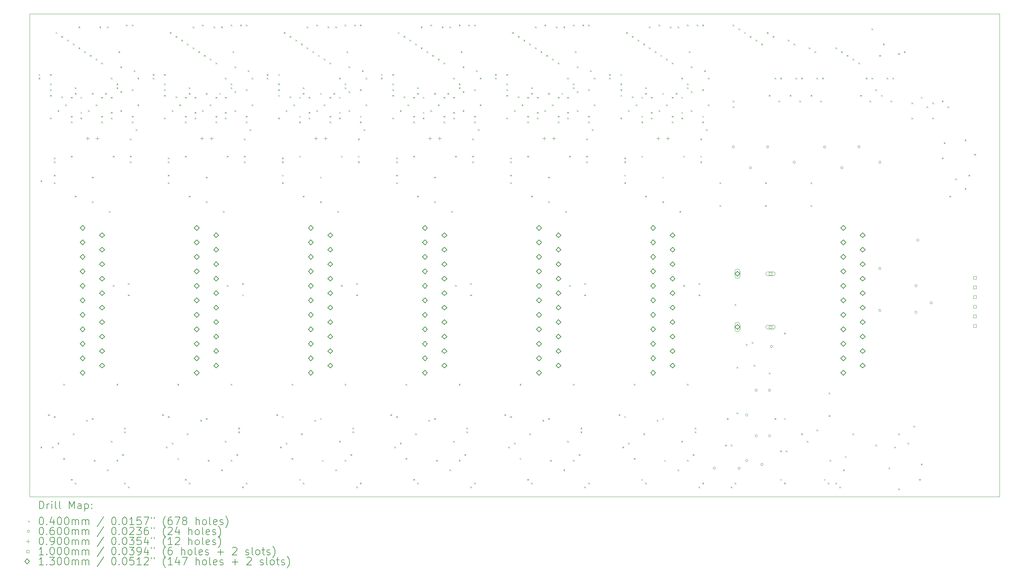
<source format=gbr>
%TF.GenerationSoftware,KiCad,Pcbnew,8.0.8-2.fc41*%
%TF.CreationDate,2025-02-05T21:45:42+00:00*%
%TF.ProjectId,SCART_switcher,53434152-545f-4737-9769-74636865722e,rev?*%
%TF.SameCoordinates,Original*%
%TF.FileFunction,Drillmap*%
%TF.FilePolarity,Positive*%
%FSLAX45Y45*%
G04 Gerber Fmt 4.5, Leading zero omitted, Abs format (unit mm)*
G04 Created by KiCad (PCBNEW 8.0.8-2.fc41) date 2025-02-05 21:45:42*
%MOMM*%
%LPD*%
G01*
G04 APERTURE LIST*
%ADD10C,0.100000*%
%ADD11C,0.200000*%
%ADD12C,0.130000*%
G04 APERTURE END LIST*
D10*
X1250000Y-3600000D02*
X26750000Y-3600000D01*
X26750000Y-16300000D01*
X1250000Y-16300000D01*
X1250000Y-3600000D01*
D11*
D10*
X1480000Y-5180000D02*
X1520000Y-5220000D01*
X1520000Y-5180000D02*
X1480000Y-5220000D01*
X1480000Y-5280000D02*
X1520000Y-5320000D01*
X1520000Y-5280000D02*
X1480000Y-5320000D01*
X1530000Y-7980000D02*
X1570000Y-8020000D01*
X1570000Y-7980000D02*
X1530000Y-8020000D01*
X1530000Y-14980000D02*
X1570000Y-15020000D01*
X1570000Y-14980000D02*
X1530000Y-15020000D01*
X1730000Y-14130000D02*
X1770000Y-14170000D01*
X1770000Y-14130000D02*
X1730000Y-14170000D01*
X1780000Y-5180000D02*
X1820000Y-5220000D01*
X1820000Y-5180000D02*
X1780000Y-5220000D01*
X1780000Y-5430000D02*
X1820000Y-5470000D01*
X1820000Y-5430000D02*
X1780000Y-5470000D01*
X1780000Y-5580000D02*
X1820000Y-5620000D01*
X1820000Y-5580000D02*
X1780000Y-5620000D01*
X1780000Y-5730000D02*
X1820000Y-5770000D01*
X1820000Y-5730000D02*
X1780000Y-5770000D01*
X1780000Y-6330000D02*
X1820000Y-6370000D01*
X1820000Y-6330000D02*
X1780000Y-6370000D01*
X1830000Y-14980000D02*
X1870000Y-15020000D01*
X1870000Y-14980000D02*
X1830000Y-15020000D01*
X1880000Y-7380000D02*
X1920000Y-7420000D01*
X1920000Y-7380000D02*
X1880000Y-7420000D01*
X1880000Y-7480000D02*
X1920000Y-7520000D01*
X1920000Y-7480000D02*
X1880000Y-7520000D01*
X1880000Y-7830000D02*
X1920000Y-7870000D01*
X1920000Y-7830000D02*
X1880000Y-7870000D01*
X1880000Y-8030000D02*
X1920000Y-8070000D01*
X1920000Y-8030000D02*
X1880000Y-8070000D01*
X1880000Y-14180000D02*
X1920000Y-14220000D01*
X1920000Y-14180000D02*
X1880000Y-14220000D01*
X1930000Y-4080000D02*
X1970000Y-4120000D01*
X1970000Y-4080000D02*
X1930000Y-4120000D01*
X1980000Y-6130000D02*
X2020000Y-6170000D01*
X2020000Y-6130000D02*
X1980000Y-6170000D01*
X1980000Y-14880000D02*
X2020000Y-14920000D01*
X2020000Y-14880000D02*
X1980000Y-14920000D01*
X2080000Y-4180000D02*
X2120000Y-4220000D01*
X2120000Y-4180000D02*
X2080000Y-4220000D01*
X2080000Y-5770000D02*
X2120000Y-5810000D01*
X2120000Y-5770000D02*
X2080000Y-5810000D01*
X2130000Y-13330000D02*
X2170000Y-13370000D01*
X2170000Y-13330000D02*
X2130000Y-13370000D01*
X2130000Y-15280000D02*
X2170000Y-15320000D01*
X2170000Y-15280000D02*
X2130000Y-15320000D01*
X2180000Y-5980000D02*
X2220000Y-6020000D01*
X2220000Y-5980000D02*
X2180000Y-6020000D01*
X2230000Y-4280000D02*
X2270000Y-4320000D01*
X2270000Y-4280000D02*
X2230000Y-4320000D01*
X2330000Y-5780000D02*
X2370000Y-5820000D01*
X2370000Y-5780000D02*
X2330000Y-5820000D01*
X2330000Y-6280000D02*
X2370000Y-6320000D01*
X2370000Y-6280000D02*
X2330000Y-6320000D01*
X2330000Y-6430000D02*
X2370000Y-6470000D01*
X2370000Y-6430000D02*
X2330000Y-6470000D01*
X2330000Y-7330000D02*
X2370000Y-7370000D01*
X2370000Y-7330000D02*
X2330000Y-7370000D01*
X2330000Y-15830000D02*
X2370000Y-15870000D01*
X2370000Y-15830000D02*
X2330000Y-15870000D01*
X2380000Y-4380000D02*
X2420000Y-4420000D01*
X2420000Y-4380000D02*
X2380000Y-4420000D01*
X2380000Y-14630000D02*
X2420000Y-14670000D01*
X2420000Y-14630000D02*
X2380000Y-14670000D01*
X2430000Y-5530000D02*
X2470000Y-5570000D01*
X2470000Y-5530000D02*
X2430000Y-5570000D01*
X2430000Y-5680000D02*
X2470000Y-5720000D01*
X2470000Y-5680000D02*
X2430000Y-5720000D01*
X2430000Y-8380000D02*
X2470000Y-8420000D01*
X2470000Y-8380000D02*
X2430000Y-8420000D01*
X2430000Y-15930000D02*
X2470000Y-15970000D01*
X2470000Y-15930000D02*
X2430000Y-15970000D01*
X2530000Y-3930000D02*
X2570000Y-3970000D01*
X2570000Y-3930000D02*
X2530000Y-3970000D01*
X2530000Y-4480000D02*
X2570000Y-4520000D01*
X2570000Y-4480000D02*
X2530000Y-4520000D01*
X2580000Y-5780000D02*
X2620000Y-5820000D01*
X2620000Y-5780000D02*
X2580000Y-5820000D01*
X2580000Y-6180000D02*
X2620000Y-6220000D01*
X2620000Y-6180000D02*
X2580000Y-6220000D01*
X2580000Y-6330000D02*
X2620000Y-6370000D01*
X2620000Y-6330000D02*
X2580000Y-6370000D01*
X2680000Y-4580000D02*
X2720000Y-4620000D01*
X2720000Y-4580000D02*
X2680000Y-4620000D01*
X2730000Y-14280000D02*
X2770000Y-14320000D01*
X2770000Y-14280000D02*
X2730000Y-14320000D01*
X2780000Y-6130000D02*
X2820000Y-6170000D01*
X2820000Y-6130000D02*
X2780000Y-6170000D01*
X2830000Y-4680000D02*
X2870000Y-4720000D01*
X2870000Y-4680000D02*
X2830000Y-4720000D01*
X2880000Y-5680000D02*
X2920000Y-5720000D01*
X2920000Y-5680000D02*
X2880000Y-5720000D01*
X2880000Y-7880000D02*
X2920000Y-7920000D01*
X2920000Y-7880000D02*
X2880000Y-7920000D01*
X2880000Y-8530000D02*
X2920000Y-8570000D01*
X2920000Y-8530000D02*
X2880000Y-8570000D01*
X2880000Y-14230000D02*
X2920000Y-14270000D01*
X2920000Y-14230000D02*
X2880000Y-14270000D01*
X2930000Y-15330353D02*
X2970000Y-15370353D01*
X2970000Y-15330353D02*
X2930000Y-15370353D01*
X2980000Y-4780000D02*
X3020000Y-4820000D01*
X3020000Y-4780000D02*
X2980000Y-4820000D01*
X2980000Y-5980000D02*
X3020000Y-6020000D01*
X3020000Y-5980000D02*
X2980000Y-6020000D01*
X3080000Y-3930000D02*
X3120000Y-3970000D01*
X3120000Y-3930000D02*
X3080000Y-3970000D01*
X3130000Y-4880000D02*
X3170000Y-4920000D01*
X3170000Y-4880000D02*
X3130000Y-4920000D01*
X3130000Y-5780000D02*
X3170000Y-5820000D01*
X3170000Y-5780000D02*
X3130000Y-5820000D01*
X3130000Y-6280000D02*
X3170000Y-6320000D01*
X3170000Y-6280000D02*
X3130000Y-6320000D01*
X3130000Y-6430000D02*
X3170000Y-6470000D01*
X3170000Y-6430000D02*
X3130000Y-6470000D01*
X3230000Y-5680000D02*
X3270000Y-5720000D01*
X3270000Y-5680000D02*
X3230000Y-5720000D01*
X3280000Y-3930000D02*
X3320000Y-3970000D01*
X3320000Y-3930000D02*
X3280000Y-3970000D01*
X3280000Y-15580000D02*
X3320000Y-15620000D01*
X3320000Y-15580000D02*
X3280000Y-15620000D01*
X3330000Y-8780000D02*
X3370000Y-8820000D01*
X3370000Y-8780000D02*
X3330000Y-8820000D01*
X3380000Y-5280000D02*
X3420000Y-5320000D01*
X3420000Y-5280000D02*
X3380000Y-5320000D01*
X3380000Y-5780000D02*
X3420000Y-5820000D01*
X3420000Y-5780000D02*
X3380000Y-5820000D01*
X3380000Y-6180000D02*
X3420000Y-6220000D01*
X3420000Y-6180000D02*
X3380000Y-6220000D01*
X3380000Y-6330000D02*
X3420000Y-6370000D01*
X3420000Y-6330000D02*
X3380000Y-6370000D01*
X3380000Y-14830000D02*
X3420000Y-14870000D01*
X3420000Y-14830000D02*
X3380000Y-14870000D01*
X3430000Y-7330000D02*
X3470000Y-7370000D01*
X3470000Y-7330000D02*
X3430000Y-7370000D01*
X3430000Y-10730000D02*
X3470000Y-10770000D01*
X3470000Y-10730000D02*
X3430000Y-10770000D01*
X3530000Y-5430000D02*
X3570000Y-5470000D01*
X3570000Y-5430000D02*
X3530000Y-5470000D01*
X3530000Y-5530000D02*
X3570000Y-5570000D01*
X3570000Y-5530000D02*
X3530000Y-5570000D01*
X3530000Y-13330000D02*
X3570000Y-13370000D01*
X3570000Y-13330000D02*
X3530000Y-13370000D01*
X3530000Y-15330000D02*
X3570000Y-15370000D01*
X3570000Y-15330000D02*
X3530000Y-15370000D01*
X3580000Y-4580000D02*
X3620000Y-4620000D01*
X3620000Y-4580000D02*
X3580000Y-4620000D01*
X3630000Y-4980000D02*
X3670000Y-5020000D01*
X3670000Y-4980000D02*
X3630000Y-5020000D01*
X3630000Y-5630000D02*
X3670000Y-5670000D01*
X3670000Y-5630000D02*
X3630000Y-5670000D01*
X3630000Y-6130000D02*
X3670000Y-6170000D01*
X3670000Y-6130000D02*
X3630000Y-6170000D01*
X3680000Y-15180000D02*
X3720000Y-15220000D01*
X3720000Y-15180000D02*
X3680000Y-15220000D01*
X3730000Y-14480000D02*
X3770000Y-14520000D01*
X3770000Y-14480000D02*
X3730000Y-14520000D01*
X3730000Y-14580000D02*
X3770000Y-14620000D01*
X3770000Y-14580000D02*
X3730000Y-14620000D01*
X3730000Y-15930000D02*
X3770000Y-15970000D01*
X3770000Y-15930000D02*
X3730000Y-15970000D01*
X3780000Y-3880000D02*
X3820000Y-3920000D01*
X3820000Y-3880000D02*
X3780000Y-3920000D01*
X3830000Y-10680000D02*
X3870000Y-10720000D01*
X3870000Y-10680000D02*
X3830000Y-10720000D01*
X3830000Y-10980000D02*
X3870000Y-11020000D01*
X3870000Y-10980000D02*
X3830000Y-11020000D01*
X3830000Y-16030000D02*
X3870000Y-16070000D01*
X3870000Y-16030000D02*
X3830000Y-16070000D01*
X3880000Y-6880000D02*
X3920000Y-6920000D01*
X3920000Y-6880000D02*
X3880000Y-6920000D01*
X3880000Y-7330000D02*
X3920000Y-7370000D01*
X3920000Y-7330000D02*
X3880000Y-7370000D01*
X3880000Y-7480000D02*
X3920000Y-7520000D01*
X3920000Y-7480000D02*
X3880000Y-7520000D01*
X3930000Y-3880000D02*
X3970000Y-3920000D01*
X3970000Y-3880000D02*
X3930000Y-3920000D01*
X3930000Y-5580000D02*
X3970000Y-5620000D01*
X3970000Y-5580000D02*
X3930000Y-5620000D01*
X3930000Y-6280000D02*
X3970000Y-6320000D01*
X3970000Y-6280000D02*
X3930000Y-6320000D01*
X3930000Y-6430000D02*
X3970000Y-6470000D01*
X3970000Y-6430000D02*
X3930000Y-6470000D01*
X3980000Y-5080000D02*
X4020000Y-5120000D01*
X4020000Y-5080000D02*
X3980000Y-5120000D01*
X4030000Y-6630000D02*
X4070000Y-6670000D01*
X4070000Y-6630000D02*
X4030000Y-6670000D01*
X4080000Y-5280000D02*
X4120000Y-5320000D01*
X4120000Y-5280000D02*
X4080000Y-5320000D01*
X4080000Y-5980000D02*
X4120000Y-6020000D01*
X4120000Y-5980000D02*
X4080000Y-6020000D01*
X4480000Y-5180000D02*
X4520000Y-5220000D01*
X4520000Y-5180000D02*
X4480000Y-5220000D01*
X4480000Y-5280000D02*
X4520000Y-5320000D01*
X4520000Y-5280000D02*
X4480000Y-5320000D01*
X4730000Y-14130000D02*
X4770000Y-14170000D01*
X4770000Y-14130000D02*
X4730000Y-14170000D01*
X4780000Y-5180000D02*
X4820000Y-5220000D01*
X4820000Y-5180000D02*
X4780000Y-5220000D01*
X4780000Y-5430000D02*
X4820000Y-5470000D01*
X4820000Y-5430000D02*
X4780000Y-5470000D01*
X4780000Y-5580000D02*
X4820000Y-5620000D01*
X4820000Y-5580000D02*
X4780000Y-5620000D01*
X4780000Y-5730000D02*
X4820000Y-5770000D01*
X4820000Y-5730000D02*
X4780000Y-5770000D01*
X4780000Y-6330000D02*
X4820000Y-6370000D01*
X4820000Y-6330000D02*
X4780000Y-6370000D01*
X4830000Y-14980000D02*
X4870000Y-15020000D01*
X4870000Y-14980000D02*
X4830000Y-15020000D01*
X4880000Y-7380000D02*
X4920000Y-7420000D01*
X4920000Y-7380000D02*
X4880000Y-7420000D01*
X4880000Y-7480000D02*
X4920000Y-7520000D01*
X4920000Y-7480000D02*
X4880000Y-7520000D01*
X4880000Y-7830000D02*
X4920000Y-7870000D01*
X4920000Y-7830000D02*
X4880000Y-7870000D01*
X4880000Y-8030000D02*
X4920000Y-8070000D01*
X4920000Y-8030000D02*
X4880000Y-8070000D01*
X4880000Y-14180000D02*
X4920000Y-14220000D01*
X4920000Y-14180000D02*
X4880000Y-14220000D01*
X4930000Y-4080000D02*
X4970000Y-4120000D01*
X4970000Y-4080000D02*
X4930000Y-4120000D01*
X4980000Y-6130000D02*
X5020000Y-6170000D01*
X5020000Y-6130000D02*
X4980000Y-6170000D01*
X4980000Y-14880000D02*
X5020000Y-14920000D01*
X5020000Y-14880000D02*
X4980000Y-14920000D01*
X5080000Y-4180000D02*
X5120000Y-4220000D01*
X5120000Y-4180000D02*
X5080000Y-4220000D01*
X5080000Y-5770000D02*
X5120000Y-5810000D01*
X5120000Y-5770000D02*
X5080000Y-5810000D01*
X5130000Y-13330000D02*
X5170000Y-13370000D01*
X5170000Y-13330000D02*
X5130000Y-13370000D01*
X5130000Y-15280000D02*
X5170000Y-15320000D01*
X5170000Y-15280000D02*
X5130000Y-15320000D01*
X5180000Y-5980000D02*
X5220000Y-6020000D01*
X5220000Y-5980000D02*
X5180000Y-6020000D01*
X5230000Y-4280000D02*
X5270000Y-4320000D01*
X5270000Y-4280000D02*
X5230000Y-4320000D01*
X5330000Y-5780000D02*
X5370000Y-5820000D01*
X5370000Y-5780000D02*
X5330000Y-5820000D01*
X5330000Y-6280000D02*
X5370000Y-6320000D01*
X5370000Y-6280000D02*
X5330000Y-6320000D01*
X5330000Y-6430000D02*
X5370000Y-6470000D01*
X5370000Y-6430000D02*
X5330000Y-6470000D01*
X5330000Y-7330000D02*
X5370000Y-7370000D01*
X5370000Y-7330000D02*
X5330000Y-7370000D01*
X5330000Y-15830000D02*
X5370000Y-15870000D01*
X5370000Y-15830000D02*
X5330000Y-15870000D01*
X5380000Y-4380000D02*
X5420000Y-4420000D01*
X5420000Y-4380000D02*
X5380000Y-4420000D01*
X5380000Y-14630000D02*
X5420000Y-14670000D01*
X5420000Y-14630000D02*
X5380000Y-14670000D01*
X5430000Y-5530000D02*
X5470000Y-5570000D01*
X5470000Y-5530000D02*
X5430000Y-5570000D01*
X5430000Y-5680000D02*
X5470000Y-5720000D01*
X5470000Y-5680000D02*
X5430000Y-5720000D01*
X5430000Y-8380000D02*
X5470000Y-8420000D01*
X5470000Y-8380000D02*
X5430000Y-8420000D01*
X5430000Y-15930000D02*
X5470000Y-15970000D01*
X5470000Y-15930000D02*
X5430000Y-15970000D01*
X5530000Y-3930000D02*
X5570000Y-3970000D01*
X5570000Y-3930000D02*
X5530000Y-3970000D01*
X5530000Y-4480000D02*
X5570000Y-4520000D01*
X5570000Y-4480000D02*
X5530000Y-4520000D01*
X5580000Y-5780000D02*
X5620000Y-5820000D01*
X5620000Y-5780000D02*
X5580000Y-5820000D01*
X5580000Y-6180000D02*
X5620000Y-6220000D01*
X5620000Y-6180000D02*
X5580000Y-6220000D01*
X5580000Y-6330000D02*
X5620000Y-6370000D01*
X5620000Y-6330000D02*
X5580000Y-6370000D01*
X5680000Y-4580000D02*
X5720000Y-4620000D01*
X5720000Y-4580000D02*
X5680000Y-4620000D01*
X5730000Y-14280000D02*
X5770000Y-14320000D01*
X5770000Y-14280000D02*
X5730000Y-14320000D01*
X5780000Y-3880000D02*
X5820000Y-3920000D01*
X5820000Y-3880000D02*
X5780000Y-3920000D01*
X5780000Y-6130000D02*
X5820000Y-6170000D01*
X5820000Y-6130000D02*
X5780000Y-6170000D01*
X5830000Y-4680000D02*
X5870000Y-4720000D01*
X5870000Y-4680000D02*
X5830000Y-4720000D01*
X5880000Y-5680000D02*
X5920000Y-5720000D01*
X5920000Y-5680000D02*
X5880000Y-5720000D01*
X5880000Y-7880000D02*
X5920000Y-7920000D01*
X5920000Y-7880000D02*
X5880000Y-7920000D01*
X5880000Y-8530000D02*
X5920000Y-8570000D01*
X5920000Y-8530000D02*
X5880000Y-8570000D01*
X5880000Y-14230000D02*
X5920000Y-14270000D01*
X5920000Y-14230000D02*
X5880000Y-14270000D01*
X5930000Y-15330353D02*
X5970000Y-15370353D01*
X5970000Y-15330353D02*
X5930000Y-15370353D01*
X5980000Y-4780000D02*
X6020000Y-4820000D01*
X6020000Y-4780000D02*
X5980000Y-4820000D01*
X5980000Y-5980000D02*
X6020000Y-6020000D01*
X6020000Y-5980000D02*
X5980000Y-6020000D01*
X6080000Y-3930000D02*
X6120000Y-3970000D01*
X6120000Y-3930000D02*
X6080000Y-3970000D01*
X6130000Y-4880000D02*
X6170000Y-4920000D01*
X6170000Y-4880000D02*
X6130000Y-4920000D01*
X6130000Y-5780000D02*
X6170000Y-5820000D01*
X6170000Y-5780000D02*
X6130000Y-5820000D01*
X6130000Y-6280000D02*
X6170000Y-6320000D01*
X6170000Y-6280000D02*
X6130000Y-6320000D01*
X6130000Y-6430000D02*
X6170000Y-6470000D01*
X6170000Y-6430000D02*
X6130000Y-6470000D01*
X6230000Y-5680000D02*
X6270000Y-5720000D01*
X6270000Y-5680000D02*
X6230000Y-5720000D01*
X6280000Y-3930000D02*
X6320000Y-3970000D01*
X6320000Y-3930000D02*
X6280000Y-3970000D01*
X6280000Y-15580000D02*
X6320000Y-15620000D01*
X6320000Y-15580000D02*
X6280000Y-15620000D01*
X6330000Y-8780000D02*
X6370000Y-8820000D01*
X6370000Y-8780000D02*
X6330000Y-8820000D01*
X6380000Y-5280000D02*
X6420000Y-5320000D01*
X6420000Y-5280000D02*
X6380000Y-5320000D01*
X6380000Y-5780000D02*
X6420000Y-5820000D01*
X6420000Y-5780000D02*
X6380000Y-5820000D01*
X6380000Y-6180000D02*
X6420000Y-6220000D01*
X6420000Y-6180000D02*
X6380000Y-6220000D01*
X6380000Y-6330000D02*
X6420000Y-6370000D01*
X6420000Y-6330000D02*
X6380000Y-6370000D01*
X6380000Y-14830000D02*
X6420000Y-14870000D01*
X6420000Y-14830000D02*
X6380000Y-14870000D01*
X6430000Y-7330000D02*
X6470000Y-7370000D01*
X6470000Y-7330000D02*
X6430000Y-7370000D01*
X6430000Y-10730000D02*
X6470000Y-10770000D01*
X6470000Y-10730000D02*
X6430000Y-10770000D01*
X6528683Y-3878551D02*
X6568683Y-3918551D01*
X6568683Y-3878551D02*
X6528683Y-3918551D01*
X6530000Y-5430000D02*
X6570000Y-5470000D01*
X6570000Y-5430000D02*
X6530000Y-5470000D01*
X6530000Y-5530000D02*
X6570000Y-5570000D01*
X6570000Y-5530000D02*
X6530000Y-5570000D01*
X6530000Y-13330000D02*
X6570000Y-13370000D01*
X6570000Y-13330000D02*
X6530000Y-13370000D01*
X6530000Y-15330000D02*
X6570000Y-15370000D01*
X6570000Y-15330000D02*
X6530000Y-15370000D01*
X6580000Y-4580000D02*
X6620000Y-4620000D01*
X6620000Y-4580000D02*
X6580000Y-4620000D01*
X6630000Y-4980000D02*
X6670000Y-5020000D01*
X6670000Y-4980000D02*
X6630000Y-5020000D01*
X6630000Y-5630000D02*
X6670000Y-5670000D01*
X6670000Y-5630000D02*
X6630000Y-5670000D01*
X6630000Y-6130000D02*
X6670000Y-6170000D01*
X6670000Y-6130000D02*
X6630000Y-6170000D01*
X6680000Y-15180000D02*
X6720000Y-15220000D01*
X6720000Y-15180000D02*
X6680000Y-15220000D01*
X6730000Y-14480000D02*
X6770000Y-14520000D01*
X6770000Y-14480000D02*
X6730000Y-14520000D01*
X6730000Y-14580000D02*
X6770000Y-14620000D01*
X6770000Y-14580000D02*
X6730000Y-14620000D01*
X6780000Y-3880000D02*
X6820000Y-3920000D01*
X6820000Y-3880000D02*
X6780000Y-3920000D01*
X6830000Y-10680000D02*
X6870000Y-10720000D01*
X6870000Y-10680000D02*
X6830000Y-10720000D01*
X6830000Y-10980000D02*
X6870000Y-11020000D01*
X6870000Y-10980000D02*
X6830000Y-11020000D01*
X6830000Y-16030000D02*
X6870000Y-16070000D01*
X6870000Y-16030000D02*
X6830000Y-16070000D01*
X6880000Y-6880000D02*
X6920000Y-6920000D01*
X6920000Y-6880000D02*
X6880000Y-6920000D01*
X6880000Y-7330000D02*
X6920000Y-7370000D01*
X6920000Y-7330000D02*
X6880000Y-7370000D01*
X6880000Y-7480000D02*
X6920000Y-7520000D01*
X6920000Y-7480000D02*
X6880000Y-7520000D01*
X6930000Y-3880000D02*
X6970000Y-3920000D01*
X6970000Y-3880000D02*
X6930000Y-3920000D01*
X6930000Y-5580000D02*
X6970000Y-5620000D01*
X6970000Y-5580000D02*
X6930000Y-5620000D01*
X6930000Y-6280000D02*
X6970000Y-6320000D01*
X6970000Y-6280000D02*
X6930000Y-6320000D01*
X6930000Y-6430000D02*
X6970000Y-6470000D01*
X6970000Y-6430000D02*
X6930000Y-6470000D01*
X6930000Y-15930000D02*
X6970000Y-15970000D01*
X6970000Y-15930000D02*
X6930000Y-15970000D01*
X6980000Y-5080000D02*
X7020000Y-5120000D01*
X7020000Y-5080000D02*
X6980000Y-5120000D01*
X7030000Y-6630000D02*
X7070000Y-6670000D01*
X7070000Y-6630000D02*
X7030000Y-6670000D01*
X7080000Y-5280000D02*
X7120000Y-5320000D01*
X7120000Y-5280000D02*
X7080000Y-5320000D01*
X7080000Y-5980000D02*
X7120000Y-6020000D01*
X7120000Y-5980000D02*
X7080000Y-6020000D01*
X7480000Y-5180000D02*
X7520000Y-5220000D01*
X7520000Y-5180000D02*
X7480000Y-5220000D01*
X7480000Y-5280000D02*
X7520000Y-5320000D01*
X7520000Y-5280000D02*
X7480000Y-5320000D01*
X7730000Y-14130000D02*
X7770000Y-14170000D01*
X7770000Y-14130000D02*
X7730000Y-14170000D01*
X7780000Y-5180000D02*
X7820000Y-5220000D01*
X7820000Y-5180000D02*
X7780000Y-5220000D01*
X7780000Y-5430000D02*
X7820000Y-5470000D01*
X7820000Y-5430000D02*
X7780000Y-5470000D01*
X7780000Y-5580000D02*
X7820000Y-5620000D01*
X7820000Y-5580000D02*
X7780000Y-5620000D01*
X7780000Y-5730000D02*
X7820000Y-5770000D01*
X7820000Y-5730000D02*
X7780000Y-5770000D01*
X7780000Y-6330000D02*
X7820000Y-6370000D01*
X7820000Y-6330000D02*
X7780000Y-6370000D01*
X7830000Y-14980000D02*
X7870000Y-15020000D01*
X7870000Y-14980000D02*
X7830000Y-15020000D01*
X7880000Y-7380000D02*
X7920000Y-7420000D01*
X7920000Y-7380000D02*
X7880000Y-7420000D01*
X7880000Y-7480000D02*
X7920000Y-7520000D01*
X7920000Y-7480000D02*
X7880000Y-7520000D01*
X7880000Y-7830000D02*
X7920000Y-7870000D01*
X7920000Y-7830000D02*
X7880000Y-7870000D01*
X7880000Y-8030000D02*
X7920000Y-8070000D01*
X7920000Y-8030000D02*
X7880000Y-8070000D01*
X7880000Y-14180000D02*
X7920000Y-14220000D01*
X7920000Y-14180000D02*
X7880000Y-14220000D01*
X7930000Y-4080000D02*
X7970000Y-4120000D01*
X7970000Y-4080000D02*
X7930000Y-4120000D01*
X7980000Y-6130000D02*
X8020000Y-6170000D01*
X8020000Y-6130000D02*
X7980000Y-6170000D01*
X7980000Y-14880000D02*
X8020000Y-14920000D01*
X8020000Y-14880000D02*
X7980000Y-14920000D01*
X8080000Y-4180000D02*
X8120000Y-4220000D01*
X8120000Y-4180000D02*
X8080000Y-4220000D01*
X8080000Y-5770000D02*
X8120000Y-5810000D01*
X8120000Y-5770000D02*
X8080000Y-5810000D01*
X8130000Y-13330000D02*
X8170000Y-13370000D01*
X8170000Y-13330000D02*
X8130000Y-13370000D01*
X8130000Y-15280000D02*
X8170000Y-15320000D01*
X8170000Y-15280000D02*
X8130000Y-15320000D01*
X8180000Y-5980000D02*
X8220000Y-6020000D01*
X8220000Y-5980000D02*
X8180000Y-6020000D01*
X8230000Y-4280000D02*
X8270000Y-4320000D01*
X8270000Y-4280000D02*
X8230000Y-4320000D01*
X8330000Y-5780000D02*
X8370000Y-5820000D01*
X8370000Y-5780000D02*
X8330000Y-5820000D01*
X8330000Y-6280000D02*
X8370000Y-6320000D01*
X8370000Y-6280000D02*
X8330000Y-6320000D01*
X8330000Y-6430000D02*
X8370000Y-6470000D01*
X8370000Y-6430000D02*
X8330000Y-6470000D01*
X8330000Y-7330000D02*
X8370000Y-7370000D01*
X8370000Y-7330000D02*
X8330000Y-7370000D01*
X8330000Y-15830000D02*
X8370000Y-15870000D01*
X8370000Y-15830000D02*
X8330000Y-15870000D01*
X8380000Y-4380000D02*
X8420000Y-4420000D01*
X8420000Y-4380000D02*
X8380000Y-4420000D01*
X8380000Y-14630000D02*
X8420000Y-14670000D01*
X8420000Y-14630000D02*
X8380000Y-14670000D01*
X8430000Y-5530000D02*
X8470000Y-5570000D01*
X8470000Y-5530000D02*
X8430000Y-5570000D01*
X8430000Y-5680000D02*
X8470000Y-5720000D01*
X8470000Y-5680000D02*
X8430000Y-5720000D01*
X8430000Y-8380000D02*
X8470000Y-8420000D01*
X8470000Y-8380000D02*
X8430000Y-8420000D01*
X8430000Y-15930000D02*
X8470000Y-15970000D01*
X8470000Y-15930000D02*
X8430000Y-15970000D01*
X8530000Y-3930000D02*
X8570000Y-3970000D01*
X8570000Y-3930000D02*
X8530000Y-3970000D01*
X8530000Y-4480000D02*
X8570000Y-4520000D01*
X8570000Y-4480000D02*
X8530000Y-4520000D01*
X8580000Y-5780000D02*
X8620000Y-5820000D01*
X8620000Y-5780000D02*
X8580000Y-5820000D01*
X8580000Y-6180000D02*
X8620000Y-6220000D01*
X8620000Y-6180000D02*
X8580000Y-6220000D01*
X8580000Y-6330000D02*
X8620000Y-6370000D01*
X8620000Y-6330000D02*
X8580000Y-6370000D01*
X8680000Y-4580000D02*
X8720000Y-4620000D01*
X8720000Y-4580000D02*
X8680000Y-4620000D01*
X8730000Y-14280000D02*
X8770000Y-14320000D01*
X8770000Y-14280000D02*
X8730000Y-14320000D01*
X8780000Y-6130000D02*
X8820000Y-6170000D01*
X8820000Y-6130000D02*
X8780000Y-6170000D01*
X8781317Y-3881449D02*
X8821317Y-3921449D01*
X8821317Y-3881449D02*
X8781317Y-3921449D01*
X8830000Y-4680000D02*
X8870000Y-4720000D01*
X8870000Y-4680000D02*
X8830000Y-4720000D01*
X8880000Y-5680000D02*
X8920000Y-5720000D01*
X8920000Y-5680000D02*
X8880000Y-5720000D01*
X8880000Y-7880000D02*
X8920000Y-7920000D01*
X8920000Y-7880000D02*
X8880000Y-7920000D01*
X8880000Y-8530000D02*
X8920000Y-8570000D01*
X8920000Y-8530000D02*
X8880000Y-8570000D01*
X8880000Y-14230000D02*
X8920000Y-14270000D01*
X8920000Y-14230000D02*
X8880000Y-14270000D01*
X8930000Y-15330353D02*
X8970000Y-15370353D01*
X8970000Y-15330353D02*
X8930000Y-15370353D01*
X8980000Y-4780000D02*
X9020000Y-4820000D01*
X9020000Y-4780000D02*
X8980000Y-4820000D01*
X8980000Y-5980000D02*
X9020000Y-6020000D01*
X9020000Y-5980000D02*
X8980000Y-6020000D01*
X9080000Y-3930000D02*
X9120000Y-3970000D01*
X9120000Y-3930000D02*
X9080000Y-3970000D01*
X9130000Y-4880000D02*
X9170000Y-4920000D01*
X9170000Y-4880000D02*
X9130000Y-4920000D01*
X9130000Y-5780000D02*
X9170000Y-5820000D01*
X9170000Y-5780000D02*
X9130000Y-5820000D01*
X9130000Y-6280000D02*
X9170000Y-6320000D01*
X9170000Y-6280000D02*
X9130000Y-6320000D01*
X9130000Y-6430000D02*
X9170000Y-6470000D01*
X9170000Y-6430000D02*
X9130000Y-6470000D01*
X9230000Y-5680000D02*
X9270000Y-5720000D01*
X9270000Y-5680000D02*
X9230000Y-5720000D01*
X9280000Y-3930000D02*
X9320000Y-3970000D01*
X9320000Y-3930000D02*
X9280000Y-3970000D01*
X9280000Y-15580000D02*
X9320000Y-15620000D01*
X9320000Y-15580000D02*
X9280000Y-15620000D01*
X9330000Y-8780000D02*
X9370000Y-8820000D01*
X9370000Y-8780000D02*
X9330000Y-8820000D01*
X9380000Y-5280000D02*
X9420000Y-5320000D01*
X9420000Y-5280000D02*
X9380000Y-5320000D01*
X9380000Y-5780000D02*
X9420000Y-5820000D01*
X9420000Y-5780000D02*
X9380000Y-5820000D01*
X9380000Y-6180000D02*
X9420000Y-6220000D01*
X9420000Y-6180000D02*
X9380000Y-6220000D01*
X9380000Y-6330000D02*
X9420000Y-6370000D01*
X9420000Y-6330000D02*
X9380000Y-6370000D01*
X9380000Y-14830000D02*
X9420000Y-14870000D01*
X9420000Y-14830000D02*
X9380000Y-14870000D01*
X9430000Y-7330000D02*
X9470000Y-7370000D01*
X9470000Y-7330000D02*
X9430000Y-7370000D01*
X9430000Y-10730000D02*
X9470000Y-10770000D01*
X9470000Y-10730000D02*
X9430000Y-10770000D01*
X9530000Y-3880000D02*
X9570000Y-3920000D01*
X9570000Y-3880000D02*
X9530000Y-3920000D01*
X9530000Y-5430000D02*
X9570000Y-5470000D01*
X9570000Y-5430000D02*
X9530000Y-5470000D01*
X9530000Y-5530000D02*
X9570000Y-5570000D01*
X9570000Y-5530000D02*
X9530000Y-5570000D01*
X9530000Y-13330000D02*
X9570000Y-13370000D01*
X9570000Y-13330000D02*
X9530000Y-13370000D01*
X9530000Y-15330000D02*
X9570000Y-15370000D01*
X9570000Y-15330000D02*
X9530000Y-15370000D01*
X9580000Y-4580000D02*
X9620000Y-4620000D01*
X9620000Y-4580000D02*
X9580000Y-4620000D01*
X9630000Y-4980000D02*
X9670000Y-5020000D01*
X9670000Y-4980000D02*
X9630000Y-5020000D01*
X9630000Y-5630000D02*
X9670000Y-5670000D01*
X9670000Y-5630000D02*
X9630000Y-5670000D01*
X9630000Y-6130000D02*
X9670000Y-6170000D01*
X9670000Y-6130000D02*
X9630000Y-6170000D01*
X9680000Y-15180000D02*
X9720000Y-15220000D01*
X9720000Y-15180000D02*
X9680000Y-15220000D01*
X9730000Y-14480000D02*
X9770000Y-14520000D01*
X9770000Y-14480000D02*
X9730000Y-14520000D01*
X9730000Y-14580000D02*
X9770000Y-14620000D01*
X9770000Y-14580000D02*
X9730000Y-14620000D01*
X9780000Y-3880000D02*
X9820000Y-3920000D01*
X9820000Y-3880000D02*
X9780000Y-3920000D01*
X9830000Y-10680000D02*
X9870000Y-10720000D01*
X9870000Y-10680000D02*
X9830000Y-10720000D01*
X9830000Y-10980000D02*
X9870000Y-11020000D01*
X9870000Y-10980000D02*
X9830000Y-11020000D01*
X9830000Y-16030000D02*
X9870000Y-16070000D01*
X9870000Y-16030000D02*
X9830000Y-16070000D01*
X9880000Y-6880000D02*
X9920000Y-6920000D01*
X9920000Y-6880000D02*
X9880000Y-6920000D01*
X9880000Y-7330000D02*
X9920000Y-7370000D01*
X9920000Y-7330000D02*
X9880000Y-7370000D01*
X9880000Y-7480000D02*
X9920000Y-7520000D01*
X9920000Y-7480000D02*
X9880000Y-7520000D01*
X9930000Y-3880000D02*
X9970000Y-3920000D01*
X9970000Y-3880000D02*
X9930000Y-3920000D01*
X9930000Y-5580000D02*
X9970000Y-5620000D01*
X9970000Y-5580000D02*
X9930000Y-5620000D01*
X9930000Y-6280000D02*
X9970000Y-6320000D01*
X9970000Y-6280000D02*
X9930000Y-6320000D01*
X9930000Y-6430000D02*
X9970000Y-6470000D01*
X9970000Y-6430000D02*
X9930000Y-6470000D01*
X9930000Y-15930000D02*
X9970000Y-15970000D01*
X9970000Y-15930000D02*
X9930000Y-15970000D01*
X9980000Y-5080000D02*
X10020000Y-5120000D01*
X10020000Y-5080000D02*
X9980000Y-5120000D01*
X10030000Y-6630000D02*
X10070000Y-6670000D01*
X10070000Y-6630000D02*
X10030000Y-6670000D01*
X10080000Y-5280000D02*
X10120000Y-5320000D01*
X10120000Y-5280000D02*
X10080000Y-5320000D01*
X10080000Y-5980000D02*
X10120000Y-6020000D01*
X10120000Y-5980000D02*
X10080000Y-6020000D01*
X10480000Y-5180000D02*
X10520000Y-5220000D01*
X10520000Y-5180000D02*
X10480000Y-5220000D01*
X10480000Y-5280000D02*
X10520000Y-5320000D01*
X10520000Y-5280000D02*
X10480000Y-5320000D01*
X10730000Y-14130000D02*
X10770000Y-14170000D01*
X10770000Y-14130000D02*
X10730000Y-14170000D01*
X10780000Y-5180000D02*
X10820000Y-5220000D01*
X10820000Y-5180000D02*
X10780000Y-5220000D01*
X10780000Y-5430000D02*
X10820000Y-5470000D01*
X10820000Y-5430000D02*
X10780000Y-5470000D01*
X10780000Y-5580000D02*
X10820000Y-5620000D01*
X10820000Y-5580000D02*
X10780000Y-5620000D01*
X10780000Y-5730000D02*
X10820000Y-5770000D01*
X10820000Y-5730000D02*
X10780000Y-5770000D01*
X10780000Y-6330000D02*
X10820000Y-6370000D01*
X10820000Y-6330000D02*
X10780000Y-6370000D01*
X10830000Y-14980000D02*
X10870000Y-15020000D01*
X10870000Y-14980000D02*
X10830000Y-15020000D01*
X10880000Y-7380000D02*
X10920000Y-7420000D01*
X10920000Y-7380000D02*
X10880000Y-7420000D01*
X10880000Y-7480000D02*
X10920000Y-7520000D01*
X10920000Y-7480000D02*
X10880000Y-7520000D01*
X10880000Y-7830000D02*
X10920000Y-7870000D01*
X10920000Y-7830000D02*
X10880000Y-7870000D01*
X10880000Y-8030000D02*
X10920000Y-8070000D01*
X10920000Y-8030000D02*
X10880000Y-8070000D01*
X10880000Y-14180000D02*
X10920000Y-14220000D01*
X10920000Y-14180000D02*
X10880000Y-14220000D01*
X10930000Y-4080000D02*
X10970000Y-4120000D01*
X10970000Y-4080000D02*
X10930000Y-4120000D01*
X10980000Y-6130000D02*
X11020000Y-6170000D01*
X11020000Y-6130000D02*
X10980000Y-6170000D01*
X10980000Y-14880000D02*
X11020000Y-14920000D01*
X11020000Y-14880000D02*
X10980000Y-14920000D01*
X11080000Y-4180000D02*
X11120000Y-4220000D01*
X11120000Y-4180000D02*
X11080000Y-4220000D01*
X11080000Y-5770000D02*
X11120000Y-5810000D01*
X11120000Y-5770000D02*
X11080000Y-5810000D01*
X11130000Y-13330000D02*
X11170000Y-13370000D01*
X11170000Y-13330000D02*
X11130000Y-13370000D01*
X11130000Y-15280000D02*
X11170000Y-15320000D01*
X11170000Y-15280000D02*
X11130000Y-15320000D01*
X11180000Y-5980000D02*
X11220000Y-6020000D01*
X11220000Y-5980000D02*
X11180000Y-6020000D01*
X11230000Y-4280000D02*
X11270000Y-4320000D01*
X11270000Y-4280000D02*
X11230000Y-4320000D01*
X11330000Y-5780000D02*
X11370000Y-5820000D01*
X11370000Y-5780000D02*
X11330000Y-5820000D01*
X11330000Y-6280000D02*
X11370000Y-6320000D01*
X11370000Y-6280000D02*
X11330000Y-6320000D01*
X11330000Y-6430000D02*
X11370000Y-6470000D01*
X11370000Y-6430000D02*
X11330000Y-6470000D01*
X11330000Y-7330000D02*
X11370000Y-7370000D01*
X11370000Y-7330000D02*
X11330000Y-7370000D01*
X11330000Y-15830000D02*
X11370000Y-15870000D01*
X11370000Y-15830000D02*
X11330000Y-15870000D01*
X11380000Y-4380000D02*
X11420000Y-4420000D01*
X11420000Y-4380000D02*
X11380000Y-4420000D01*
X11380000Y-14630000D02*
X11420000Y-14670000D01*
X11420000Y-14630000D02*
X11380000Y-14670000D01*
X11430000Y-5530000D02*
X11470000Y-5570000D01*
X11470000Y-5530000D02*
X11430000Y-5570000D01*
X11430000Y-5680000D02*
X11470000Y-5720000D01*
X11470000Y-5680000D02*
X11430000Y-5720000D01*
X11430000Y-8380000D02*
X11470000Y-8420000D01*
X11470000Y-8380000D02*
X11430000Y-8420000D01*
X11430000Y-15930000D02*
X11470000Y-15970000D01*
X11470000Y-15930000D02*
X11430000Y-15970000D01*
X11530000Y-3930000D02*
X11570000Y-3970000D01*
X11570000Y-3930000D02*
X11530000Y-3970000D01*
X11530000Y-4480000D02*
X11570000Y-4520000D01*
X11570000Y-4480000D02*
X11530000Y-4520000D01*
X11580000Y-5780000D02*
X11620000Y-5820000D01*
X11620000Y-5780000D02*
X11580000Y-5820000D01*
X11580000Y-6180000D02*
X11620000Y-6220000D01*
X11620000Y-6180000D02*
X11580000Y-6220000D01*
X11580000Y-6330000D02*
X11620000Y-6370000D01*
X11620000Y-6330000D02*
X11580000Y-6370000D01*
X11680000Y-4580000D02*
X11720000Y-4620000D01*
X11720000Y-4580000D02*
X11680000Y-4620000D01*
X11730000Y-14280000D02*
X11770000Y-14320000D01*
X11770000Y-14280000D02*
X11730000Y-14320000D01*
X11780000Y-6130000D02*
X11820000Y-6170000D01*
X11820000Y-6130000D02*
X11780000Y-6170000D01*
X11781317Y-3881449D02*
X11821317Y-3921449D01*
X11821317Y-3881449D02*
X11781317Y-3921449D01*
X11830000Y-4680000D02*
X11870000Y-4720000D01*
X11870000Y-4680000D02*
X11830000Y-4720000D01*
X11880000Y-5680000D02*
X11920000Y-5720000D01*
X11920000Y-5680000D02*
X11880000Y-5720000D01*
X11880000Y-7880000D02*
X11920000Y-7920000D01*
X11920000Y-7880000D02*
X11880000Y-7920000D01*
X11880000Y-8530000D02*
X11920000Y-8570000D01*
X11920000Y-8530000D02*
X11880000Y-8570000D01*
X11880000Y-14230000D02*
X11920000Y-14270000D01*
X11920000Y-14230000D02*
X11880000Y-14270000D01*
X11930000Y-15330353D02*
X11970000Y-15370353D01*
X11970000Y-15330353D02*
X11930000Y-15370353D01*
X11980000Y-4780000D02*
X12020000Y-4820000D01*
X12020000Y-4780000D02*
X11980000Y-4820000D01*
X11980000Y-5980000D02*
X12020000Y-6020000D01*
X12020000Y-5980000D02*
X11980000Y-6020000D01*
X12080000Y-3930000D02*
X12120000Y-3970000D01*
X12120000Y-3930000D02*
X12080000Y-3970000D01*
X12130000Y-4880000D02*
X12170000Y-4920000D01*
X12170000Y-4880000D02*
X12130000Y-4920000D01*
X12130000Y-5780000D02*
X12170000Y-5820000D01*
X12170000Y-5780000D02*
X12130000Y-5820000D01*
X12130000Y-6280000D02*
X12170000Y-6320000D01*
X12170000Y-6280000D02*
X12130000Y-6320000D01*
X12130000Y-6430000D02*
X12170000Y-6470000D01*
X12170000Y-6430000D02*
X12130000Y-6470000D01*
X12230000Y-5680000D02*
X12270000Y-5720000D01*
X12270000Y-5680000D02*
X12230000Y-5720000D01*
X12280000Y-3930000D02*
X12320000Y-3970000D01*
X12320000Y-3930000D02*
X12280000Y-3970000D01*
X12280000Y-15580000D02*
X12320000Y-15620000D01*
X12320000Y-15580000D02*
X12280000Y-15620000D01*
X12330000Y-8780000D02*
X12370000Y-8820000D01*
X12370000Y-8780000D02*
X12330000Y-8820000D01*
X12380000Y-5280000D02*
X12420000Y-5320000D01*
X12420000Y-5280000D02*
X12380000Y-5320000D01*
X12380000Y-5780000D02*
X12420000Y-5820000D01*
X12420000Y-5780000D02*
X12380000Y-5820000D01*
X12380000Y-6180000D02*
X12420000Y-6220000D01*
X12420000Y-6180000D02*
X12380000Y-6220000D01*
X12380000Y-6330000D02*
X12420000Y-6370000D01*
X12420000Y-6330000D02*
X12380000Y-6370000D01*
X12380000Y-14830000D02*
X12420000Y-14870000D01*
X12420000Y-14830000D02*
X12380000Y-14870000D01*
X12430000Y-7330000D02*
X12470000Y-7370000D01*
X12470000Y-7330000D02*
X12430000Y-7370000D01*
X12430000Y-10730000D02*
X12470000Y-10770000D01*
X12470000Y-10730000D02*
X12430000Y-10770000D01*
X12530000Y-3880000D02*
X12570000Y-3920000D01*
X12570000Y-3880000D02*
X12530000Y-3920000D01*
X12530000Y-5430000D02*
X12570000Y-5470000D01*
X12570000Y-5430000D02*
X12530000Y-5470000D01*
X12530000Y-5530000D02*
X12570000Y-5570000D01*
X12570000Y-5530000D02*
X12530000Y-5570000D01*
X12530000Y-13330000D02*
X12570000Y-13370000D01*
X12570000Y-13330000D02*
X12530000Y-13370000D01*
X12530000Y-15330000D02*
X12570000Y-15370000D01*
X12570000Y-15330000D02*
X12530000Y-15370000D01*
X12580000Y-4580000D02*
X12620000Y-4620000D01*
X12620000Y-4580000D02*
X12580000Y-4620000D01*
X12630000Y-4980000D02*
X12670000Y-5020000D01*
X12670000Y-4980000D02*
X12630000Y-5020000D01*
X12630000Y-5630000D02*
X12670000Y-5670000D01*
X12670000Y-5630000D02*
X12630000Y-5670000D01*
X12630000Y-6130000D02*
X12670000Y-6170000D01*
X12670000Y-6130000D02*
X12630000Y-6170000D01*
X12680000Y-15180000D02*
X12720000Y-15220000D01*
X12720000Y-15180000D02*
X12680000Y-15220000D01*
X12730000Y-14480000D02*
X12770000Y-14520000D01*
X12770000Y-14480000D02*
X12730000Y-14520000D01*
X12730000Y-14580000D02*
X12770000Y-14620000D01*
X12770000Y-14580000D02*
X12730000Y-14620000D01*
X12780000Y-3880000D02*
X12820000Y-3920000D01*
X12820000Y-3880000D02*
X12780000Y-3920000D01*
X12830000Y-10680000D02*
X12870000Y-10720000D01*
X12870000Y-10680000D02*
X12830000Y-10720000D01*
X12830000Y-10980000D02*
X12870000Y-11020000D01*
X12870000Y-10980000D02*
X12830000Y-11020000D01*
X12830000Y-16030000D02*
X12870000Y-16070000D01*
X12870000Y-16030000D02*
X12830000Y-16070000D01*
X12880000Y-6880000D02*
X12920000Y-6920000D01*
X12920000Y-6880000D02*
X12880000Y-6920000D01*
X12880000Y-7330000D02*
X12920000Y-7370000D01*
X12920000Y-7330000D02*
X12880000Y-7370000D01*
X12880000Y-7480000D02*
X12920000Y-7520000D01*
X12920000Y-7480000D02*
X12880000Y-7520000D01*
X12930000Y-3880000D02*
X12970000Y-3920000D01*
X12970000Y-3880000D02*
X12930000Y-3920000D01*
X12930000Y-5580000D02*
X12970000Y-5620000D01*
X12970000Y-5580000D02*
X12930000Y-5620000D01*
X12930000Y-6280000D02*
X12970000Y-6320000D01*
X12970000Y-6280000D02*
X12930000Y-6320000D01*
X12930000Y-6430000D02*
X12970000Y-6470000D01*
X12970000Y-6430000D02*
X12930000Y-6470000D01*
X12930000Y-15930000D02*
X12970000Y-15970000D01*
X12970000Y-15930000D02*
X12930000Y-15970000D01*
X12980000Y-5080000D02*
X13020000Y-5120000D01*
X13020000Y-5080000D02*
X12980000Y-5120000D01*
X13030000Y-6630000D02*
X13070000Y-6670000D01*
X13070000Y-6630000D02*
X13030000Y-6670000D01*
X13080000Y-5280000D02*
X13120000Y-5320000D01*
X13120000Y-5280000D02*
X13080000Y-5320000D01*
X13080000Y-5980000D02*
X13120000Y-6020000D01*
X13120000Y-5980000D02*
X13080000Y-6020000D01*
X13480000Y-5180000D02*
X13520000Y-5220000D01*
X13520000Y-5180000D02*
X13480000Y-5220000D01*
X13480000Y-5280000D02*
X13520000Y-5320000D01*
X13520000Y-5280000D02*
X13480000Y-5320000D01*
X13730000Y-14130000D02*
X13770000Y-14170000D01*
X13770000Y-14130000D02*
X13730000Y-14170000D01*
X13780000Y-5180000D02*
X13820000Y-5220000D01*
X13820000Y-5180000D02*
X13780000Y-5220000D01*
X13780000Y-5430000D02*
X13820000Y-5470000D01*
X13820000Y-5430000D02*
X13780000Y-5470000D01*
X13780000Y-5580000D02*
X13820000Y-5620000D01*
X13820000Y-5580000D02*
X13780000Y-5620000D01*
X13780000Y-5730000D02*
X13820000Y-5770000D01*
X13820000Y-5730000D02*
X13780000Y-5770000D01*
X13780000Y-6330000D02*
X13820000Y-6370000D01*
X13820000Y-6330000D02*
X13780000Y-6370000D01*
X13830000Y-14980000D02*
X13870000Y-15020000D01*
X13870000Y-14980000D02*
X13830000Y-15020000D01*
X13880000Y-7380000D02*
X13920000Y-7420000D01*
X13920000Y-7380000D02*
X13880000Y-7420000D01*
X13880000Y-7480000D02*
X13920000Y-7520000D01*
X13920000Y-7480000D02*
X13880000Y-7520000D01*
X13880000Y-7830000D02*
X13920000Y-7870000D01*
X13920000Y-7830000D02*
X13880000Y-7870000D01*
X13880000Y-8030000D02*
X13920000Y-8070000D01*
X13920000Y-8030000D02*
X13880000Y-8070000D01*
X13880000Y-14180000D02*
X13920000Y-14220000D01*
X13920000Y-14180000D02*
X13880000Y-14220000D01*
X13930000Y-4080000D02*
X13970000Y-4120000D01*
X13970000Y-4080000D02*
X13930000Y-4120000D01*
X13980000Y-6130000D02*
X14020000Y-6170000D01*
X14020000Y-6130000D02*
X13980000Y-6170000D01*
X13980000Y-14880000D02*
X14020000Y-14920000D01*
X14020000Y-14880000D02*
X13980000Y-14920000D01*
X14080000Y-4180000D02*
X14120000Y-4220000D01*
X14120000Y-4180000D02*
X14080000Y-4220000D01*
X14080000Y-5770000D02*
X14120000Y-5810000D01*
X14120000Y-5770000D02*
X14080000Y-5810000D01*
X14130000Y-13330000D02*
X14170000Y-13370000D01*
X14170000Y-13330000D02*
X14130000Y-13370000D01*
X14130000Y-15280000D02*
X14170000Y-15320000D01*
X14170000Y-15280000D02*
X14130000Y-15320000D01*
X14180000Y-5980000D02*
X14220000Y-6020000D01*
X14220000Y-5980000D02*
X14180000Y-6020000D01*
X14230000Y-4280000D02*
X14270000Y-4320000D01*
X14270000Y-4280000D02*
X14230000Y-4320000D01*
X14330000Y-5780000D02*
X14370000Y-5820000D01*
X14370000Y-5780000D02*
X14330000Y-5820000D01*
X14330000Y-6280000D02*
X14370000Y-6320000D01*
X14370000Y-6280000D02*
X14330000Y-6320000D01*
X14330000Y-6430000D02*
X14370000Y-6470000D01*
X14370000Y-6430000D02*
X14330000Y-6470000D01*
X14330000Y-7330000D02*
X14370000Y-7370000D01*
X14370000Y-7330000D02*
X14330000Y-7370000D01*
X14330000Y-15830000D02*
X14370000Y-15870000D01*
X14370000Y-15830000D02*
X14330000Y-15870000D01*
X14380000Y-4380000D02*
X14420000Y-4420000D01*
X14420000Y-4380000D02*
X14380000Y-4420000D01*
X14380000Y-14630000D02*
X14420000Y-14670000D01*
X14420000Y-14630000D02*
X14380000Y-14670000D01*
X14430000Y-5530000D02*
X14470000Y-5570000D01*
X14470000Y-5530000D02*
X14430000Y-5570000D01*
X14430000Y-5680000D02*
X14470000Y-5720000D01*
X14470000Y-5680000D02*
X14430000Y-5720000D01*
X14430000Y-8380000D02*
X14470000Y-8420000D01*
X14470000Y-8380000D02*
X14430000Y-8420000D01*
X14430000Y-15930000D02*
X14470000Y-15970000D01*
X14470000Y-15930000D02*
X14430000Y-15970000D01*
X14530000Y-3930000D02*
X14570000Y-3970000D01*
X14570000Y-3930000D02*
X14530000Y-3970000D01*
X14530000Y-4480000D02*
X14570000Y-4520000D01*
X14570000Y-4480000D02*
X14530000Y-4520000D01*
X14580000Y-5780000D02*
X14620000Y-5820000D01*
X14620000Y-5780000D02*
X14580000Y-5820000D01*
X14580000Y-6180000D02*
X14620000Y-6220000D01*
X14620000Y-6180000D02*
X14580000Y-6220000D01*
X14580000Y-6330000D02*
X14620000Y-6370000D01*
X14620000Y-6330000D02*
X14580000Y-6370000D01*
X14680000Y-4580000D02*
X14720000Y-4620000D01*
X14720000Y-4580000D02*
X14680000Y-4620000D01*
X14730000Y-14280000D02*
X14770000Y-14320000D01*
X14770000Y-14280000D02*
X14730000Y-14320000D01*
X14780000Y-6130000D02*
X14820000Y-6170000D01*
X14820000Y-6130000D02*
X14780000Y-6170000D01*
X14781317Y-3881449D02*
X14821317Y-3921449D01*
X14821317Y-3881449D02*
X14781317Y-3921449D01*
X14830000Y-4680000D02*
X14870000Y-4720000D01*
X14870000Y-4680000D02*
X14830000Y-4720000D01*
X14880000Y-5680000D02*
X14920000Y-5720000D01*
X14920000Y-5680000D02*
X14880000Y-5720000D01*
X14880000Y-7880000D02*
X14920000Y-7920000D01*
X14920000Y-7880000D02*
X14880000Y-7920000D01*
X14880000Y-8530000D02*
X14920000Y-8570000D01*
X14920000Y-8530000D02*
X14880000Y-8570000D01*
X14880000Y-14230000D02*
X14920000Y-14270000D01*
X14920000Y-14230000D02*
X14880000Y-14270000D01*
X14930000Y-15330353D02*
X14970000Y-15370353D01*
X14970000Y-15330353D02*
X14930000Y-15370353D01*
X14980000Y-4780000D02*
X15020000Y-4820000D01*
X15020000Y-4780000D02*
X14980000Y-4820000D01*
X14980000Y-5980000D02*
X15020000Y-6020000D01*
X15020000Y-5980000D02*
X14980000Y-6020000D01*
X15080000Y-3930000D02*
X15120000Y-3970000D01*
X15120000Y-3930000D02*
X15080000Y-3970000D01*
X15130000Y-4880000D02*
X15170000Y-4920000D01*
X15170000Y-4880000D02*
X15130000Y-4920000D01*
X15130000Y-5780000D02*
X15170000Y-5820000D01*
X15170000Y-5780000D02*
X15130000Y-5820000D01*
X15130000Y-6280000D02*
X15170000Y-6320000D01*
X15170000Y-6280000D02*
X15130000Y-6320000D01*
X15130000Y-6430000D02*
X15170000Y-6470000D01*
X15170000Y-6430000D02*
X15130000Y-6470000D01*
X15230000Y-5680000D02*
X15270000Y-5720000D01*
X15270000Y-5680000D02*
X15230000Y-5720000D01*
X15280000Y-3930000D02*
X15320000Y-3970000D01*
X15320000Y-3930000D02*
X15280000Y-3970000D01*
X15280000Y-15580000D02*
X15320000Y-15620000D01*
X15320000Y-15580000D02*
X15280000Y-15620000D01*
X15330000Y-8780000D02*
X15370000Y-8820000D01*
X15370000Y-8780000D02*
X15330000Y-8820000D01*
X15380000Y-5280000D02*
X15420000Y-5320000D01*
X15420000Y-5280000D02*
X15380000Y-5320000D01*
X15380000Y-5780000D02*
X15420000Y-5820000D01*
X15420000Y-5780000D02*
X15380000Y-5820000D01*
X15380000Y-6180000D02*
X15420000Y-6220000D01*
X15420000Y-6180000D02*
X15380000Y-6220000D01*
X15380000Y-6330000D02*
X15420000Y-6370000D01*
X15420000Y-6330000D02*
X15380000Y-6370000D01*
X15380000Y-14830000D02*
X15420000Y-14870000D01*
X15420000Y-14830000D02*
X15380000Y-14870000D01*
X15430000Y-7330000D02*
X15470000Y-7370000D01*
X15470000Y-7330000D02*
X15430000Y-7370000D01*
X15430000Y-10730000D02*
X15470000Y-10770000D01*
X15470000Y-10730000D02*
X15430000Y-10770000D01*
X15530000Y-3880000D02*
X15570000Y-3920000D01*
X15570000Y-3880000D02*
X15530000Y-3920000D01*
X15530000Y-5430000D02*
X15570000Y-5470000D01*
X15570000Y-5430000D02*
X15530000Y-5470000D01*
X15530000Y-5530000D02*
X15570000Y-5570000D01*
X15570000Y-5530000D02*
X15530000Y-5570000D01*
X15530000Y-13330000D02*
X15570000Y-13370000D01*
X15570000Y-13330000D02*
X15530000Y-13370000D01*
X15530000Y-15330000D02*
X15570000Y-15370000D01*
X15570000Y-15330000D02*
X15530000Y-15370000D01*
X15580000Y-4580000D02*
X15620000Y-4620000D01*
X15620000Y-4580000D02*
X15580000Y-4620000D01*
X15630000Y-4980000D02*
X15670000Y-5020000D01*
X15670000Y-4980000D02*
X15630000Y-5020000D01*
X15630000Y-5630000D02*
X15670000Y-5670000D01*
X15670000Y-5630000D02*
X15630000Y-5670000D01*
X15630000Y-6130000D02*
X15670000Y-6170000D01*
X15670000Y-6130000D02*
X15630000Y-6170000D01*
X15680000Y-15180000D02*
X15720000Y-15220000D01*
X15720000Y-15180000D02*
X15680000Y-15220000D01*
X15730000Y-14480000D02*
X15770000Y-14520000D01*
X15770000Y-14480000D02*
X15730000Y-14520000D01*
X15730000Y-14580000D02*
X15770000Y-14620000D01*
X15770000Y-14580000D02*
X15730000Y-14620000D01*
X15780000Y-3880000D02*
X15820000Y-3920000D01*
X15820000Y-3880000D02*
X15780000Y-3920000D01*
X15830000Y-10680000D02*
X15870000Y-10720000D01*
X15870000Y-10680000D02*
X15830000Y-10720000D01*
X15830000Y-10980000D02*
X15870000Y-11020000D01*
X15870000Y-10980000D02*
X15830000Y-11020000D01*
X15830000Y-16030000D02*
X15870000Y-16070000D01*
X15870000Y-16030000D02*
X15830000Y-16070000D01*
X15880000Y-6880000D02*
X15920000Y-6920000D01*
X15920000Y-6880000D02*
X15880000Y-6920000D01*
X15880000Y-7330000D02*
X15920000Y-7370000D01*
X15920000Y-7330000D02*
X15880000Y-7370000D01*
X15880000Y-7480000D02*
X15920000Y-7520000D01*
X15920000Y-7480000D02*
X15880000Y-7520000D01*
X15930000Y-3880000D02*
X15970000Y-3920000D01*
X15970000Y-3880000D02*
X15930000Y-3920000D01*
X15930000Y-5580000D02*
X15970000Y-5620000D01*
X15970000Y-5580000D02*
X15930000Y-5620000D01*
X15930000Y-6280000D02*
X15970000Y-6320000D01*
X15970000Y-6280000D02*
X15930000Y-6320000D01*
X15930000Y-6430000D02*
X15970000Y-6470000D01*
X15970000Y-6430000D02*
X15930000Y-6470000D01*
X15930000Y-15930000D02*
X15970000Y-15970000D01*
X15970000Y-15930000D02*
X15930000Y-15970000D01*
X15980000Y-5080000D02*
X16020000Y-5120000D01*
X16020000Y-5080000D02*
X15980000Y-5120000D01*
X16030000Y-6630000D02*
X16070000Y-6670000D01*
X16070000Y-6630000D02*
X16030000Y-6670000D01*
X16080000Y-5280000D02*
X16120000Y-5320000D01*
X16120000Y-5280000D02*
X16080000Y-5320000D01*
X16080000Y-5980000D02*
X16120000Y-6020000D01*
X16120000Y-5980000D02*
X16080000Y-6020000D01*
X16480000Y-5180000D02*
X16520000Y-5220000D01*
X16520000Y-5180000D02*
X16480000Y-5220000D01*
X16480000Y-5280000D02*
X16520000Y-5320000D01*
X16520000Y-5280000D02*
X16480000Y-5320000D01*
X16730000Y-14130000D02*
X16770000Y-14170000D01*
X16770000Y-14130000D02*
X16730000Y-14170000D01*
X16780000Y-5180000D02*
X16820000Y-5220000D01*
X16820000Y-5180000D02*
X16780000Y-5220000D01*
X16780000Y-5430000D02*
X16820000Y-5470000D01*
X16820000Y-5430000D02*
X16780000Y-5470000D01*
X16780000Y-5580000D02*
X16820000Y-5620000D01*
X16820000Y-5580000D02*
X16780000Y-5620000D01*
X16780000Y-5730000D02*
X16820000Y-5770000D01*
X16820000Y-5730000D02*
X16780000Y-5770000D01*
X16780000Y-6330000D02*
X16820000Y-6370000D01*
X16820000Y-6330000D02*
X16780000Y-6370000D01*
X16830000Y-14980000D02*
X16870000Y-15020000D01*
X16870000Y-14980000D02*
X16830000Y-15020000D01*
X16880000Y-7380000D02*
X16920000Y-7420000D01*
X16920000Y-7380000D02*
X16880000Y-7420000D01*
X16880000Y-7480000D02*
X16920000Y-7520000D01*
X16920000Y-7480000D02*
X16880000Y-7520000D01*
X16880000Y-7830000D02*
X16920000Y-7870000D01*
X16920000Y-7830000D02*
X16880000Y-7870000D01*
X16880000Y-8030000D02*
X16920000Y-8070000D01*
X16920000Y-8030000D02*
X16880000Y-8070000D01*
X16880000Y-14180000D02*
X16920000Y-14220000D01*
X16920000Y-14180000D02*
X16880000Y-14220000D01*
X16930000Y-4080000D02*
X16970000Y-4120000D01*
X16970000Y-4080000D02*
X16930000Y-4120000D01*
X16980000Y-6130000D02*
X17020000Y-6170000D01*
X17020000Y-6130000D02*
X16980000Y-6170000D01*
X16980000Y-14880000D02*
X17020000Y-14920000D01*
X17020000Y-14880000D02*
X16980000Y-14920000D01*
X17080000Y-4180000D02*
X17120000Y-4220000D01*
X17120000Y-4180000D02*
X17080000Y-4220000D01*
X17080000Y-5770000D02*
X17120000Y-5810000D01*
X17120000Y-5770000D02*
X17080000Y-5810000D01*
X17130000Y-13330000D02*
X17170000Y-13370000D01*
X17170000Y-13330000D02*
X17130000Y-13370000D01*
X17130000Y-15280000D02*
X17170000Y-15320000D01*
X17170000Y-15280000D02*
X17130000Y-15320000D01*
X17180000Y-5980000D02*
X17220000Y-6020000D01*
X17220000Y-5980000D02*
X17180000Y-6020000D01*
X17230000Y-4280000D02*
X17270000Y-4320000D01*
X17270000Y-4280000D02*
X17230000Y-4320000D01*
X17330000Y-5780000D02*
X17370000Y-5820000D01*
X17370000Y-5780000D02*
X17330000Y-5820000D01*
X17330000Y-6280000D02*
X17370000Y-6320000D01*
X17370000Y-6280000D02*
X17330000Y-6320000D01*
X17330000Y-6430000D02*
X17370000Y-6470000D01*
X17370000Y-6430000D02*
X17330000Y-6470000D01*
X17330000Y-7330000D02*
X17370000Y-7370000D01*
X17370000Y-7330000D02*
X17330000Y-7370000D01*
X17330000Y-15830000D02*
X17370000Y-15870000D01*
X17370000Y-15830000D02*
X17330000Y-15870000D01*
X17380000Y-4380000D02*
X17420000Y-4420000D01*
X17420000Y-4380000D02*
X17380000Y-4420000D01*
X17380000Y-14630000D02*
X17420000Y-14670000D01*
X17420000Y-14630000D02*
X17380000Y-14670000D01*
X17430000Y-5530000D02*
X17470000Y-5570000D01*
X17470000Y-5530000D02*
X17430000Y-5570000D01*
X17430000Y-5680000D02*
X17470000Y-5720000D01*
X17470000Y-5680000D02*
X17430000Y-5720000D01*
X17430000Y-8380000D02*
X17470000Y-8420000D01*
X17470000Y-8380000D02*
X17430000Y-8420000D01*
X17430000Y-15930000D02*
X17470000Y-15970000D01*
X17470000Y-15930000D02*
X17430000Y-15970000D01*
X17530000Y-3930000D02*
X17570000Y-3970000D01*
X17570000Y-3930000D02*
X17530000Y-3970000D01*
X17530000Y-4480000D02*
X17570000Y-4520000D01*
X17570000Y-4480000D02*
X17530000Y-4520000D01*
X17580000Y-5780000D02*
X17620000Y-5820000D01*
X17620000Y-5780000D02*
X17580000Y-5820000D01*
X17580000Y-6180000D02*
X17620000Y-6220000D01*
X17620000Y-6180000D02*
X17580000Y-6220000D01*
X17580000Y-6330000D02*
X17620000Y-6370000D01*
X17620000Y-6330000D02*
X17580000Y-6370000D01*
X17680000Y-4580000D02*
X17720000Y-4620000D01*
X17720000Y-4580000D02*
X17680000Y-4620000D01*
X17730000Y-14280000D02*
X17770000Y-14320000D01*
X17770000Y-14280000D02*
X17730000Y-14320000D01*
X17780000Y-6130000D02*
X17820000Y-6170000D01*
X17820000Y-6130000D02*
X17780000Y-6170000D01*
X17781317Y-3881449D02*
X17821317Y-3921449D01*
X17821317Y-3881449D02*
X17781317Y-3921449D01*
X17830000Y-4680000D02*
X17870000Y-4720000D01*
X17870000Y-4680000D02*
X17830000Y-4720000D01*
X17880000Y-5680000D02*
X17920000Y-5720000D01*
X17920000Y-5680000D02*
X17880000Y-5720000D01*
X17880000Y-7880000D02*
X17920000Y-7920000D01*
X17920000Y-7880000D02*
X17880000Y-7920000D01*
X17880000Y-8530000D02*
X17920000Y-8570000D01*
X17920000Y-8530000D02*
X17880000Y-8570000D01*
X17880000Y-14230000D02*
X17920000Y-14270000D01*
X17920000Y-14230000D02*
X17880000Y-14270000D01*
X17930000Y-15330353D02*
X17970000Y-15370353D01*
X17970000Y-15330353D02*
X17930000Y-15370353D01*
X17980000Y-4780000D02*
X18020000Y-4820000D01*
X18020000Y-4780000D02*
X17980000Y-4820000D01*
X17980000Y-5980000D02*
X18020000Y-6020000D01*
X18020000Y-5980000D02*
X17980000Y-6020000D01*
X18080000Y-3930000D02*
X18120000Y-3970000D01*
X18120000Y-3930000D02*
X18080000Y-3970000D01*
X18130000Y-4880000D02*
X18170000Y-4920000D01*
X18170000Y-4880000D02*
X18130000Y-4920000D01*
X18130000Y-5780000D02*
X18170000Y-5820000D01*
X18170000Y-5780000D02*
X18130000Y-5820000D01*
X18130000Y-6280000D02*
X18170000Y-6320000D01*
X18170000Y-6280000D02*
X18130000Y-6320000D01*
X18130000Y-6430000D02*
X18170000Y-6470000D01*
X18170000Y-6430000D02*
X18130000Y-6470000D01*
X18230000Y-5680000D02*
X18270000Y-5720000D01*
X18270000Y-5680000D02*
X18230000Y-5720000D01*
X18280000Y-3930000D02*
X18320000Y-3970000D01*
X18320000Y-3930000D02*
X18280000Y-3970000D01*
X18280000Y-15580000D02*
X18320000Y-15620000D01*
X18320000Y-15580000D02*
X18280000Y-15620000D01*
X18330000Y-8780000D02*
X18370000Y-8820000D01*
X18370000Y-8780000D02*
X18330000Y-8820000D01*
X18380000Y-5280000D02*
X18420000Y-5320000D01*
X18420000Y-5280000D02*
X18380000Y-5320000D01*
X18380000Y-5780000D02*
X18420000Y-5820000D01*
X18420000Y-5780000D02*
X18380000Y-5820000D01*
X18380000Y-6180000D02*
X18420000Y-6220000D01*
X18420000Y-6180000D02*
X18380000Y-6220000D01*
X18380000Y-6330000D02*
X18420000Y-6370000D01*
X18420000Y-6330000D02*
X18380000Y-6370000D01*
X18380000Y-14830000D02*
X18420000Y-14870000D01*
X18420000Y-14830000D02*
X18380000Y-14870000D01*
X18430000Y-7330000D02*
X18470000Y-7370000D01*
X18470000Y-7330000D02*
X18430000Y-7370000D01*
X18430000Y-10730000D02*
X18470000Y-10770000D01*
X18470000Y-10730000D02*
X18430000Y-10770000D01*
X18530000Y-3880000D02*
X18570000Y-3920000D01*
X18570000Y-3880000D02*
X18530000Y-3920000D01*
X18530000Y-5430000D02*
X18570000Y-5470000D01*
X18570000Y-5430000D02*
X18530000Y-5470000D01*
X18530000Y-5530000D02*
X18570000Y-5570000D01*
X18570000Y-5530000D02*
X18530000Y-5570000D01*
X18530000Y-13330000D02*
X18570000Y-13370000D01*
X18570000Y-13330000D02*
X18530000Y-13370000D01*
X18530000Y-15330000D02*
X18570000Y-15370000D01*
X18570000Y-15330000D02*
X18530000Y-15370000D01*
X18580000Y-4580000D02*
X18620000Y-4620000D01*
X18620000Y-4580000D02*
X18580000Y-4620000D01*
X18630000Y-4980000D02*
X18670000Y-5020000D01*
X18670000Y-4980000D02*
X18630000Y-5020000D01*
X18630000Y-5630000D02*
X18670000Y-5670000D01*
X18670000Y-5630000D02*
X18630000Y-5670000D01*
X18630000Y-6130000D02*
X18670000Y-6170000D01*
X18670000Y-6130000D02*
X18630000Y-6170000D01*
X18680000Y-15180000D02*
X18720000Y-15220000D01*
X18720000Y-15180000D02*
X18680000Y-15220000D01*
X18730000Y-14480000D02*
X18770000Y-14520000D01*
X18770000Y-14480000D02*
X18730000Y-14520000D01*
X18730000Y-14580000D02*
X18770000Y-14620000D01*
X18770000Y-14580000D02*
X18730000Y-14620000D01*
X18780000Y-3880000D02*
X18820000Y-3920000D01*
X18820000Y-3880000D02*
X18780000Y-3920000D01*
X18830000Y-10680000D02*
X18870000Y-10720000D01*
X18870000Y-10680000D02*
X18830000Y-10720000D01*
X18830000Y-10980000D02*
X18870000Y-11020000D01*
X18870000Y-10980000D02*
X18830000Y-11020000D01*
X18830000Y-16030000D02*
X18870000Y-16070000D01*
X18870000Y-16030000D02*
X18830000Y-16070000D01*
X18880000Y-6880000D02*
X18920000Y-6920000D01*
X18920000Y-6880000D02*
X18880000Y-6920000D01*
X18880000Y-7330000D02*
X18920000Y-7370000D01*
X18920000Y-7330000D02*
X18880000Y-7370000D01*
X18880000Y-7480000D02*
X18920000Y-7520000D01*
X18920000Y-7480000D02*
X18880000Y-7520000D01*
X18930000Y-3880000D02*
X18970000Y-3920000D01*
X18970000Y-3880000D02*
X18930000Y-3920000D01*
X18930000Y-5580000D02*
X18970000Y-5620000D01*
X18970000Y-5580000D02*
X18930000Y-5620000D01*
X18930000Y-6280000D02*
X18970000Y-6320000D01*
X18970000Y-6280000D02*
X18930000Y-6320000D01*
X18930000Y-6430000D02*
X18970000Y-6470000D01*
X18970000Y-6430000D02*
X18930000Y-6470000D01*
X18930000Y-15930000D02*
X18970000Y-15970000D01*
X18970000Y-15930000D02*
X18930000Y-15970000D01*
X18980000Y-5080000D02*
X19020000Y-5120000D01*
X19020000Y-5080000D02*
X18980000Y-5120000D01*
X19030000Y-6630000D02*
X19070000Y-6670000D01*
X19070000Y-6630000D02*
X19030000Y-6670000D01*
X19080000Y-5280000D02*
X19120000Y-5320000D01*
X19120000Y-5280000D02*
X19080000Y-5320000D01*
X19080000Y-5980000D02*
X19120000Y-6020000D01*
X19120000Y-5980000D02*
X19080000Y-6020000D01*
X19380000Y-8030000D02*
X19420000Y-8070000D01*
X19420000Y-8030000D02*
X19380000Y-8070000D01*
X19380000Y-8630000D02*
X19420000Y-8670000D01*
X19420000Y-8630000D02*
X19380000Y-8670000D01*
X19530000Y-14930000D02*
X19570000Y-14970000D01*
X19570000Y-14930000D02*
X19530000Y-14970000D01*
X19580000Y-14230000D02*
X19620000Y-14270000D01*
X19620000Y-14230000D02*
X19580000Y-14270000D01*
X19680000Y-14930000D02*
X19720000Y-14970000D01*
X19720000Y-14930000D02*
X19680000Y-14970000D01*
X19680000Y-16030000D02*
X19720000Y-16070000D01*
X19720000Y-16030000D02*
X19680000Y-16070000D01*
X19730000Y-3880000D02*
X19770000Y-3920000D01*
X19770000Y-3880000D02*
X19730000Y-3920000D01*
X19730000Y-5880000D02*
X19770000Y-5920000D01*
X19770000Y-5880000D02*
X19730000Y-5920000D01*
X19730000Y-6030000D02*
X19770000Y-6070000D01*
X19770000Y-6030000D02*
X19730000Y-6070000D01*
X19780000Y-11230000D02*
X19820000Y-11270000D01*
X19820000Y-11230000D02*
X19780000Y-11270000D01*
X19780000Y-15930000D02*
X19820000Y-15970000D01*
X19820000Y-15930000D02*
X19780000Y-15970000D01*
X19830000Y-12880000D02*
X19870000Y-12920000D01*
X19870000Y-12880000D02*
X19830000Y-12920000D01*
X19830000Y-14080000D02*
X19870000Y-14120000D01*
X19870000Y-14080000D02*
X19830000Y-14120000D01*
X19880000Y-3980000D02*
X19920000Y-4020000D01*
X19920000Y-3980000D02*
X19880000Y-4020000D01*
X20030000Y-4080000D02*
X20070000Y-4120000D01*
X20070000Y-4080000D02*
X20030000Y-4120000D01*
X20080000Y-12280000D02*
X20120000Y-12320000D01*
X20120000Y-12280000D02*
X20080000Y-12320000D01*
X20180000Y-4180000D02*
X20220000Y-4220000D01*
X20220000Y-4180000D02*
X20180000Y-4220000D01*
X20230000Y-12230000D02*
X20270000Y-12270000D01*
X20270000Y-12230000D02*
X20230000Y-12270000D01*
X20280000Y-12830000D02*
X20320000Y-12870000D01*
X20320000Y-12830000D02*
X20280000Y-12870000D01*
X20330000Y-4280000D02*
X20370000Y-4320000D01*
X20370000Y-4280000D02*
X20330000Y-4320000D01*
X20480000Y-4380000D02*
X20520000Y-4420000D01*
X20520000Y-4380000D02*
X20480000Y-4420000D01*
X20580000Y-8030000D02*
X20620000Y-8070000D01*
X20620000Y-8030000D02*
X20580000Y-8070000D01*
X20580000Y-8630000D02*
X20620000Y-8670000D01*
X20620000Y-8630000D02*
X20580000Y-8670000D01*
X20630000Y-4080000D02*
X20670000Y-4120000D01*
X20670000Y-4080000D02*
X20630000Y-4120000D01*
X20680000Y-5730000D02*
X20720000Y-5770000D01*
X20720000Y-5730000D02*
X20680000Y-5770000D01*
X20680000Y-13030000D02*
X20720000Y-13070000D01*
X20720000Y-13030000D02*
X20680000Y-13070000D01*
X20780000Y-4180000D02*
X20820000Y-4220000D01*
X20820000Y-4180000D02*
X20780000Y-4220000D01*
X20830000Y-5280000D02*
X20870000Y-5320000D01*
X20870000Y-5280000D02*
X20830000Y-5320000D01*
X20830000Y-14230000D02*
X20870000Y-14270000D01*
X20870000Y-14230000D02*
X20830000Y-14270000D01*
X20930000Y-5880000D02*
X20970000Y-5920000D01*
X20970000Y-5880000D02*
X20930000Y-5920000D01*
X20980000Y-5280000D02*
X21020000Y-5320000D01*
X21020000Y-5280000D02*
X20980000Y-5320000D01*
X20980000Y-15080000D02*
X21020000Y-15120000D01*
X21020000Y-15080000D02*
X20980000Y-15120000D01*
X20980000Y-15830000D02*
X21020000Y-15870000D01*
X21020000Y-15830000D02*
X20980000Y-15870000D01*
X21080000Y-11980000D02*
X21120000Y-12020000D01*
X21120000Y-11980000D02*
X21080000Y-12020000D01*
X21080000Y-14230000D02*
X21120000Y-14270000D01*
X21120000Y-14230000D02*
X21080000Y-14270000D01*
X21080000Y-15930000D02*
X21120000Y-15970000D01*
X21120000Y-15930000D02*
X21080000Y-15970000D01*
X21130000Y-15080000D02*
X21170000Y-15120000D01*
X21170000Y-15080000D02*
X21130000Y-15120000D01*
X21180000Y-4280000D02*
X21220000Y-4320000D01*
X21220000Y-4280000D02*
X21180000Y-4320000D01*
X21230000Y-5730000D02*
X21270000Y-5770000D01*
X21270000Y-5730000D02*
X21230000Y-5770000D01*
X21330000Y-4380000D02*
X21370000Y-4420000D01*
X21370000Y-4380000D02*
X21330000Y-4420000D01*
X21380000Y-5280000D02*
X21420000Y-5320000D01*
X21420000Y-5280000D02*
X21380000Y-5320000D01*
X21480000Y-5880000D02*
X21520000Y-5920000D01*
X21520000Y-5880000D02*
X21480000Y-5920000D01*
X21530000Y-5280000D02*
X21570000Y-5320000D01*
X21570000Y-5280000D02*
X21530000Y-5320000D01*
X21530000Y-14630000D02*
X21570000Y-14670000D01*
X21570000Y-14630000D02*
X21530000Y-14670000D01*
X21680000Y-14830000D02*
X21720000Y-14870000D01*
X21720000Y-14830000D02*
X21680000Y-14870000D01*
X21730000Y-4480000D02*
X21770000Y-4520000D01*
X21770000Y-4480000D02*
X21730000Y-4520000D01*
X21780000Y-5730000D02*
X21820000Y-5770000D01*
X21820000Y-5730000D02*
X21780000Y-5770000D01*
X21780000Y-8030000D02*
X21820000Y-8070000D01*
X21820000Y-8030000D02*
X21780000Y-8070000D01*
X21780000Y-8630000D02*
X21820000Y-8670000D01*
X21820000Y-8630000D02*
X21780000Y-8670000D01*
X21880000Y-4580000D02*
X21920000Y-4620000D01*
X21920000Y-4580000D02*
X21880000Y-4620000D01*
X21930000Y-5280000D02*
X21970000Y-5320000D01*
X21970000Y-5280000D02*
X21930000Y-5320000D01*
X21930000Y-14530000D02*
X21970000Y-14570000D01*
X21970000Y-14530000D02*
X21930000Y-14570000D01*
X22030000Y-5880000D02*
X22070000Y-5920000D01*
X22070000Y-5880000D02*
X22030000Y-5920000D01*
X22080000Y-5280000D02*
X22120000Y-5320000D01*
X22120000Y-5280000D02*
X22080000Y-5320000D01*
X22130000Y-15830000D02*
X22170000Y-15870000D01*
X22170000Y-15830000D02*
X22130000Y-15870000D01*
X22230000Y-15930000D02*
X22270000Y-15970000D01*
X22270000Y-15930000D02*
X22230000Y-15970000D01*
X22255000Y-13555000D02*
X22295000Y-13595000D01*
X22295000Y-13555000D02*
X22255000Y-13595000D01*
X22255000Y-14155000D02*
X22295000Y-14195000D01*
X22295000Y-14155000D02*
X22255000Y-14195000D01*
X22280000Y-15330000D02*
X22320000Y-15370000D01*
X22320000Y-15330000D02*
X22280000Y-15370000D01*
X22430000Y-4480000D02*
X22470000Y-4520000D01*
X22470000Y-4480000D02*
X22430000Y-4520000D01*
X22430000Y-15930000D02*
X22470000Y-15970000D01*
X22470000Y-15930000D02*
X22430000Y-15970000D01*
X22530000Y-16030000D02*
X22570000Y-16070000D01*
X22570000Y-16030000D02*
X22530000Y-16070000D01*
X22580000Y-4580000D02*
X22620000Y-4620000D01*
X22620000Y-4580000D02*
X22580000Y-4620000D01*
X22630000Y-15580000D02*
X22670000Y-15620000D01*
X22670000Y-15580000D02*
X22630000Y-15620000D01*
X22680000Y-15230000D02*
X22720000Y-15270000D01*
X22720000Y-15230000D02*
X22680000Y-15270000D01*
X22730000Y-4680000D02*
X22770000Y-4720000D01*
X22770000Y-4680000D02*
X22730000Y-4720000D01*
X22880000Y-4780000D02*
X22920000Y-4820000D01*
X22920000Y-4780000D02*
X22880000Y-4820000D01*
X22880000Y-14630000D02*
X22920000Y-14670000D01*
X22920000Y-14630000D02*
X22880000Y-14670000D01*
X23030000Y-4880000D02*
X23070000Y-4920000D01*
X23070000Y-4880000D02*
X23030000Y-4920000D01*
X23080000Y-5730000D02*
X23120000Y-5770000D01*
X23120000Y-5730000D02*
X23080000Y-5770000D01*
X23230000Y-5280000D02*
X23270000Y-5320000D01*
X23270000Y-5280000D02*
X23230000Y-5320000D01*
X23330000Y-5880000D02*
X23370000Y-5920000D01*
X23370000Y-5880000D02*
X23330000Y-5920000D01*
X23380000Y-3980000D02*
X23420000Y-4020000D01*
X23420000Y-3980000D02*
X23380000Y-4020000D01*
X23380000Y-5280000D02*
X23420000Y-5320000D01*
X23420000Y-5280000D02*
X23380000Y-5320000D01*
X23480000Y-5580000D02*
X23520000Y-5620000D01*
X23520000Y-5580000D02*
X23480000Y-5620000D01*
X23480000Y-14930000D02*
X23520000Y-14970000D01*
X23520000Y-14930000D02*
X23480000Y-14970000D01*
X23580000Y-4680000D02*
X23620000Y-4720000D01*
X23620000Y-4680000D02*
X23580000Y-4720000D01*
X23630000Y-5730000D02*
X23670000Y-5770000D01*
X23670000Y-5730000D02*
X23630000Y-5770000D01*
X23680000Y-4380000D02*
X23720000Y-4420000D01*
X23720000Y-4380000D02*
X23680000Y-4420000D01*
X23780000Y-5280000D02*
X23820000Y-5320000D01*
X23820000Y-5280000D02*
X23780000Y-5320000D01*
X23830000Y-15530000D02*
X23870000Y-15570000D01*
X23870000Y-15530000D02*
X23830000Y-15570000D01*
X23880000Y-5880000D02*
X23920000Y-5920000D01*
X23920000Y-5880000D02*
X23880000Y-5920000D01*
X23930000Y-5280000D02*
X23970000Y-5320000D01*
X23970000Y-5280000D02*
X23930000Y-5320000D01*
X23980000Y-14980000D02*
X24020000Y-15020000D01*
X24020000Y-14980000D02*
X23980000Y-15020000D01*
X24080000Y-4630000D02*
X24120000Y-4670000D01*
X24120000Y-4630000D02*
X24080000Y-4670000D01*
X24080000Y-14630000D02*
X24120000Y-14670000D01*
X24120000Y-14630000D02*
X24080000Y-14670000D01*
X24080000Y-16080000D02*
X24120000Y-16120000D01*
X24120000Y-16080000D02*
X24080000Y-16120000D01*
X24230000Y-4580000D02*
X24270000Y-4620000D01*
X24270000Y-4580000D02*
X24230000Y-4620000D01*
X24330000Y-14880000D02*
X24370000Y-14920000D01*
X24370000Y-14880000D02*
X24330000Y-14920000D01*
X24430000Y-5930000D02*
X24470000Y-5970000D01*
X24470000Y-5930000D02*
X24430000Y-5970000D01*
X24430000Y-6330000D02*
X24470000Y-6370000D01*
X24470000Y-6330000D02*
X24430000Y-6370000D01*
X24480000Y-14430000D02*
X24520000Y-14470000D01*
X24520000Y-14430000D02*
X24480000Y-14470000D01*
X24630000Y-15830000D02*
X24670000Y-15870000D01*
X24670000Y-15830000D02*
X24630000Y-15870000D01*
X24680000Y-5780000D02*
X24720000Y-5820000D01*
X24720000Y-5780000D02*
X24680000Y-5820000D01*
X24680000Y-15430000D02*
X24720000Y-15470000D01*
X24720000Y-15430000D02*
X24680000Y-15470000D01*
X24830000Y-6030000D02*
X24870000Y-6070000D01*
X24870000Y-6030000D02*
X24830000Y-6070000D01*
X24980000Y-5930000D02*
X25020000Y-5970000D01*
X25020000Y-5930000D02*
X24980000Y-5970000D01*
X24980000Y-6330000D02*
X25020000Y-6370000D01*
X25020000Y-6330000D02*
X24980000Y-6370000D01*
X25230000Y-5880000D02*
X25270000Y-5920000D01*
X25270000Y-5880000D02*
X25230000Y-5920000D01*
X25230000Y-7380000D02*
X25270000Y-7420000D01*
X25270000Y-7380000D02*
X25230000Y-7420000D01*
X25280000Y-6980000D02*
X25320000Y-7020000D01*
X25320000Y-6980000D02*
X25280000Y-7020000D01*
X25380000Y-6030000D02*
X25420000Y-6070000D01*
X25420000Y-6030000D02*
X25380000Y-6070000D01*
X25430000Y-8380000D02*
X25470000Y-8420000D01*
X25470000Y-8380000D02*
X25430000Y-8420000D01*
X25580000Y-7930000D02*
X25620000Y-7970000D01*
X25620000Y-7930000D02*
X25580000Y-7970000D01*
X25830000Y-6905000D02*
X25870000Y-6945000D01*
X25870000Y-6905000D02*
X25830000Y-6945000D01*
X25830000Y-8180000D02*
X25870000Y-8220000D01*
X25870000Y-8180000D02*
X25830000Y-8220000D01*
X25930000Y-7830000D02*
X25970000Y-7870000D01*
X25970000Y-7830000D02*
X25930000Y-7870000D01*
X26080000Y-7280000D02*
X26120000Y-7320000D01*
X26120000Y-7280000D02*
X26080000Y-7320000D01*
X19280000Y-15550000D02*
G75*
G02*
X19220000Y-15550000I-30000J0D01*
G01*
X19220000Y-15550000D02*
G75*
G02*
X19280000Y-15550000I30000J0D01*
G01*
X19780000Y-7100000D02*
G75*
G02*
X19720000Y-7100000I-30000J0D01*
G01*
X19720000Y-7100000D02*
G75*
G02*
X19780000Y-7100000I30000J0D01*
G01*
X19930000Y-15550000D02*
G75*
G02*
X19870000Y-15550000I-30000J0D01*
G01*
X19870000Y-15550000D02*
G75*
G02*
X19930000Y-15550000I30000J0D01*
G01*
X20130000Y-14150000D02*
G75*
G02*
X20070000Y-14150000I-30000J0D01*
G01*
X20070000Y-14150000D02*
G75*
G02*
X20130000Y-14150000I30000J0D01*
G01*
X20130000Y-15350000D02*
G75*
G02*
X20070000Y-15350000I-30000J0D01*
G01*
X20070000Y-15350000D02*
G75*
G02*
X20130000Y-15350000I30000J0D01*
G01*
X20230000Y-7650000D02*
G75*
G02*
X20170000Y-7650000I-30000J0D01*
G01*
X20170000Y-7650000D02*
G75*
G02*
X20230000Y-7650000I30000J0D01*
G01*
X20380000Y-13500000D02*
G75*
G02*
X20320000Y-13500000I-30000J0D01*
G01*
X20320000Y-13500000D02*
G75*
G02*
X20380000Y-13500000I30000J0D01*
G01*
X20380000Y-14700000D02*
G75*
G02*
X20320000Y-14700000I-30000J0D01*
G01*
X20320000Y-14700000D02*
G75*
G02*
X20380000Y-14700000I30000J0D01*
G01*
X20530000Y-15450000D02*
G75*
G02*
X20470000Y-15450000I-30000J0D01*
G01*
X20470000Y-15450000D02*
G75*
G02*
X20530000Y-15450000I30000J0D01*
G01*
X20680000Y-7100000D02*
G75*
G02*
X20620000Y-7100000I-30000J0D01*
G01*
X20620000Y-7100000D02*
G75*
G02*
X20680000Y-7100000I30000J0D01*
G01*
X20730000Y-13500000D02*
G75*
G02*
X20670000Y-13500000I-30000J0D01*
G01*
X20670000Y-13500000D02*
G75*
G02*
X20730000Y-13500000I30000J0D01*
G01*
X20730000Y-14700000D02*
G75*
G02*
X20670000Y-14700000I-30000J0D01*
G01*
X20670000Y-14700000D02*
G75*
G02*
X20730000Y-14700000I30000J0D01*
G01*
X20780000Y-12350000D02*
G75*
G02*
X20720000Y-12350000I-30000J0D01*
G01*
X20720000Y-12350000D02*
G75*
G02*
X20780000Y-12350000I30000J0D01*
G01*
X21380000Y-7500000D02*
G75*
G02*
X21320000Y-7500000I-30000J0D01*
G01*
X21320000Y-7500000D02*
G75*
G02*
X21380000Y-7500000I30000J0D01*
G01*
X22180000Y-7100000D02*
G75*
G02*
X22120000Y-7100000I-30000J0D01*
G01*
X22120000Y-7100000D02*
G75*
G02*
X22180000Y-7100000I30000J0D01*
G01*
X22630000Y-7650000D02*
G75*
G02*
X22570000Y-7650000I-30000J0D01*
G01*
X22570000Y-7650000D02*
G75*
G02*
X22630000Y-7650000I30000J0D01*
G01*
X23080000Y-7100000D02*
G75*
G02*
X23020000Y-7100000I-30000J0D01*
G01*
X23020000Y-7100000D02*
G75*
G02*
X23080000Y-7100000I30000J0D01*
G01*
X23630000Y-7500000D02*
G75*
G02*
X23570000Y-7500000I-30000J0D01*
G01*
X23570000Y-7500000D02*
G75*
G02*
X23630000Y-7500000I30000J0D01*
G01*
X23630000Y-10300000D02*
G75*
G02*
X23570000Y-10300000I-30000J0D01*
G01*
X23570000Y-10300000D02*
G75*
G02*
X23630000Y-10300000I30000J0D01*
G01*
X23630000Y-11400000D02*
G75*
G02*
X23570000Y-11400000I-30000J0D01*
G01*
X23570000Y-11400000D02*
G75*
G02*
X23630000Y-11400000I30000J0D01*
G01*
X24580000Y-10750000D02*
G75*
G02*
X24520000Y-10750000I-30000J0D01*
G01*
X24520000Y-10750000D02*
G75*
G02*
X24580000Y-10750000I30000J0D01*
G01*
X24580000Y-11450000D02*
G75*
G02*
X24520000Y-11450000I-30000J0D01*
G01*
X24520000Y-11450000D02*
G75*
G02*
X24580000Y-11450000I30000J0D01*
G01*
X24630000Y-9550000D02*
G75*
G02*
X24570000Y-9550000I-30000J0D01*
G01*
X24570000Y-9550000D02*
G75*
G02*
X24630000Y-9550000I30000J0D01*
G01*
X24980000Y-11200000D02*
G75*
G02*
X24920000Y-11200000I-30000J0D01*
G01*
X24920000Y-11200000D02*
G75*
G02*
X24980000Y-11200000I30000J0D01*
G01*
X2773500Y-6830000D02*
X2773500Y-6920000D01*
X2728500Y-6875000D02*
X2818500Y-6875000D01*
X3027500Y-6830000D02*
X3027500Y-6920000D01*
X2982500Y-6875000D02*
X3072500Y-6875000D01*
X5773500Y-6830000D02*
X5773500Y-6920000D01*
X5728500Y-6875000D02*
X5818500Y-6875000D01*
X6027500Y-6830000D02*
X6027500Y-6920000D01*
X5982500Y-6875000D02*
X6072500Y-6875000D01*
X8773500Y-6830000D02*
X8773500Y-6920000D01*
X8728500Y-6875000D02*
X8818500Y-6875000D01*
X9027500Y-6830000D02*
X9027500Y-6920000D01*
X8982500Y-6875000D02*
X9072500Y-6875000D01*
X11773500Y-6830000D02*
X11773500Y-6920000D01*
X11728500Y-6875000D02*
X11818500Y-6875000D01*
X12027500Y-6830000D02*
X12027500Y-6920000D01*
X11982500Y-6875000D02*
X12072500Y-6875000D01*
X14773500Y-6830000D02*
X14773500Y-6920000D01*
X14728500Y-6875000D02*
X14818500Y-6875000D01*
X15027500Y-6830000D02*
X15027500Y-6920000D01*
X14982500Y-6875000D02*
X15072500Y-6875000D01*
X17773500Y-6830000D02*
X17773500Y-6920000D01*
X17728500Y-6875000D02*
X17818500Y-6875000D01*
X18027500Y-6830000D02*
X18027500Y-6920000D01*
X17982500Y-6875000D02*
X18072500Y-6875000D01*
X20760426Y-10470785D02*
X20760426Y-10400074D01*
X20689715Y-10400074D01*
X20689715Y-10470785D01*
X20760426Y-10470785D01*
X20800071Y-10385429D02*
X20650071Y-10385429D01*
X20650071Y-10485429D02*
G75*
G02*
X20650071Y-10385429I0J50000D01*
G01*
X20650071Y-10485429D02*
X20800071Y-10485429D01*
X20800071Y-10485429D02*
G75*
G03*
X20800071Y-10385429I0J50000D01*
G01*
X20760426Y-11870785D02*
X20760426Y-11800074D01*
X20689715Y-11800074D01*
X20689715Y-11870785D01*
X20760426Y-11870785D01*
X20800071Y-11785429D02*
X20650071Y-11785429D01*
X20650071Y-11885429D02*
G75*
G02*
X20650071Y-11785429I0J50000D01*
G01*
X20650071Y-11885429D02*
X20800071Y-11885429D01*
X20800071Y-11885429D02*
G75*
G03*
X20800071Y-11785429I0J50000D01*
G01*
X26135356Y-10573356D02*
X26135356Y-10502644D01*
X26064644Y-10502644D01*
X26064644Y-10573356D01*
X26135356Y-10573356D01*
X26135356Y-10827356D02*
X26135356Y-10756644D01*
X26064644Y-10756644D01*
X26064644Y-10827356D01*
X26135356Y-10827356D01*
X26135356Y-11081356D02*
X26135356Y-11010644D01*
X26064644Y-11010644D01*
X26064644Y-11081356D01*
X26135356Y-11081356D01*
X26135356Y-11335356D02*
X26135356Y-11264644D01*
X26064644Y-11264644D01*
X26064644Y-11335356D01*
X26135356Y-11335356D01*
X26135356Y-11589356D02*
X26135356Y-11518644D01*
X26064644Y-11518644D01*
X26064644Y-11589356D01*
X26135356Y-11589356D01*
X26135356Y-11843356D02*
X26135356Y-11772644D01*
X26064644Y-11772644D01*
X26064644Y-11843356D01*
X26135356Y-11843356D01*
D12*
X2640071Y-9295429D02*
X2705071Y-9230429D01*
X2640071Y-9165429D01*
X2575071Y-9230429D01*
X2640071Y-9295429D01*
X2640071Y-9676429D02*
X2705071Y-9611429D01*
X2640071Y-9546429D01*
X2575071Y-9611429D01*
X2640071Y-9676429D01*
X2640071Y-10057429D02*
X2705071Y-9992429D01*
X2640071Y-9927429D01*
X2575071Y-9992429D01*
X2640071Y-10057429D01*
X2640071Y-10438429D02*
X2705071Y-10373429D01*
X2640071Y-10308429D01*
X2575071Y-10373429D01*
X2640071Y-10438429D01*
X2640071Y-10819429D02*
X2705071Y-10754429D01*
X2640071Y-10689429D01*
X2575071Y-10754429D01*
X2640071Y-10819429D01*
X2640071Y-11200429D02*
X2705071Y-11135429D01*
X2640071Y-11070429D01*
X2575071Y-11135429D01*
X2640071Y-11200429D01*
X2640071Y-11581429D02*
X2705071Y-11516429D01*
X2640071Y-11451429D01*
X2575071Y-11516429D01*
X2640071Y-11581429D01*
X2640071Y-11962429D02*
X2705071Y-11897429D01*
X2640071Y-11832429D01*
X2575071Y-11897429D01*
X2640071Y-11962429D01*
X2640071Y-12343429D02*
X2705071Y-12278429D01*
X2640071Y-12213429D01*
X2575071Y-12278429D01*
X2640071Y-12343429D01*
X2640071Y-12724429D02*
X2705071Y-12659429D01*
X2640071Y-12594429D01*
X2575071Y-12659429D01*
X2640071Y-12724429D01*
X2640071Y-13105429D02*
X2705071Y-13040429D01*
X2640071Y-12975429D01*
X2575071Y-13040429D01*
X2640071Y-13105429D01*
X3150071Y-9485929D02*
X3215071Y-9420929D01*
X3150071Y-9355929D01*
X3085071Y-9420929D01*
X3150071Y-9485929D01*
X3150071Y-9866929D02*
X3215071Y-9801929D01*
X3150071Y-9736929D01*
X3085071Y-9801929D01*
X3150071Y-9866929D01*
X3150071Y-10247929D02*
X3215071Y-10182929D01*
X3150071Y-10117929D01*
X3085071Y-10182929D01*
X3150071Y-10247929D01*
X3150071Y-10628929D02*
X3215071Y-10563929D01*
X3150071Y-10498929D01*
X3085071Y-10563929D01*
X3150071Y-10628929D01*
X3150071Y-11009929D02*
X3215071Y-10944929D01*
X3150071Y-10879929D01*
X3085071Y-10944929D01*
X3150071Y-11009929D01*
X3150071Y-11390929D02*
X3215071Y-11325929D01*
X3150071Y-11260929D01*
X3085071Y-11325929D01*
X3150071Y-11390929D01*
X3150071Y-11771929D02*
X3215071Y-11706929D01*
X3150071Y-11641929D01*
X3085071Y-11706929D01*
X3150071Y-11771929D01*
X3150071Y-12152929D02*
X3215071Y-12087929D01*
X3150071Y-12022929D01*
X3085071Y-12087929D01*
X3150071Y-12152929D01*
X3150071Y-12533929D02*
X3215071Y-12468929D01*
X3150071Y-12403929D01*
X3085071Y-12468929D01*
X3150071Y-12533929D01*
X3150071Y-12914929D02*
X3215071Y-12849929D01*
X3150071Y-12784929D01*
X3085071Y-12849929D01*
X3150071Y-12914929D01*
X5640071Y-9295429D02*
X5705071Y-9230429D01*
X5640071Y-9165429D01*
X5575071Y-9230429D01*
X5640071Y-9295429D01*
X5640071Y-9676429D02*
X5705071Y-9611429D01*
X5640071Y-9546429D01*
X5575071Y-9611429D01*
X5640071Y-9676429D01*
X5640071Y-10057429D02*
X5705071Y-9992429D01*
X5640071Y-9927429D01*
X5575071Y-9992429D01*
X5640071Y-10057429D01*
X5640071Y-10438429D02*
X5705071Y-10373429D01*
X5640071Y-10308429D01*
X5575071Y-10373429D01*
X5640071Y-10438429D01*
X5640071Y-10819429D02*
X5705071Y-10754429D01*
X5640071Y-10689429D01*
X5575071Y-10754429D01*
X5640071Y-10819429D01*
X5640071Y-11200429D02*
X5705071Y-11135429D01*
X5640071Y-11070429D01*
X5575071Y-11135429D01*
X5640071Y-11200429D01*
X5640071Y-11581429D02*
X5705071Y-11516429D01*
X5640071Y-11451429D01*
X5575071Y-11516429D01*
X5640071Y-11581429D01*
X5640071Y-11962429D02*
X5705071Y-11897429D01*
X5640071Y-11832429D01*
X5575071Y-11897429D01*
X5640071Y-11962429D01*
X5640071Y-12343429D02*
X5705071Y-12278429D01*
X5640071Y-12213429D01*
X5575071Y-12278429D01*
X5640071Y-12343429D01*
X5640071Y-12724429D02*
X5705071Y-12659429D01*
X5640071Y-12594429D01*
X5575071Y-12659429D01*
X5640071Y-12724429D01*
X5640071Y-13105429D02*
X5705071Y-13040429D01*
X5640071Y-12975429D01*
X5575071Y-13040429D01*
X5640071Y-13105429D01*
X6150071Y-9485929D02*
X6215071Y-9420929D01*
X6150071Y-9355929D01*
X6085071Y-9420929D01*
X6150071Y-9485929D01*
X6150071Y-9866929D02*
X6215071Y-9801929D01*
X6150071Y-9736929D01*
X6085071Y-9801929D01*
X6150071Y-9866929D01*
X6150071Y-10247929D02*
X6215071Y-10182929D01*
X6150071Y-10117929D01*
X6085071Y-10182929D01*
X6150071Y-10247929D01*
X6150071Y-10628929D02*
X6215071Y-10563929D01*
X6150071Y-10498929D01*
X6085071Y-10563929D01*
X6150071Y-10628929D01*
X6150071Y-11009929D02*
X6215071Y-10944929D01*
X6150071Y-10879929D01*
X6085071Y-10944929D01*
X6150071Y-11009929D01*
X6150071Y-11390929D02*
X6215071Y-11325929D01*
X6150071Y-11260929D01*
X6085071Y-11325929D01*
X6150071Y-11390929D01*
X6150071Y-11771929D02*
X6215071Y-11706929D01*
X6150071Y-11641929D01*
X6085071Y-11706929D01*
X6150071Y-11771929D01*
X6150071Y-12152929D02*
X6215071Y-12087929D01*
X6150071Y-12022929D01*
X6085071Y-12087929D01*
X6150071Y-12152929D01*
X6150071Y-12533929D02*
X6215071Y-12468929D01*
X6150071Y-12403929D01*
X6085071Y-12468929D01*
X6150071Y-12533929D01*
X6150071Y-12914929D02*
X6215071Y-12849929D01*
X6150071Y-12784929D01*
X6085071Y-12849929D01*
X6150071Y-12914929D01*
X8640071Y-9295429D02*
X8705071Y-9230429D01*
X8640071Y-9165429D01*
X8575071Y-9230429D01*
X8640071Y-9295429D01*
X8640071Y-9676429D02*
X8705071Y-9611429D01*
X8640071Y-9546429D01*
X8575071Y-9611429D01*
X8640071Y-9676429D01*
X8640071Y-10057429D02*
X8705071Y-9992429D01*
X8640071Y-9927429D01*
X8575071Y-9992429D01*
X8640071Y-10057429D01*
X8640071Y-10438429D02*
X8705071Y-10373429D01*
X8640071Y-10308429D01*
X8575071Y-10373429D01*
X8640071Y-10438429D01*
X8640071Y-10819429D02*
X8705071Y-10754429D01*
X8640071Y-10689429D01*
X8575071Y-10754429D01*
X8640071Y-10819429D01*
X8640071Y-11200429D02*
X8705071Y-11135429D01*
X8640071Y-11070429D01*
X8575071Y-11135429D01*
X8640071Y-11200429D01*
X8640071Y-11581429D02*
X8705071Y-11516429D01*
X8640071Y-11451429D01*
X8575071Y-11516429D01*
X8640071Y-11581429D01*
X8640071Y-11962429D02*
X8705071Y-11897429D01*
X8640071Y-11832429D01*
X8575071Y-11897429D01*
X8640071Y-11962429D01*
X8640071Y-12343429D02*
X8705071Y-12278429D01*
X8640071Y-12213429D01*
X8575071Y-12278429D01*
X8640071Y-12343429D01*
X8640071Y-12724429D02*
X8705071Y-12659429D01*
X8640071Y-12594429D01*
X8575071Y-12659429D01*
X8640071Y-12724429D01*
X8640071Y-13105429D02*
X8705071Y-13040429D01*
X8640071Y-12975429D01*
X8575071Y-13040429D01*
X8640071Y-13105429D01*
X9150071Y-9485929D02*
X9215071Y-9420929D01*
X9150071Y-9355929D01*
X9085071Y-9420929D01*
X9150071Y-9485929D01*
X9150071Y-9866929D02*
X9215071Y-9801929D01*
X9150071Y-9736929D01*
X9085071Y-9801929D01*
X9150071Y-9866929D01*
X9150071Y-10247929D02*
X9215071Y-10182929D01*
X9150071Y-10117929D01*
X9085071Y-10182929D01*
X9150071Y-10247929D01*
X9150071Y-10628929D02*
X9215071Y-10563929D01*
X9150071Y-10498929D01*
X9085071Y-10563929D01*
X9150071Y-10628929D01*
X9150071Y-11009929D02*
X9215071Y-10944929D01*
X9150071Y-10879929D01*
X9085071Y-10944929D01*
X9150071Y-11009929D01*
X9150071Y-11390929D02*
X9215071Y-11325929D01*
X9150071Y-11260929D01*
X9085071Y-11325929D01*
X9150071Y-11390929D01*
X9150071Y-11771929D02*
X9215071Y-11706929D01*
X9150071Y-11641929D01*
X9085071Y-11706929D01*
X9150071Y-11771929D01*
X9150071Y-12152929D02*
X9215071Y-12087929D01*
X9150071Y-12022929D01*
X9085071Y-12087929D01*
X9150071Y-12152929D01*
X9150071Y-12533929D02*
X9215071Y-12468929D01*
X9150071Y-12403929D01*
X9085071Y-12468929D01*
X9150071Y-12533929D01*
X9150071Y-12914929D02*
X9215071Y-12849929D01*
X9150071Y-12784929D01*
X9085071Y-12849929D01*
X9150071Y-12914929D01*
X11640071Y-9295429D02*
X11705071Y-9230429D01*
X11640071Y-9165429D01*
X11575071Y-9230429D01*
X11640071Y-9295429D01*
X11640071Y-9676429D02*
X11705071Y-9611429D01*
X11640071Y-9546429D01*
X11575071Y-9611429D01*
X11640071Y-9676429D01*
X11640071Y-10057429D02*
X11705071Y-9992429D01*
X11640071Y-9927429D01*
X11575071Y-9992429D01*
X11640071Y-10057429D01*
X11640071Y-10438429D02*
X11705071Y-10373429D01*
X11640071Y-10308429D01*
X11575071Y-10373429D01*
X11640071Y-10438429D01*
X11640071Y-10819429D02*
X11705071Y-10754429D01*
X11640071Y-10689429D01*
X11575071Y-10754429D01*
X11640071Y-10819429D01*
X11640071Y-11200429D02*
X11705071Y-11135429D01*
X11640071Y-11070429D01*
X11575071Y-11135429D01*
X11640071Y-11200429D01*
X11640071Y-11581429D02*
X11705071Y-11516429D01*
X11640071Y-11451429D01*
X11575071Y-11516429D01*
X11640071Y-11581429D01*
X11640071Y-11962429D02*
X11705071Y-11897429D01*
X11640071Y-11832429D01*
X11575071Y-11897429D01*
X11640071Y-11962429D01*
X11640071Y-12343429D02*
X11705071Y-12278429D01*
X11640071Y-12213429D01*
X11575071Y-12278429D01*
X11640071Y-12343429D01*
X11640071Y-12724429D02*
X11705071Y-12659429D01*
X11640071Y-12594429D01*
X11575071Y-12659429D01*
X11640071Y-12724429D01*
X11640071Y-13105429D02*
X11705071Y-13040429D01*
X11640071Y-12975429D01*
X11575071Y-13040429D01*
X11640071Y-13105429D01*
X12150071Y-9485929D02*
X12215071Y-9420929D01*
X12150071Y-9355929D01*
X12085071Y-9420929D01*
X12150071Y-9485929D01*
X12150071Y-9866929D02*
X12215071Y-9801929D01*
X12150071Y-9736929D01*
X12085071Y-9801929D01*
X12150071Y-9866929D01*
X12150071Y-10247929D02*
X12215071Y-10182929D01*
X12150071Y-10117929D01*
X12085071Y-10182929D01*
X12150071Y-10247929D01*
X12150071Y-10628929D02*
X12215071Y-10563929D01*
X12150071Y-10498929D01*
X12085071Y-10563929D01*
X12150071Y-10628929D01*
X12150071Y-11009929D02*
X12215071Y-10944929D01*
X12150071Y-10879929D01*
X12085071Y-10944929D01*
X12150071Y-11009929D01*
X12150071Y-11390929D02*
X12215071Y-11325929D01*
X12150071Y-11260929D01*
X12085071Y-11325929D01*
X12150071Y-11390929D01*
X12150071Y-11771929D02*
X12215071Y-11706929D01*
X12150071Y-11641929D01*
X12085071Y-11706929D01*
X12150071Y-11771929D01*
X12150071Y-12152929D02*
X12215071Y-12087929D01*
X12150071Y-12022929D01*
X12085071Y-12087929D01*
X12150071Y-12152929D01*
X12150071Y-12533929D02*
X12215071Y-12468929D01*
X12150071Y-12403929D01*
X12085071Y-12468929D01*
X12150071Y-12533929D01*
X12150071Y-12914929D02*
X12215071Y-12849929D01*
X12150071Y-12784929D01*
X12085071Y-12849929D01*
X12150071Y-12914929D01*
X14640071Y-9295429D02*
X14705071Y-9230429D01*
X14640071Y-9165429D01*
X14575071Y-9230429D01*
X14640071Y-9295429D01*
X14640071Y-9676429D02*
X14705071Y-9611429D01*
X14640071Y-9546429D01*
X14575071Y-9611429D01*
X14640071Y-9676429D01*
X14640071Y-10057429D02*
X14705071Y-9992429D01*
X14640071Y-9927429D01*
X14575071Y-9992429D01*
X14640071Y-10057429D01*
X14640071Y-10438429D02*
X14705071Y-10373429D01*
X14640071Y-10308429D01*
X14575071Y-10373429D01*
X14640071Y-10438429D01*
X14640071Y-10819429D02*
X14705071Y-10754429D01*
X14640071Y-10689429D01*
X14575071Y-10754429D01*
X14640071Y-10819429D01*
X14640071Y-11200429D02*
X14705071Y-11135429D01*
X14640071Y-11070429D01*
X14575071Y-11135429D01*
X14640071Y-11200429D01*
X14640071Y-11581429D02*
X14705071Y-11516429D01*
X14640071Y-11451429D01*
X14575071Y-11516429D01*
X14640071Y-11581429D01*
X14640071Y-11962429D02*
X14705071Y-11897429D01*
X14640071Y-11832429D01*
X14575071Y-11897429D01*
X14640071Y-11962429D01*
X14640071Y-12343429D02*
X14705071Y-12278429D01*
X14640071Y-12213429D01*
X14575071Y-12278429D01*
X14640071Y-12343429D01*
X14640071Y-12724429D02*
X14705071Y-12659429D01*
X14640071Y-12594429D01*
X14575071Y-12659429D01*
X14640071Y-12724429D01*
X14640071Y-13105429D02*
X14705071Y-13040429D01*
X14640071Y-12975429D01*
X14575071Y-13040429D01*
X14640071Y-13105429D01*
X15150071Y-9485929D02*
X15215071Y-9420929D01*
X15150071Y-9355929D01*
X15085071Y-9420929D01*
X15150071Y-9485929D01*
X15150071Y-9866929D02*
X15215071Y-9801929D01*
X15150071Y-9736929D01*
X15085071Y-9801929D01*
X15150071Y-9866929D01*
X15150071Y-10247929D02*
X15215071Y-10182929D01*
X15150071Y-10117929D01*
X15085071Y-10182929D01*
X15150071Y-10247929D01*
X15150071Y-10628929D02*
X15215071Y-10563929D01*
X15150071Y-10498929D01*
X15085071Y-10563929D01*
X15150071Y-10628929D01*
X15150071Y-11009929D02*
X15215071Y-10944929D01*
X15150071Y-10879929D01*
X15085071Y-10944929D01*
X15150071Y-11009929D01*
X15150071Y-11390929D02*
X15215071Y-11325929D01*
X15150071Y-11260929D01*
X15085071Y-11325929D01*
X15150071Y-11390929D01*
X15150071Y-11771929D02*
X15215071Y-11706929D01*
X15150071Y-11641929D01*
X15085071Y-11706929D01*
X15150071Y-11771929D01*
X15150071Y-12152929D02*
X15215071Y-12087929D01*
X15150071Y-12022929D01*
X15085071Y-12087929D01*
X15150071Y-12152929D01*
X15150071Y-12533929D02*
X15215071Y-12468929D01*
X15150071Y-12403929D01*
X15085071Y-12468929D01*
X15150071Y-12533929D01*
X15150071Y-12914929D02*
X15215071Y-12849929D01*
X15150071Y-12784929D01*
X15085071Y-12849929D01*
X15150071Y-12914929D01*
X17640071Y-9295429D02*
X17705071Y-9230429D01*
X17640071Y-9165429D01*
X17575071Y-9230429D01*
X17640071Y-9295429D01*
X17640071Y-9676429D02*
X17705071Y-9611429D01*
X17640071Y-9546429D01*
X17575071Y-9611429D01*
X17640071Y-9676429D01*
X17640071Y-10057429D02*
X17705071Y-9992429D01*
X17640071Y-9927429D01*
X17575071Y-9992429D01*
X17640071Y-10057429D01*
X17640071Y-10438429D02*
X17705071Y-10373429D01*
X17640071Y-10308429D01*
X17575071Y-10373429D01*
X17640071Y-10438429D01*
X17640071Y-10819429D02*
X17705071Y-10754429D01*
X17640071Y-10689429D01*
X17575071Y-10754429D01*
X17640071Y-10819429D01*
X17640071Y-11200429D02*
X17705071Y-11135429D01*
X17640071Y-11070429D01*
X17575071Y-11135429D01*
X17640071Y-11200429D01*
X17640071Y-11581429D02*
X17705071Y-11516429D01*
X17640071Y-11451429D01*
X17575071Y-11516429D01*
X17640071Y-11581429D01*
X17640071Y-11962429D02*
X17705071Y-11897429D01*
X17640071Y-11832429D01*
X17575071Y-11897429D01*
X17640071Y-11962429D01*
X17640071Y-12343429D02*
X17705071Y-12278429D01*
X17640071Y-12213429D01*
X17575071Y-12278429D01*
X17640071Y-12343429D01*
X17640071Y-12724429D02*
X17705071Y-12659429D01*
X17640071Y-12594429D01*
X17575071Y-12659429D01*
X17640071Y-12724429D01*
X17640071Y-13105429D02*
X17705071Y-13040429D01*
X17640071Y-12975429D01*
X17575071Y-13040429D01*
X17640071Y-13105429D01*
X18150071Y-9485929D02*
X18215071Y-9420929D01*
X18150071Y-9355929D01*
X18085071Y-9420929D01*
X18150071Y-9485929D01*
X18150071Y-9866929D02*
X18215071Y-9801929D01*
X18150071Y-9736929D01*
X18085071Y-9801929D01*
X18150071Y-9866929D01*
X18150071Y-10247929D02*
X18215071Y-10182929D01*
X18150071Y-10117929D01*
X18085071Y-10182929D01*
X18150071Y-10247929D01*
X18150071Y-10628929D02*
X18215071Y-10563929D01*
X18150071Y-10498929D01*
X18085071Y-10563929D01*
X18150071Y-10628929D01*
X18150071Y-11009929D02*
X18215071Y-10944929D01*
X18150071Y-10879929D01*
X18085071Y-10944929D01*
X18150071Y-11009929D01*
X18150071Y-11390929D02*
X18215071Y-11325929D01*
X18150071Y-11260929D01*
X18085071Y-11325929D01*
X18150071Y-11390929D01*
X18150071Y-11771929D02*
X18215071Y-11706929D01*
X18150071Y-11641929D01*
X18085071Y-11706929D01*
X18150071Y-11771929D01*
X18150071Y-12152929D02*
X18215071Y-12087929D01*
X18150071Y-12022929D01*
X18085071Y-12087929D01*
X18150071Y-12152929D01*
X18150071Y-12533929D02*
X18215071Y-12468929D01*
X18150071Y-12403929D01*
X18085071Y-12468929D01*
X18150071Y-12533929D01*
X18150071Y-12914929D02*
X18215071Y-12849929D01*
X18150071Y-12784929D01*
X18085071Y-12849929D01*
X18150071Y-12914929D01*
X19855071Y-10500429D02*
X19920071Y-10435429D01*
X19855071Y-10370429D01*
X19790071Y-10435429D01*
X19855071Y-10500429D01*
D10*
X19790071Y-10375429D02*
X19790071Y-10495429D01*
X19920071Y-10495429D02*
G75*
G02*
X19790071Y-10495429I-65000J0D01*
G01*
X19920071Y-10495429D02*
X19920071Y-10375429D01*
X19920071Y-10375429D02*
G75*
G03*
X19790071Y-10375429I-65000J0D01*
G01*
D12*
X19855071Y-11900429D02*
X19920071Y-11835429D01*
X19855071Y-11770429D01*
X19790071Y-11835429D01*
X19855071Y-11900429D01*
D10*
X19790071Y-11775429D02*
X19790071Y-11895429D01*
X19920071Y-11895429D02*
G75*
G02*
X19790071Y-11895429I-65000J0D01*
G01*
X19920071Y-11895429D02*
X19920071Y-11775429D01*
X19920071Y-11775429D02*
G75*
G03*
X19790071Y-11775429I-65000J0D01*
G01*
D12*
X22640071Y-9295429D02*
X22705071Y-9230429D01*
X22640071Y-9165429D01*
X22575071Y-9230429D01*
X22640071Y-9295429D01*
X22640071Y-9676429D02*
X22705071Y-9611429D01*
X22640071Y-9546429D01*
X22575071Y-9611429D01*
X22640071Y-9676429D01*
X22640071Y-10057429D02*
X22705071Y-9992429D01*
X22640071Y-9927429D01*
X22575071Y-9992429D01*
X22640071Y-10057429D01*
X22640071Y-10438429D02*
X22705071Y-10373429D01*
X22640071Y-10308429D01*
X22575071Y-10373429D01*
X22640071Y-10438429D01*
X22640071Y-10819429D02*
X22705071Y-10754429D01*
X22640071Y-10689429D01*
X22575071Y-10754429D01*
X22640071Y-10819429D01*
X22640071Y-11200429D02*
X22705071Y-11135429D01*
X22640071Y-11070429D01*
X22575071Y-11135429D01*
X22640071Y-11200429D01*
X22640071Y-11581429D02*
X22705071Y-11516429D01*
X22640071Y-11451429D01*
X22575071Y-11516429D01*
X22640071Y-11581429D01*
X22640071Y-11962429D02*
X22705071Y-11897429D01*
X22640071Y-11832429D01*
X22575071Y-11897429D01*
X22640071Y-11962429D01*
X22640071Y-12343429D02*
X22705071Y-12278429D01*
X22640071Y-12213429D01*
X22575071Y-12278429D01*
X22640071Y-12343429D01*
X22640071Y-12724429D02*
X22705071Y-12659429D01*
X22640071Y-12594429D01*
X22575071Y-12659429D01*
X22640071Y-12724429D01*
X22640071Y-13105429D02*
X22705071Y-13040429D01*
X22640071Y-12975429D01*
X22575071Y-13040429D01*
X22640071Y-13105429D01*
X23150071Y-9485929D02*
X23215071Y-9420929D01*
X23150071Y-9355929D01*
X23085071Y-9420929D01*
X23150071Y-9485929D01*
X23150071Y-9866929D02*
X23215071Y-9801929D01*
X23150071Y-9736929D01*
X23085071Y-9801929D01*
X23150071Y-9866929D01*
X23150071Y-10247929D02*
X23215071Y-10182929D01*
X23150071Y-10117929D01*
X23085071Y-10182929D01*
X23150071Y-10247929D01*
X23150071Y-10628929D02*
X23215071Y-10563929D01*
X23150071Y-10498929D01*
X23085071Y-10563929D01*
X23150071Y-10628929D01*
X23150071Y-11009929D02*
X23215071Y-10944929D01*
X23150071Y-10879929D01*
X23085071Y-10944929D01*
X23150071Y-11009929D01*
X23150071Y-11390929D02*
X23215071Y-11325929D01*
X23150071Y-11260929D01*
X23085071Y-11325929D01*
X23150071Y-11390929D01*
X23150071Y-11771929D02*
X23215071Y-11706929D01*
X23150071Y-11641929D01*
X23085071Y-11706929D01*
X23150071Y-11771929D01*
X23150071Y-12152929D02*
X23215071Y-12087929D01*
X23150071Y-12022929D01*
X23085071Y-12087929D01*
X23150071Y-12152929D01*
X23150071Y-12533929D02*
X23215071Y-12468929D01*
X23150071Y-12403929D01*
X23085071Y-12468929D01*
X23150071Y-12533929D01*
X23150071Y-12914929D02*
X23215071Y-12849929D01*
X23150071Y-12784929D01*
X23085071Y-12849929D01*
X23150071Y-12914929D01*
D11*
X1505777Y-16616484D02*
X1505777Y-16416484D01*
X1505777Y-16416484D02*
X1553396Y-16416484D01*
X1553396Y-16416484D02*
X1581967Y-16426008D01*
X1581967Y-16426008D02*
X1601015Y-16445055D01*
X1601015Y-16445055D02*
X1610539Y-16464103D01*
X1610539Y-16464103D02*
X1620062Y-16502198D01*
X1620062Y-16502198D02*
X1620062Y-16530769D01*
X1620062Y-16530769D02*
X1610539Y-16568865D01*
X1610539Y-16568865D02*
X1601015Y-16587912D01*
X1601015Y-16587912D02*
X1581967Y-16606960D01*
X1581967Y-16606960D02*
X1553396Y-16616484D01*
X1553396Y-16616484D02*
X1505777Y-16616484D01*
X1705777Y-16616484D02*
X1705777Y-16483150D01*
X1705777Y-16521246D02*
X1715301Y-16502198D01*
X1715301Y-16502198D02*
X1724824Y-16492674D01*
X1724824Y-16492674D02*
X1743872Y-16483150D01*
X1743872Y-16483150D02*
X1762920Y-16483150D01*
X1829586Y-16616484D02*
X1829586Y-16483150D01*
X1829586Y-16416484D02*
X1820062Y-16426008D01*
X1820062Y-16426008D02*
X1829586Y-16435531D01*
X1829586Y-16435531D02*
X1839110Y-16426008D01*
X1839110Y-16426008D02*
X1829586Y-16416484D01*
X1829586Y-16416484D02*
X1829586Y-16435531D01*
X1953396Y-16616484D02*
X1934348Y-16606960D01*
X1934348Y-16606960D02*
X1924824Y-16587912D01*
X1924824Y-16587912D02*
X1924824Y-16416484D01*
X2058158Y-16616484D02*
X2039110Y-16606960D01*
X2039110Y-16606960D02*
X2029586Y-16587912D01*
X2029586Y-16587912D02*
X2029586Y-16416484D01*
X2286729Y-16616484D02*
X2286729Y-16416484D01*
X2286729Y-16416484D02*
X2353396Y-16559341D01*
X2353396Y-16559341D02*
X2420063Y-16416484D01*
X2420063Y-16416484D02*
X2420063Y-16616484D01*
X2601015Y-16616484D02*
X2601015Y-16511722D01*
X2601015Y-16511722D02*
X2591491Y-16492674D01*
X2591491Y-16492674D02*
X2572444Y-16483150D01*
X2572444Y-16483150D02*
X2534348Y-16483150D01*
X2534348Y-16483150D02*
X2515301Y-16492674D01*
X2601015Y-16606960D02*
X2581967Y-16616484D01*
X2581967Y-16616484D02*
X2534348Y-16616484D01*
X2534348Y-16616484D02*
X2515301Y-16606960D01*
X2515301Y-16606960D02*
X2505777Y-16587912D01*
X2505777Y-16587912D02*
X2505777Y-16568865D01*
X2505777Y-16568865D02*
X2515301Y-16549817D01*
X2515301Y-16549817D02*
X2534348Y-16540293D01*
X2534348Y-16540293D02*
X2581967Y-16540293D01*
X2581967Y-16540293D02*
X2601015Y-16530769D01*
X2696253Y-16483150D02*
X2696253Y-16683150D01*
X2696253Y-16492674D02*
X2715301Y-16483150D01*
X2715301Y-16483150D02*
X2753396Y-16483150D01*
X2753396Y-16483150D02*
X2772444Y-16492674D01*
X2772444Y-16492674D02*
X2781967Y-16502198D01*
X2781967Y-16502198D02*
X2791491Y-16521246D01*
X2791491Y-16521246D02*
X2791491Y-16578388D01*
X2791491Y-16578388D02*
X2781967Y-16597436D01*
X2781967Y-16597436D02*
X2772444Y-16606960D01*
X2772444Y-16606960D02*
X2753396Y-16616484D01*
X2753396Y-16616484D02*
X2715301Y-16616484D01*
X2715301Y-16616484D02*
X2696253Y-16606960D01*
X2877205Y-16597436D02*
X2886729Y-16606960D01*
X2886729Y-16606960D02*
X2877205Y-16616484D01*
X2877205Y-16616484D02*
X2867682Y-16606960D01*
X2867682Y-16606960D02*
X2877205Y-16597436D01*
X2877205Y-16597436D02*
X2877205Y-16616484D01*
X2877205Y-16492674D02*
X2886729Y-16502198D01*
X2886729Y-16502198D02*
X2877205Y-16511722D01*
X2877205Y-16511722D02*
X2867682Y-16502198D01*
X2867682Y-16502198D02*
X2877205Y-16492674D01*
X2877205Y-16492674D02*
X2877205Y-16511722D01*
D10*
X1205000Y-16925000D02*
X1245000Y-16965000D01*
X1245000Y-16925000D02*
X1205000Y-16965000D01*
D11*
X1543872Y-16836484D02*
X1562920Y-16836484D01*
X1562920Y-16836484D02*
X1581967Y-16846008D01*
X1581967Y-16846008D02*
X1591491Y-16855531D01*
X1591491Y-16855531D02*
X1601015Y-16874579D01*
X1601015Y-16874579D02*
X1610539Y-16912674D01*
X1610539Y-16912674D02*
X1610539Y-16960293D01*
X1610539Y-16960293D02*
X1601015Y-16998389D01*
X1601015Y-16998389D02*
X1591491Y-17017436D01*
X1591491Y-17017436D02*
X1581967Y-17026960D01*
X1581967Y-17026960D02*
X1562920Y-17036484D01*
X1562920Y-17036484D02*
X1543872Y-17036484D01*
X1543872Y-17036484D02*
X1524824Y-17026960D01*
X1524824Y-17026960D02*
X1515301Y-17017436D01*
X1515301Y-17017436D02*
X1505777Y-16998389D01*
X1505777Y-16998389D02*
X1496253Y-16960293D01*
X1496253Y-16960293D02*
X1496253Y-16912674D01*
X1496253Y-16912674D02*
X1505777Y-16874579D01*
X1505777Y-16874579D02*
X1515301Y-16855531D01*
X1515301Y-16855531D02*
X1524824Y-16846008D01*
X1524824Y-16846008D02*
X1543872Y-16836484D01*
X1696253Y-17017436D02*
X1705777Y-17026960D01*
X1705777Y-17026960D02*
X1696253Y-17036484D01*
X1696253Y-17036484D02*
X1686729Y-17026960D01*
X1686729Y-17026960D02*
X1696253Y-17017436D01*
X1696253Y-17017436D02*
X1696253Y-17036484D01*
X1877205Y-16903150D02*
X1877205Y-17036484D01*
X1829586Y-16826960D02*
X1781967Y-16969817D01*
X1781967Y-16969817D02*
X1905777Y-16969817D01*
X2020062Y-16836484D02*
X2039110Y-16836484D01*
X2039110Y-16836484D02*
X2058158Y-16846008D01*
X2058158Y-16846008D02*
X2067682Y-16855531D01*
X2067682Y-16855531D02*
X2077205Y-16874579D01*
X2077205Y-16874579D02*
X2086729Y-16912674D01*
X2086729Y-16912674D02*
X2086729Y-16960293D01*
X2086729Y-16960293D02*
X2077205Y-16998389D01*
X2077205Y-16998389D02*
X2067682Y-17017436D01*
X2067682Y-17017436D02*
X2058158Y-17026960D01*
X2058158Y-17026960D02*
X2039110Y-17036484D01*
X2039110Y-17036484D02*
X2020062Y-17036484D01*
X2020062Y-17036484D02*
X2001015Y-17026960D01*
X2001015Y-17026960D02*
X1991491Y-17017436D01*
X1991491Y-17017436D02*
X1981967Y-16998389D01*
X1981967Y-16998389D02*
X1972443Y-16960293D01*
X1972443Y-16960293D02*
X1972443Y-16912674D01*
X1972443Y-16912674D02*
X1981967Y-16874579D01*
X1981967Y-16874579D02*
X1991491Y-16855531D01*
X1991491Y-16855531D02*
X2001015Y-16846008D01*
X2001015Y-16846008D02*
X2020062Y-16836484D01*
X2210539Y-16836484D02*
X2229586Y-16836484D01*
X2229586Y-16836484D02*
X2248634Y-16846008D01*
X2248634Y-16846008D02*
X2258158Y-16855531D01*
X2258158Y-16855531D02*
X2267682Y-16874579D01*
X2267682Y-16874579D02*
X2277205Y-16912674D01*
X2277205Y-16912674D02*
X2277205Y-16960293D01*
X2277205Y-16960293D02*
X2267682Y-16998389D01*
X2267682Y-16998389D02*
X2258158Y-17017436D01*
X2258158Y-17017436D02*
X2248634Y-17026960D01*
X2248634Y-17026960D02*
X2229586Y-17036484D01*
X2229586Y-17036484D02*
X2210539Y-17036484D01*
X2210539Y-17036484D02*
X2191491Y-17026960D01*
X2191491Y-17026960D02*
X2181967Y-17017436D01*
X2181967Y-17017436D02*
X2172444Y-16998389D01*
X2172444Y-16998389D02*
X2162920Y-16960293D01*
X2162920Y-16960293D02*
X2162920Y-16912674D01*
X2162920Y-16912674D02*
X2172444Y-16874579D01*
X2172444Y-16874579D02*
X2181967Y-16855531D01*
X2181967Y-16855531D02*
X2191491Y-16846008D01*
X2191491Y-16846008D02*
X2210539Y-16836484D01*
X2362920Y-17036484D02*
X2362920Y-16903150D01*
X2362920Y-16922198D02*
X2372444Y-16912674D01*
X2372444Y-16912674D02*
X2391491Y-16903150D01*
X2391491Y-16903150D02*
X2420063Y-16903150D01*
X2420063Y-16903150D02*
X2439110Y-16912674D01*
X2439110Y-16912674D02*
X2448634Y-16931722D01*
X2448634Y-16931722D02*
X2448634Y-17036484D01*
X2448634Y-16931722D02*
X2458158Y-16912674D01*
X2458158Y-16912674D02*
X2477205Y-16903150D01*
X2477205Y-16903150D02*
X2505777Y-16903150D01*
X2505777Y-16903150D02*
X2524825Y-16912674D01*
X2524825Y-16912674D02*
X2534348Y-16931722D01*
X2534348Y-16931722D02*
X2534348Y-17036484D01*
X2629586Y-17036484D02*
X2629586Y-16903150D01*
X2629586Y-16922198D02*
X2639110Y-16912674D01*
X2639110Y-16912674D02*
X2658158Y-16903150D01*
X2658158Y-16903150D02*
X2686729Y-16903150D01*
X2686729Y-16903150D02*
X2705777Y-16912674D01*
X2705777Y-16912674D02*
X2715301Y-16931722D01*
X2715301Y-16931722D02*
X2715301Y-17036484D01*
X2715301Y-16931722D02*
X2724825Y-16912674D01*
X2724825Y-16912674D02*
X2743872Y-16903150D01*
X2743872Y-16903150D02*
X2772444Y-16903150D01*
X2772444Y-16903150D02*
X2791491Y-16912674D01*
X2791491Y-16912674D02*
X2801015Y-16931722D01*
X2801015Y-16931722D02*
X2801015Y-17036484D01*
X3191491Y-16826960D02*
X3020063Y-17084103D01*
X3448634Y-16836484D02*
X3467682Y-16836484D01*
X3467682Y-16836484D02*
X3486729Y-16846008D01*
X3486729Y-16846008D02*
X3496253Y-16855531D01*
X3496253Y-16855531D02*
X3505777Y-16874579D01*
X3505777Y-16874579D02*
X3515301Y-16912674D01*
X3515301Y-16912674D02*
X3515301Y-16960293D01*
X3515301Y-16960293D02*
X3505777Y-16998389D01*
X3505777Y-16998389D02*
X3496253Y-17017436D01*
X3496253Y-17017436D02*
X3486729Y-17026960D01*
X3486729Y-17026960D02*
X3467682Y-17036484D01*
X3467682Y-17036484D02*
X3448634Y-17036484D01*
X3448634Y-17036484D02*
X3429586Y-17026960D01*
X3429586Y-17026960D02*
X3420063Y-17017436D01*
X3420063Y-17017436D02*
X3410539Y-16998389D01*
X3410539Y-16998389D02*
X3401015Y-16960293D01*
X3401015Y-16960293D02*
X3401015Y-16912674D01*
X3401015Y-16912674D02*
X3410539Y-16874579D01*
X3410539Y-16874579D02*
X3420063Y-16855531D01*
X3420063Y-16855531D02*
X3429586Y-16846008D01*
X3429586Y-16846008D02*
X3448634Y-16836484D01*
X3601015Y-17017436D02*
X3610539Y-17026960D01*
X3610539Y-17026960D02*
X3601015Y-17036484D01*
X3601015Y-17036484D02*
X3591491Y-17026960D01*
X3591491Y-17026960D02*
X3601015Y-17017436D01*
X3601015Y-17017436D02*
X3601015Y-17036484D01*
X3734348Y-16836484D02*
X3753396Y-16836484D01*
X3753396Y-16836484D02*
X3772444Y-16846008D01*
X3772444Y-16846008D02*
X3781967Y-16855531D01*
X3781967Y-16855531D02*
X3791491Y-16874579D01*
X3791491Y-16874579D02*
X3801015Y-16912674D01*
X3801015Y-16912674D02*
X3801015Y-16960293D01*
X3801015Y-16960293D02*
X3791491Y-16998389D01*
X3791491Y-16998389D02*
X3781967Y-17017436D01*
X3781967Y-17017436D02*
X3772444Y-17026960D01*
X3772444Y-17026960D02*
X3753396Y-17036484D01*
X3753396Y-17036484D02*
X3734348Y-17036484D01*
X3734348Y-17036484D02*
X3715301Y-17026960D01*
X3715301Y-17026960D02*
X3705777Y-17017436D01*
X3705777Y-17017436D02*
X3696253Y-16998389D01*
X3696253Y-16998389D02*
X3686729Y-16960293D01*
X3686729Y-16960293D02*
X3686729Y-16912674D01*
X3686729Y-16912674D02*
X3696253Y-16874579D01*
X3696253Y-16874579D02*
X3705777Y-16855531D01*
X3705777Y-16855531D02*
X3715301Y-16846008D01*
X3715301Y-16846008D02*
X3734348Y-16836484D01*
X3991491Y-17036484D02*
X3877206Y-17036484D01*
X3934348Y-17036484D02*
X3934348Y-16836484D01*
X3934348Y-16836484D02*
X3915301Y-16865055D01*
X3915301Y-16865055D02*
X3896253Y-16884103D01*
X3896253Y-16884103D02*
X3877206Y-16893627D01*
X4172444Y-16836484D02*
X4077206Y-16836484D01*
X4077206Y-16836484D02*
X4067682Y-16931722D01*
X4067682Y-16931722D02*
X4077206Y-16922198D01*
X4077206Y-16922198D02*
X4096253Y-16912674D01*
X4096253Y-16912674D02*
X4143872Y-16912674D01*
X4143872Y-16912674D02*
X4162920Y-16922198D01*
X4162920Y-16922198D02*
X4172444Y-16931722D01*
X4172444Y-16931722D02*
X4181967Y-16950770D01*
X4181967Y-16950770D02*
X4181967Y-16998389D01*
X4181967Y-16998389D02*
X4172444Y-17017436D01*
X4172444Y-17017436D02*
X4162920Y-17026960D01*
X4162920Y-17026960D02*
X4143872Y-17036484D01*
X4143872Y-17036484D02*
X4096253Y-17036484D01*
X4096253Y-17036484D02*
X4077206Y-17026960D01*
X4077206Y-17026960D02*
X4067682Y-17017436D01*
X4248634Y-16836484D02*
X4381968Y-16836484D01*
X4381968Y-16836484D02*
X4296253Y-17036484D01*
X4448634Y-16836484D02*
X4448634Y-16874579D01*
X4524825Y-16836484D02*
X4524825Y-16874579D01*
X4820063Y-17112674D02*
X4810539Y-17103150D01*
X4810539Y-17103150D02*
X4791491Y-17074579D01*
X4791491Y-17074579D02*
X4781968Y-17055531D01*
X4781968Y-17055531D02*
X4772444Y-17026960D01*
X4772444Y-17026960D02*
X4762920Y-16979341D01*
X4762920Y-16979341D02*
X4762920Y-16941246D01*
X4762920Y-16941246D02*
X4772444Y-16893627D01*
X4772444Y-16893627D02*
X4781968Y-16865055D01*
X4781968Y-16865055D02*
X4791491Y-16846008D01*
X4791491Y-16846008D02*
X4810539Y-16817436D01*
X4810539Y-16817436D02*
X4820063Y-16807912D01*
X4981968Y-16836484D02*
X4943872Y-16836484D01*
X4943872Y-16836484D02*
X4924825Y-16846008D01*
X4924825Y-16846008D02*
X4915301Y-16855531D01*
X4915301Y-16855531D02*
X4896253Y-16884103D01*
X4896253Y-16884103D02*
X4886730Y-16922198D01*
X4886730Y-16922198D02*
X4886730Y-16998389D01*
X4886730Y-16998389D02*
X4896253Y-17017436D01*
X4896253Y-17017436D02*
X4905777Y-17026960D01*
X4905777Y-17026960D02*
X4924825Y-17036484D01*
X4924825Y-17036484D02*
X4962920Y-17036484D01*
X4962920Y-17036484D02*
X4981968Y-17026960D01*
X4981968Y-17026960D02*
X4991491Y-17017436D01*
X4991491Y-17017436D02*
X5001015Y-16998389D01*
X5001015Y-16998389D02*
X5001015Y-16950770D01*
X5001015Y-16950770D02*
X4991491Y-16931722D01*
X4991491Y-16931722D02*
X4981968Y-16922198D01*
X4981968Y-16922198D02*
X4962920Y-16912674D01*
X4962920Y-16912674D02*
X4924825Y-16912674D01*
X4924825Y-16912674D02*
X4905777Y-16922198D01*
X4905777Y-16922198D02*
X4896253Y-16931722D01*
X4896253Y-16931722D02*
X4886730Y-16950770D01*
X5067682Y-16836484D02*
X5201015Y-16836484D01*
X5201015Y-16836484D02*
X5115301Y-17036484D01*
X5305777Y-16922198D02*
X5286730Y-16912674D01*
X5286730Y-16912674D02*
X5277206Y-16903150D01*
X5277206Y-16903150D02*
X5267682Y-16884103D01*
X5267682Y-16884103D02*
X5267682Y-16874579D01*
X5267682Y-16874579D02*
X5277206Y-16855531D01*
X5277206Y-16855531D02*
X5286730Y-16846008D01*
X5286730Y-16846008D02*
X5305777Y-16836484D01*
X5305777Y-16836484D02*
X5343872Y-16836484D01*
X5343872Y-16836484D02*
X5362920Y-16846008D01*
X5362920Y-16846008D02*
X5372444Y-16855531D01*
X5372444Y-16855531D02*
X5381968Y-16874579D01*
X5381968Y-16874579D02*
X5381968Y-16884103D01*
X5381968Y-16884103D02*
X5372444Y-16903150D01*
X5372444Y-16903150D02*
X5362920Y-16912674D01*
X5362920Y-16912674D02*
X5343872Y-16922198D01*
X5343872Y-16922198D02*
X5305777Y-16922198D01*
X5305777Y-16922198D02*
X5286730Y-16931722D01*
X5286730Y-16931722D02*
X5277206Y-16941246D01*
X5277206Y-16941246D02*
X5267682Y-16960293D01*
X5267682Y-16960293D02*
X5267682Y-16998389D01*
X5267682Y-16998389D02*
X5277206Y-17017436D01*
X5277206Y-17017436D02*
X5286730Y-17026960D01*
X5286730Y-17026960D02*
X5305777Y-17036484D01*
X5305777Y-17036484D02*
X5343872Y-17036484D01*
X5343872Y-17036484D02*
X5362920Y-17026960D01*
X5362920Y-17026960D02*
X5372444Y-17017436D01*
X5372444Y-17017436D02*
X5381968Y-16998389D01*
X5381968Y-16998389D02*
X5381968Y-16960293D01*
X5381968Y-16960293D02*
X5372444Y-16941246D01*
X5372444Y-16941246D02*
X5362920Y-16931722D01*
X5362920Y-16931722D02*
X5343872Y-16922198D01*
X5620063Y-17036484D02*
X5620063Y-16836484D01*
X5705777Y-17036484D02*
X5705777Y-16931722D01*
X5705777Y-16931722D02*
X5696253Y-16912674D01*
X5696253Y-16912674D02*
X5677206Y-16903150D01*
X5677206Y-16903150D02*
X5648634Y-16903150D01*
X5648634Y-16903150D02*
X5629587Y-16912674D01*
X5629587Y-16912674D02*
X5620063Y-16922198D01*
X5829587Y-17036484D02*
X5810539Y-17026960D01*
X5810539Y-17026960D02*
X5801015Y-17017436D01*
X5801015Y-17017436D02*
X5791491Y-16998389D01*
X5791491Y-16998389D02*
X5791491Y-16941246D01*
X5791491Y-16941246D02*
X5801015Y-16922198D01*
X5801015Y-16922198D02*
X5810539Y-16912674D01*
X5810539Y-16912674D02*
X5829587Y-16903150D01*
X5829587Y-16903150D02*
X5858158Y-16903150D01*
X5858158Y-16903150D02*
X5877206Y-16912674D01*
X5877206Y-16912674D02*
X5886730Y-16922198D01*
X5886730Y-16922198D02*
X5896253Y-16941246D01*
X5896253Y-16941246D02*
X5896253Y-16998389D01*
X5896253Y-16998389D02*
X5886730Y-17017436D01*
X5886730Y-17017436D02*
X5877206Y-17026960D01*
X5877206Y-17026960D02*
X5858158Y-17036484D01*
X5858158Y-17036484D02*
X5829587Y-17036484D01*
X6010539Y-17036484D02*
X5991491Y-17026960D01*
X5991491Y-17026960D02*
X5981968Y-17007912D01*
X5981968Y-17007912D02*
X5981968Y-16836484D01*
X6162920Y-17026960D02*
X6143872Y-17036484D01*
X6143872Y-17036484D02*
X6105777Y-17036484D01*
X6105777Y-17036484D02*
X6086730Y-17026960D01*
X6086730Y-17026960D02*
X6077206Y-17007912D01*
X6077206Y-17007912D02*
X6077206Y-16931722D01*
X6077206Y-16931722D02*
X6086730Y-16912674D01*
X6086730Y-16912674D02*
X6105777Y-16903150D01*
X6105777Y-16903150D02*
X6143872Y-16903150D01*
X6143872Y-16903150D02*
X6162920Y-16912674D01*
X6162920Y-16912674D02*
X6172444Y-16931722D01*
X6172444Y-16931722D02*
X6172444Y-16950770D01*
X6172444Y-16950770D02*
X6077206Y-16969817D01*
X6248634Y-17026960D02*
X6267682Y-17036484D01*
X6267682Y-17036484D02*
X6305777Y-17036484D01*
X6305777Y-17036484D02*
X6324825Y-17026960D01*
X6324825Y-17026960D02*
X6334349Y-17007912D01*
X6334349Y-17007912D02*
X6334349Y-16998389D01*
X6334349Y-16998389D02*
X6324825Y-16979341D01*
X6324825Y-16979341D02*
X6305777Y-16969817D01*
X6305777Y-16969817D02*
X6277206Y-16969817D01*
X6277206Y-16969817D02*
X6258158Y-16960293D01*
X6258158Y-16960293D02*
X6248634Y-16941246D01*
X6248634Y-16941246D02*
X6248634Y-16931722D01*
X6248634Y-16931722D02*
X6258158Y-16912674D01*
X6258158Y-16912674D02*
X6277206Y-16903150D01*
X6277206Y-16903150D02*
X6305777Y-16903150D01*
X6305777Y-16903150D02*
X6324825Y-16912674D01*
X6401015Y-17112674D02*
X6410539Y-17103150D01*
X6410539Y-17103150D02*
X6429587Y-17074579D01*
X6429587Y-17074579D02*
X6439111Y-17055531D01*
X6439111Y-17055531D02*
X6448634Y-17026960D01*
X6448634Y-17026960D02*
X6458158Y-16979341D01*
X6458158Y-16979341D02*
X6458158Y-16941246D01*
X6458158Y-16941246D02*
X6448634Y-16893627D01*
X6448634Y-16893627D02*
X6439111Y-16865055D01*
X6439111Y-16865055D02*
X6429587Y-16846008D01*
X6429587Y-16846008D02*
X6410539Y-16817436D01*
X6410539Y-16817436D02*
X6401015Y-16807912D01*
D10*
X1245000Y-17209000D02*
G75*
G02*
X1185000Y-17209000I-30000J0D01*
G01*
X1185000Y-17209000D02*
G75*
G02*
X1245000Y-17209000I30000J0D01*
G01*
D11*
X1543872Y-17100484D02*
X1562920Y-17100484D01*
X1562920Y-17100484D02*
X1581967Y-17110008D01*
X1581967Y-17110008D02*
X1591491Y-17119531D01*
X1591491Y-17119531D02*
X1601015Y-17138579D01*
X1601015Y-17138579D02*
X1610539Y-17176674D01*
X1610539Y-17176674D02*
X1610539Y-17224293D01*
X1610539Y-17224293D02*
X1601015Y-17262389D01*
X1601015Y-17262389D02*
X1591491Y-17281436D01*
X1591491Y-17281436D02*
X1581967Y-17290960D01*
X1581967Y-17290960D02*
X1562920Y-17300484D01*
X1562920Y-17300484D02*
X1543872Y-17300484D01*
X1543872Y-17300484D02*
X1524824Y-17290960D01*
X1524824Y-17290960D02*
X1515301Y-17281436D01*
X1515301Y-17281436D02*
X1505777Y-17262389D01*
X1505777Y-17262389D02*
X1496253Y-17224293D01*
X1496253Y-17224293D02*
X1496253Y-17176674D01*
X1496253Y-17176674D02*
X1505777Y-17138579D01*
X1505777Y-17138579D02*
X1515301Y-17119531D01*
X1515301Y-17119531D02*
X1524824Y-17110008D01*
X1524824Y-17110008D02*
X1543872Y-17100484D01*
X1696253Y-17281436D02*
X1705777Y-17290960D01*
X1705777Y-17290960D02*
X1696253Y-17300484D01*
X1696253Y-17300484D02*
X1686729Y-17290960D01*
X1686729Y-17290960D02*
X1696253Y-17281436D01*
X1696253Y-17281436D02*
X1696253Y-17300484D01*
X1877205Y-17100484D02*
X1839110Y-17100484D01*
X1839110Y-17100484D02*
X1820062Y-17110008D01*
X1820062Y-17110008D02*
X1810539Y-17119531D01*
X1810539Y-17119531D02*
X1791491Y-17148103D01*
X1791491Y-17148103D02*
X1781967Y-17186198D01*
X1781967Y-17186198D02*
X1781967Y-17262389D01*
X1781967Y-17262389D02*
X1791491Y-17281436D01*
X1791491Y-17281436D02*
X1801015Y-17290960D01*
X1801015Y-17290960D02*
X1820062Y-17300484D01*
X1820062Y-17300484D02*
X1858158Y-17300484D01*
X1858158Y-17300484D02*
X1877205Y-17290960D01*
X1877205Y-17290960D02*
X1886729Y-17281436D01*
X1886729Y-17281436D02*
X1896253Y-17262389D01*
X1896253Y-17262389D02*
X1896253Y-17214770D01*
X1896253Y-17214770D02*
X1886729Y-17195722D01*
X1886729Y-17195722D02*
X1877205Y-17186198D01*
X1877205Y-17186198D02*
X1858158Y-17176674D01*
X1858158Y-17176674D02*
X1820062Y-17176674D01*
X1820062Y-17176674D02*
X1801015Y-17186198D01*
X1801015Y-17186198D02*
X1791491Y-17195722D01*
X1791491Y-17195722D02*
X1781967Y-17214770D01*
X2020062Y-17100484D02*
X2039110Y-17100484D01*
X2039110Y-17100484D02*
X2058158Y-17110008D01*
X2058158Y-17110008D02*
X2067682Y-17119531D01*
X2067682Y-17119531D02*
X2077205Y-17138579D01*
X2077205Y-17138579D02*
X2086729Y-17176674D01*
X2086729Y-17176674D02*
X2086729Y-17224293D01*
X2086729Y-17224293D02*
X2077205Y-17262389D01*
X2077205Y-17262389D02*
X2067682Y-17281436D01*
X2067682Y-17281436D02*
X2058158Y-17290960D01*
X2058158Y-17290960D02*
X2039110Y-17300484D01*
X2039110Y-17300484D02*
X2020062Y-17300484D01*
X2020062Y-17300484D02*
X2001015Y-17290960D01*
X2001015Y-17290960D02*
X1991491Y-17281436D01*
X1991491Y-17281436D02*
X1981967Y-17262389D01*
X1981967Y-17262389D02*
X1972443Y-17224293D01*
X1972443Y-17224293D02*
X1972443Y-17176674D01*
X1972443Y-17176674D02*
X1981967Y-17138579D01*
X1981967Y-17138579D02*
X1991491Y-17119531D01*
X1991491Y-17119531D02*
X2001015Y-17110008D01*
X2001015Y-17110008D02*
X2020062Y-17100484D01*
X2210539Y-17100484D02*
X2229586Y-17100484D01*
X2229586Y-17100484D02*
X2248634Y-17110008D01*
X2248634Y-17110008D02*
X2258158Y-17119531D01*
X2258158Y-17119531D02*
X2267682Y-17138579D01*
X2267682Y-17138579D02*
X2277205Y-17176674D01*
X2277205Y-17176674D02*
X2277205Y-17224293D01*
X2277205Y-17224293D02*
X2267682Y-17262389D01*
X2267682Y-17262389D02*
X2258158Y-17281436D01*
X2258158Y-17281436D02*
X2248634Y-17290960D01*
X2248634Y-17290960D02*
X2229586Y-17300484D01*
X2229586Y-17300484D02*
X2210539Y-17300484D01*
X2210539Y-17300484D02*
X2191491Y-17290960D01*
X2191491Y-17290960D02*
X2181967Y-17281436D01*
X2181967Y-17281436D02*
X2172444Y-17262389D01*
X2172444Y-17262389D02*
X2162920Y-17224293D01*
X2162920Y-17224293D02*
X2162920Y-17176674D01*
X2162920Y-17176674D02*
X2172444Y-17138579D01*
X2172444Y-17138579D02*
X2181967Y-17119531D01*
X2181967Y-17119531D02*
X2191491Y-17110008D01*
X2191491Y-17110008D02*
X2210539Y-17100484D01*
X2362920Y-17300484D02*
X2362920Y-17167150D01*
X2362920Y-17186198D02*
X2372444Y-17176674D01*
X2372444Y-17176674D02*
X2391491Y-17167150D01*
X2391491Y-17167150D02*
X2420063Y-17167150D01*
X2420063Y-17167150D02*
X2439110Y-17176674D01*
X2439110Y-17176674D02*
X2448634Y-17195722D01*
X2448634Y-17195722D02*
X2448634Y-17300484D01*
X2448634Y-17195722D02*
X2458158Y-17176674D01*
X2458158Y-17176674D02*
X2477205Y-17167150D01*
X2477205Y-17167150D02*
X2505777Y-17167150D01*
X2505777Y-17167150D02*
X2524825Y-17176674D01*
X2524825Y-17176674D02*
X2534348Y-17195722D01*
X2534348Y-17195722D02*
X2534348Y-17300484D01*
X2629586Y-17300484D02*
X2629586Y-17167150D01*
X2629586Y-17186198D02*
X2639110Y-17176674D01*
X2639110Y-17176674D02*
X2658158Y-17167150D01*
X2658158Y-17167150D02*
X2686729Y-17167150D01*
X2686729Y-17167150D02*
X2705777Y-17176674D01*
X2705777Y-17176674D02*
X2715301Y-17195722D01*
X2715301Y-17195722D02*
X2715301Y-17300484D01*
X2715301Y-17195722D02*
X2724825Y-17176674D01*
X2724825Y-17176674D02*
X2743872Y-17167150D01*
X2743872Y-17167150D02*
X2772444Y-17167150D01*
X2772444Y-17167150D02*
X2791491Y-17176674D01*
X2791491Y-17176674D02*
X2801015Y-17195722D01*
X2801015Y-17195722D02*
X2801015Y-17300484D01*
X3191491Y-17090960D02*
X3020063Y-17348103D01*
X3448634Y-17100484D02*
X3467682Y-17100484D01*
X3467682Y-17100484D02*
X3486729Y-17110008D01*
X3486729Y-17110008D02*
X3496253Y-17119531D01*
X3496253Y-17119531D02*
X3505777Y-17138579D01*
X3505777Y-17138579D02*
X3515301Y-17176674D01*
X3515301Y-17176674D02*
X3515301Y-17224293D01*
X3515301Y-17224293D02*
X3505777Y-17262389D01*
X3505777Y-17262389D02*
X3496253Y-17281436D01*
X3496253Y-17281436D02*
X3486729Y-17290960D01*
X3486729Y-17290960D02*
X3467682Y-17300484D01*
X3467682Y-17300484D02*
X3448634Y-17300484D01*
X3448634Y-17300484D02*
X3429586Y-17290960D01*
X3429586Y-17290960D02*
X3420063Y-17281436D01*
X3420063Y-17281436D02*
X3410539Y-17262389D01*
X3410539Y-17262389D02*
X3401015Y-17224293D01*
X3401015Y-17224293D02*
X3401015Y-17176674D01*
X3401015Y-17176674D02*
X3410539Y-17138579D01*
X3410539Y-17138579D02*
X3420063Y-17119531D01*
X3420063Y-17119531D02*
X3429586Y-17110008D01*
X3429586Y-17110008D02*
X3448634Y-17100484D01*
X3601015Y-17281436D02*
X3610539Y-17290960D01*
X3610539Y-17290960D02*
X3601015Y-17300484D01*
X3601015Y-17300484D02*
X3591491Y-17290960D01*
X3591491Y-17290960D02*
X3601015Y-17281436D01*
X3601015Y-17281436D02*
X3601015Y-17300484D01*
X3734348Y-17100484D02*
X3753396Y-17100484D01*
X3753396Y-17100484D02*
X3772444Y-17110008D01*
X3772444Y-17110008D02*
X3781967Y-17119531D01*
X3781967Y-17119531D02*
X3791491Y-17138579D01*
X3791491Y-17138579D02*
X3801015Y-17176674D01*
X3801015Y-17176674D02*
X3801015Y-17224293D01*
X3801015Y-17224293D02*
X3791491Y-17262389D01*
X3791491Y-17262389D02*
X3781967Y-17281436D01*
X3781967Y-17281436D02*
X3772444Y-17290960D01*
X3772444Y-17290960D02*
X3753396Y-17300484D01*
X3753396Y-17300484D02*
X3734348Y-17300484D01*
X3734348Y-17300484D02*
X3715301Y-17290960D01*
X3715301Y-17290960D02*
X3705777Y-17281436D01*
X3705777Y-17281436D02*
X3696253Y-17262389D01*
X3696253Y-17262389D02*
X3686729Y-17224293D01*
X3686729Y-17224293D02*
X3686729Y-17176674D01*
X3686729Y-17176674D02*
X3696253Y-17138579D01*
X3696253Y-17138579D02*
X3705777Y-17119531D01*
X3705777Y-17119531D02*
X3715301Y-17110008D01*
X3715301Y-17110008D02*
X3734348Y-17100484D01*
X3877206Y-17119531D02*
X3886729Y-17110008D01*
X3886729Y-17110008D02*
X3905777Y-17100484D01*
X3905777Y-17100484D02*
X3953396Y-17100484D01*
X3953396Y-17100484D02*
X3972444Y-17110008D01*
X3972444Y-17110008D02*
X3981967Y-17119531D01*
X3981967Y-17119531D02*
X3991491Y-17138579D01*
X3991491Y-17138579D02*
X3991491Y-17157627D01*
X3991491Y-17157627D02*
X3981967Y-17186198D01*
X3981967Y-17186198D02*
X3867682Y-17300484D01*
X3867682Y-17300484D02*
X3991491Y-17300484D01*
X4058158Y-17100484D02*
X4181967Y-17100484D01*
X4181967Y-17100484D02*
X4115301Y-17176674D01*
X4115301Y-17176674D02*
X4143872Y-17176674D01*
X4143872Y-17176674D02*
X4162920Y-17186198D01*
X4162920Y-17186198D02*
X4172444Y-17195722D01*
X4172444Y-17195722D02*
X4181967Y-17214770D01*
X4181967Y-17214770D02*
X4181967Y-17262389D01*
X4181967Y-17262389D02*
X4172444Y-17281436D01*
X4172444Y-17281436D02*
X4162920Y-17290960D01*
X4162920Y-17290960D02*
X4143872Y-17300484D01*
X4143872Y-17300484D02*
X4086729Y-17300484D01*
X4086729Y-17300484D02*
X4067682Y-17290960D01*
X4067682Y-17290960D02*
X4058158Y-17281436D01*
X4353396Y-17100484D02*
X4315301Y-17100484D01*
X4315301Y-17100484D02*
X4296253Y-17110008D01*
X4296253Y-17110008D02*
X4286729Y-17119531D01*
X4286729Y-17119531D02*
X4267682Y-17148103D01*
X4267682Y-17148103D02*
X4258158Y-17186198D01*
X4258158Y-17186198D02*
X4258158Y-17262389D01*
X4258158Y-17262389D02*
X4267682Y-17281436D01*
X4267682Y-17281436D02*
X4277206Y-17290960D01*
X4277206Y-17290960D02*
X4296253Y-17300484D01*
X4296253Y-17300484D02*
X4334349Y-17300484D01*
X4334349Y-17300484D02*
X4353396Y-17290960D01*
X4353396Y-17290960D02*
X4362920Y-17281436D01*
X4362920Y-17281436D02*
X4372444Y-17262389D01*
X4372444Y-17262389D02*
X4372444Y-17214770D01*
X4372444Y-17214770D02*
X4362920Y-17195722D01*
X4362920Y-17195722D02*
X4353396Y-17186198D01*
X4353396Y-17186198D02*
X4334349Y-17176674D01*
X4334349Y-17176674D02*
X4296253Y-17176674D01*
X4296253Y-17176674D02*
X4277206Y-17186198D01*
X4277206Y-17186198D02*
X4267682Y-17195722D01*
X4267682Y-17195722D02*
X4258158Y-17214770D01*
X4448634Y-17100484D02*
X4448634Y-17138579D01*
X4524825Y-17100484D02*
X4524825Y-17138579D01*
X4820063Y-17376674D02*
X4810539Y-17367150D01*
X4810539Y-17367150D02*
X4791491Y-17338579D01*
X4791491Y-17338579D02*
X4781968Y-17319531D01*
X4781968Y-17319531D02*
X4772444Y-17290960D01*
X4772444Y-17290960D02*
X4762920Y-17243341D01*
X4762920Y-17243341D02*
X4762920Y-17205246D01*
X4762920Y-17205246D02*
X4772444Y-17157627D01*
X4772444Y-17157627D02*
X4781968Y-17129055D01*
X4781968Y-17129055D02*
X4791491Y-17110008D01*
X4791491Y-17110008D02*
X4810539Y-17081436D01*
X4810539Y-17081436D02*
X4820063Y-17071912D01*
X4886730Y-17119531D02*
X4896253Y-17110008D01*
X4896253Y-17110008D02*
X4915301Y-17100484D01*
X4915301Y-17100484D02*
X4962920Y-17100484D01*
X4962920Y-17100484D02*
X4981968Y-17110008D01*
X4981968Y-17110008D02*
X4991491Y-17119531D01*
X4991491Y-17119531D02*
X5001015Y-17138579D01*
X5001015Y-17138579D02*
X5001015Y-17157627D01*
X5001015Y-17157627D02*
X4991491Y-17186198D01*
X4991491Y-17186198D02*
X4877206Y-17300484D01*
X4877206Y-17300484D02*
X5001015Y-17300484D01*
X5172444Y-17167150D02*
X5172444Y-17300484D01*
X5124825Y-17090960D02*
X5077206Y-17233817D01*
X5077206Y-17233817D02*
X5201015Y-17233817D01*
X5429587Y-17300484D02*
X5429587Y-17100484D01*
X5515301Y-17300484D02*
X5515301Y-17195722D01*
X5515301Y-17195722D02*
X5505777Y-17176674D01*
X5505777Y-17176674D02*
X5486730Y-17167150D01*
X5486730Y-17167150D02*
X5458158Y-17167150D01*
X5458158Y-17167150D02*
X5439111Y-17176674D01*
X5439111Y-17176674D02*
X5429587Y-17186198D01*
X5639110Y-17300484D02*
X5620063Y-17290960D01*
X5620063Y-17290960D02*
X5610539Y-17281436D01*
X5610539Y-17281436D02*
X5601015Y-17262389D01*
X5601015Y-17262389D02*
X5601015Y-17205246D01*
X5601015Y-17205246D02*
X5610539Y-17186198D01*
X5610539Y-17186198D02*
X5620063Y-17176674D01*
X5620063Y-17176674D02*
X5639110Y-17167150D01*
X5639110Y-17167150D02*
X5667682Y-17167150D01*
X5667682Y-17167150D02*
X5686730Y-17176674D01*
X5686730Y-17176674D02*
X5696253Y-17186198D01*
X5696253Y-17186198D02*
X5705777Y-17205246D01*
X5705777Y-17205246D02*
X5705777Y-17262389D01*
X5705777Y-17262389D02*
X5696253Y-17281436D01*
X5696253Y-17281436D02*
X5686730Y-17290960D01*
X5686730Y-17290960D02*
X5667682Y-17300484D01*
X5667682Y-17300484D02*
X5639110Y-17300484D01*
X5820063Y-17300484D02*
X5801015Y-17290960D01*
X5801015Y-17290960D02*
X5791491Y-17271912D01*
X5791491Y-17271912D02*
X5791491Y-17100484D01*
X5972444Y-17290960D02*
X5953396Y-17300484D01*
X5953396Y-17300484D02*
X5915301Y-17300484D01*
X5915301Y-17300484D02*
X5896253Y-17290960D01*
X5896253Y-17290960D02*
X5886730Y-17271912D01*
X5886730Y-17271912D02*
X5886730Y-17195722D01*
X5886730Y-17195722D02*
X5896253Y-17176674D01*
X5896253Y-17176674D02*
X5915301Y-17167150D01*
X5915301Y-17167150D02*
X5953396Y-17167150D01*
X5953396Y-17167150D02*
X5972444Y-17176674D01*
X5972444Y-17176674D02*
X5981968Y-17195722D01*
X5981968Y-17195722D02*
X5981968Y-17214770D01*
X5981968Y-17214770D02*
X5886730Y-17233817D01*
X6058158Y-17290960D02*
X6077206Y-17300484D01*
X6077206Y-17300484D02*
X6115301Y-17300484D01*
X6115301Y-17300484D02*
X6134349Y-17290960D01*
X6134349Y-17290960D02*
X6143872Y-17271912D01*
X6143872Y-17271912D02*
X6143872Y-17262389D01*
X6143872Y-17262389D02*
X6134349Y-17243341D01*
X6134349Y-17243341D02*
X6115301Y-17233817D01*
X6115301Y-17233817D02*
X6086730Y-17233817D01*
X6086730Y-17233817D02*
X6067682Y-17224293D01*
X6067682Y-17224293D02*
X6058158Y-17205246D01*
X6058158Y-17205246D02*
X6058158Y-17195722D01*
X6058158Y-17195722D02*
X6067682Y-17176674D01*
X6067682Y-17176674D02*
X6086730Y-17167150D01*
X6086730Y-17167150D02*
X6115301Y-17167150D01*
X6115301Y-17167150D02*
X6134349Y-17176674D01*
X6210539Y-17376674D02*
X6220063Y-17367150D01*
X6220063Y-17367150D02*
X6239111Y-17338579D01*
X6239111Y-17338579D02*
X6248634Y-17319531D01*
X6248634Y-17319531D02*
X6258158Y-17290960D01*
X6258158Y-17290960D02*
X6267682Y-17243341D01*
X6267682Y-17243341D02*
X6267682Y-17205246D01*
X6267682Y-17205246D02*
X6258158Y-17157627D01*
X6258158Y-17157627D02*
X6248634Y-17129055D01*
X6248634Y-17129055D02*
X6239111Y-17110008D01*
X6239111Y-17110008D02*
X6220063Y-17081436D01*
X6220063Y-17081436D02*
X6210539Y-17071912D01*
D10*
X1200000Y-17428000D02*
X1200000Y-17518000D01*
X1155000Y-17473000D02*
X1245000Y-17473000D01*
D11*
X1543872Y-17364484D02*
X1562920Y-17364484D01*
X1562920Y-17364484D02*
X1581967Y-17374008D01*
X1581967Y-17374008D02*
X1591491Y-17383531D01*
X1591491Y-17383531D02*
X1601015Y-17402579D01*
X1601015Y-17402579D02*
X1610539Y-17440674D01*
X1610539Y-17440674D02*
X1610539Y-17488293D01*
X1610539Y-17488293D02*
X1601015Y-17526389D01*
X1601015Y-17526389D02*
X1591491Y-17545436D01*
X1591491Y-17545436D02*
X1581967Y-17554960D01*
X1581967Y-17554960D02*
X1562920Y-17564484D01*
X1562920Y-17564484D02*
X1543872Y-17564484D01*
X1543872Y-17564484D02*
X1524824Y-17554960D01*
X1524824Y-17554960D02*
X1515301Y-17545436D01*
X1515301Y-17545436D02*
X1505777Y-17526389D01*
X1505777Y-17526389D02*
X1496253Y-17488293D01*
X1496253Y-17488293D02*
X1496253Y-17440674D01*
X1496253Y-17440674D02*
X1505777Y-17402579D01*
X1505777Y-17402579D02*
X1515301Y-17383531D01*
X1515301Y-17383531D02*
X1524824Y-17374008D01*
X1524824Y-17374008D02*
X1543872Y-17364484D01*
X1696253Y-17545436D02*
X1705777Y-17554960D01*
X1705777Y-17554960D02*
X1696253Y-17564484D01*
X1696253Y-17564484D02*
X1686729Y-17554960D01*
X1686729Y-17554960D02*
X1696253Y-17545436D01*
X1696253Y-17545436D02*
X1696253Y-17564484D01*
X1801015Y-17564484D02*
X1839110Y-17564484D01*
X1839110Y-17564484D02*
X1858158Y-17554960D01*
X1858158Y-17554960D02*
X1867682Y-17545436D01*
X1867682Y-17545436D02*
X1886729Y-17516865D01*
X1886729Y-17516865D02*
X1896253Y-17478770D01*
X1896253Y-17478770D02*
X1896253Y-17402579D01*
X1896253Y-17402579D02*
X1886729Y-17383531D01*
X1886729Y-17383531D02*
X1877205Y-17374008D01*
X1877205Y-17374008D02*
X1858158Y-17364484D01*
X1858158Y-17364484D02*
X1820062Y-17364484D01*
X1820062Y-17364484D02*
X1801015Y-17374008D01*
X1801015Y-17374008D02*
X1791491Y-17383531D01*
X1791491Y-17383531D02*
X1781967Y-17402579D01*
X1781967Y-17402579D02*
X1781967Y-17450198D01*
X1781967Y-17450198D02*
X1791491Y-17469246D01*
X1791491Y-17469246D02*
X1801015Y-17478770D01*
X1801015Y-17478770D02*
X1820062Y-17488293D01*
X1820062Y-17488293D02*
X1858158Y-17488293D01*
X1858158Y-17488293D02*
X1877205Y-17478770D01*
X1877205Y-17478770D02*
X1886729Y-17469246D01*
X1886729Y-17469246D02*
X1896253Y-17450198D01*
X2020062Y-17364484D02*
X2039110Y-17364484D01*
X2039110Y-17364484D02*
X2058158Y-17374008D01*
X2058158Y-17374008D02*
X2067682Y-17383531D01*
X2067682Y-17383531D02*
X2077205Y-17402579D01*
X2077205Y-17402579D02*
X2086729Y-17440674D01*
X2086729Y-17440674D02*
X2086729Y-17488293D01*
X2086729Y-17488293D02*
X2077205Y-17526389D01*
X2077205Y-17526389D02*
X2067682Y-17545436D01*
X2067682Y-17545436D02*
X2058158Y-17554960D01*
X2058158Y-17554960D02*
X2039110Y-17564484D01*
X2039110Y-17564484D02*
X2020062Y-17564484D01*
X2020062Y-17564484D02*
X2001015Y-17554960D01*
X2001015Y-17554960D02*
X1991491Y-17545436D01*
X1991491Y-17545436D02*
X1981967Y-17526389D01*
X1981967Y-17526389D02*
X1972443Y-17488293D01*
X1972443Y-17488293D02*
X1972443Y-17440674D01*
X1972443Y-17440674D02*
X1981967Y-17402579D01*
X1981967Y-17402579D02*
X1991491Y-17383531D01*
X1991491Y-17383531D02*
X2001015Y-17374008D01*
X2001015Y-17374008D02*
X2020062Y-17364484D01*
X2210539Y-17364484D02*
X2229586Y-17364484D01*
X2229586Y-17364484D02*
X2248634Y-17374008D01*
X2248634Y-17374008D02*
X2258158Y-17383531D01*
X2258158Y-17383531D02*
X2267682Y-17402579D01*
X2267682Y-17402579D02*
X2277205Y-17440674D01*
X2277205Y-17440674D02*
X2277205Y-17488293D01*
X2277205Y-17488293D02*
X2267682Y-17526389D01*
X2267682Y-17526389D02*
X2258158Y-17545436D01*
X2258158Y-17545436D02*
X2248634Y-17554960D01*
X2248634Y-17554960D02*
X2229586Y-17564484D01*
X2229586Y-17564484D02*
X2210539Y-17564484D01*
X2210539Y-17564484D02*
X2191491Y-17554960D01*
X2191491Y-17554960D02*
X2181967Y-17545436D01*
X2181967Y-17545436D02*
X2172444Y-17526389D01*
X2172444Y-17526389D02*
X2162920Y-17488293D01*
X2162920Y-17488293D02*
X2162920Y-17440674D01*
X2162920Y-17440674D02*
X2172444Y-17402579D01*
X2172444Y-17402579D02*
X2181967Y-17383531D01*
X2181967Y-17383531D02*
X2191491Y-17374008D01*
X2191491Y-17374008D02*
X2210539Y-17364484D01*
X2362920Y-17564484D02*
X2362920Y-17431150D01*
X2362920Y-17450198D02*
X2372444Y-17440674D01*
X2372444Y-17440674D02*
X2391491Y-17431150D01*
X2391491Y-17431150D02*
X2420063Y-17431150D01*
X2420063Y-17431150D02*
X2439110Y-17440674D01*
X2439110Y-17440674D02*
X2448634Y-17459722D01*
X2448634Y-17459722D02*
X2448634Y-17564484D01*
X2448634Y-17459722D02*
X2458158Y-17440674D01*
X2458158Y-17440674D02*
X2477205Y-17431150D01*
X2477205Y-17431150D02*
X2505777Y-17431150D01*
X2505777Y-17431150D02*
X2524825Y-17440674D01*
X2524825Y-17440674D02*
X2534348Y-17459722D01*
X2534348Y-17459722D02*
X2534348Y-17564484D01*
X2629586Y-17564484D02*
X2629586Y-17431150D01*
X2629586Y-17450198D02*
X2639110Y-17440674D01*
X2639110Y-17440674D02*
X2658158Y-17431150D01*
X2658158Y-17431150D02*
X2686729Y-17431150D01*
X2686729Y-17431150D02*
X2705777Y-17440674D01*
X2705777Y-17440674D02*
X2715301Y-17459722D01*
X2715301Y-17459722D02*
X2715301Y-17564484D01*
X2715301Y-17459722D02*
X2724825Y-17440674D01*
X2724825Y-17440674D02*
X2743872Y-17431150D01*
X2743872Y-17431150D02*
X2772444Y-17431150D01*
X2772444Y-17431150D02*
X2791491Y-17440674D01*
X2791491Y-17440674D02*
X2801015Y-17459722D01*
X2801015Y-17459722D02*
X2801015Y-17564484D01*
X3191491Y-17354960D02*
X3020063Y-17612103D01*
X3448634Y-17364484D02*
X3467682Y-17364484D01*
X3467682Y-17364484D02*
X3486729Y-17374008D01*
X3486729Y-17374008D02*
X3496253Y-17383531D01*
X3496253Y-17383531D02*
X3505777Y-17402579D01*
X3505777Y-17402579D02*
X3515301Y-17440674D01*
X3515301Y-17440674D02*
X3515301Y-17488293D01*
X3515301Y-17488293D02*
X3505777Y-17526389D01*
X3505777Y-17526389D02*
X3496253Y-17545436D01*
X3496253Y-17545436D02*
X3486729Y-17554960D01*
X3486729Y-17554960D02*
X3467682Y-17564484D01*
X3467682Y-17564484D02*
X3448634Y-17564484D01*
X3448634Y-17564484D02*
X3429586Y-17554960D01*
X3429586Y-17554960D02*
X3420063Y-17545436D01*
X3420063Y-17545436D02*
X3410539Y-17526389D01*
X3410539Y-17526389D02*
X3401015Y-17488293D01*
X3401015Y-17488293D02*
X3401015Y-17440674D01*
X3401015Y-17440674D02*
X3410539Y-17402579D01*
X3410539Y-17402579D02*
X3420063Y-17383531D01*
X3420063Y-17383531D02*
X3429586Y-17374008D01*
X3429586Y-17374008D02*
X3448634Y-17364484D01*
X3601015Y-17545436D02*
X3610539Y-17554960D01*
X3610539Y-17554960D02*
X3601015Y-17564484D01*
X3601015Y-17564484D02*
X3591491Y-17554960D01*
X3591491Y-17554960D02*
X3601015Y-17545436D01*
X3601015Y-17545436D02*
X3601015Y-17564484D01*
X3734348Y-17364484D02*
X3753396Y-17364484D01*
X3753396Y-17364484D02*
X3772444Y-17374008D01*
X3772444Y-17374008D02*
X3781967Y-17383531D01*
X3781967Y-17383531D02*
X3791491Y-17402579D01*
X3791491Y-17402579D02*
X3801015Y-17440674D01*
X3801015Y-17440674D02*
X3801015Y-17488293D01*
X3801015Y-17488293D02*
X3791491Y-17526389D01*
X3791491Y-17526389D02*
X3781967Y-17545436D01*
X3781967Y-17545436D02*
X3772444Y-17554960D01*
X3772444Y-17554960D02*
X3753396Y-17564484D01*
X3753396Y-17564484D02*
X3734348Y-17564484D01*
X3734348Y-17564484D02*
X3715301Y-17554960D01*
X3715301Y-17554960D02*
X3705777Y-17545436D01*
X3705777Y-17545436D02*
X3696253Y-17526389D01*
X3696253Y-17526389D02*
X3686729Y-17488293D01*
X3686729Y-17488293D02*
X3686729Y-17440674D01*
X3686729Y-17440674D02*
X3696253Y-17402579D01*
X3696253Y-17402579D02*
X3705777Y-17383531D01*
X3705777Y-17383531D02*
X3715301Y-17374008D01*
X3715301Y-17374008D02*
X3734348Y-17364484D01*
X3867682Y-17364484D02*
X3991491Y-17364484D01*
X3991491Y-17364484D02*
X3924825Y-17440674D01*
X3924825Y-17440674D02*
X3953396Y-17440674D01*
X3953396Y-17440674D02*
X3972444Y-17450198D01*
X3972444Y-17450198D02*
X3981967Y-17459722D01*
X3981967Y-17459722D02*
X3991491Y-17478770D01*
X3991491Y-17478770D02*
X3991491Y-17526389D01*
X3991491Y-17526389D02*
X3981967Y-17545436D01*
X3981967Y-17545436D02*
X3972444Y-17554960D01*
X3972444Y-17554960D02*
X3953396Y-17564484D01*
X3953396Y-17564484D02*
X3896253Y-17564484D01*
X3896253Y-17564484D02*
X3877206Y-17554960D01*
X3877206Y-17554960D02*
X3867682Y-17545436D01*
X4172444Y-17364484D02*
X4077206Y-17364484D01*
X4077206Y-17364484D02*
X4067682Y-17459722D01*
X4067682Y-17459722D02*
X4077206Y-17450198D01*
X4077206Y-17450198D02*
X4096253Y-17440674D01*
X4096253Y-17440674D02*
X4143872Y-17440674D01*
X4143872Y-17440674D02*
X4162920Y-17450198D01*
X4162920Y-17450198D02*
X4172444Y-17459722D01*
X4172444Y-17459722D02*
X4181967Y-17478770D01*
X4181967Y-17478770D02*
X4181967Y-17526389D01*
X4181967Y-17526389D02*
X4172444Y-17545436D01*
X4172444Y-17545436D02*
X4162920Y-17554960D01*
X4162920Y-17554960D02*
X4143872Y-17564484D01*
X4143872Y-17564484D02*
X4096253Y-17564484D01*
X4096253Y-17564484D02*
X4077206Y-17554960D01*
X4077206Y-17554960D02*
X4067682Y-17545436D01*
X4353396Y-17431150D02*
X4353396Y-17564484D01*
X4305777Y-17354960D02*
X4258158Y-17497817D01*
X4258158Y-17497817D02*
X4381968Y-17497817D01*
X4448634Y-17364484D02*
X4448634Y-17402579D01*
X4524825Y-17364484D02*
X4524825Y-17402579D01*
X4820063Y-17640674D02*
X4810539Y-17631150D01*
X4810539Y-17631150D02*
X4791491Y-17602579D01*
X4791491Y-17602579D02*
X4781968Y-17583531D01*
X4781968Y-17583531D02*
X4772444Y-17554960D01*
X4772444Y-17554960D02*
X4762920Y-17507341D01*
X4762920Y-17507341D02*
X4762920Y-17469246D01*
X4762920Y-17469246D02*
X4772444Y-17421627D01*
X4772444Y-17421627D02*
X4781968Y-17393055D01*
X4781968Y-17393055D02*
X4791491Y-17374008D01*
X4791491Y-17374008D02*
X4810539Y-17345436D01*
X4810539Y-17345436D02*
X4820063Y-17335912D01*
X5001015Y-17564484D02*
X4886730Y-17564484D01*
X4943872Y-17564484D02*
X4943872Y-17364484D01*
X4943872Y-17364484D02*
X4924825Y-17393055D01*
X4924825Y-17393055D02*
X4905777Y-17412103D01*
X4905777Y-17412103D02*
X4886730Y-17421627D01*
X5077206Y-17383531D02*
X5086730Y-17374008D01*
X5086730Y-17374008D02*
X5105777Y-17364484D01*
X5105777Y-17364484D02*
X5153396Y-17364484D01*
X5153396Y-17364484D02*
X5172444Y-17374008D01*
X5172444Y-17374008D02*
X5181968Y-17383531D01*
X5181968Y-17383531D02*
X5191491Y-17402579D01*
X5191491Y-17402579D02*
X5191491Y-17421627D01*
X5191491Y-17421627D02*
X5181968Y-17450198D01*
X5181968Y-17450198D02*
X5067682Y-17564484D01*
X5067682Y-17564484D02*
X5191491Y-17564484D01*
X5429587Y-17564484D02*
X5429587Y-17364484D01*
X5515301Y-17564484D02*
X5515301Y-17459722D01*
X5515301Y-17459722D02*
X5505777Y-17440674D01*
X5505777Y-17440674D02*
X5486730Y-17431150D01*
X5486730Y-17431150D02*
X5458158Y-17431150D01*
X5458158Y-17431150D02*
X5439111Y-17440674D01*
X5439111Y-17440674D02*
X5429587Y-17450198D01*
X5639110Y-17564484D02*
X5620063Y-17554960D01*
X5620063Y-17554960D02*
X5610539Y-17545436D01*
X5610539Y-17545436D02*
X5601015Y-17526389D01*
X5601015Y-17526389D02*
X5601015Y-17469246D01*
X5601015Y-17469246D02*
X5610539Y-17450198D01*
X5610539Y-17450198D02*
X5620063Y-17440674D01*
X5620063Y-17440674D02*
X5639110Y-17431150D01*
X5639110Y-17431150D02*
X5667682Y-17431150D01*
X5667682Y-17431150D02*
X5686730Y-17440674D01*
X5686730Y-17440674D02*
X5696253Y-17450198D01*
X5696253Y-17450198D02*
X5705777Y-17469246D01*
X5705777Y-17469246D02*
X5705777Y-17526389D01*
X5705777Y-17526389D02*
X5696253Y-17545436D01*
X5696253Y-17545436D02*
X5686730Y-17554960D01*
X5686730Y-17554960D02*
X5667682Y-17564484D01*
X5667682Y-17564484D02*
X5639110Y-17564484D01*
X5820063Y-17564484D02*
X5801015Y-17554960D01*
X5801015Y-17554960D02*
X5791491Y-17535912D01*
X5791491Y-17535912D02*
X5791491Y-17364484D01*
X5972444Y-17554960D02*
X5953396Y-17564484D01*
X5953396Y-17564484D02*
X5915301Y-17564484D01*
X5915301Y-17564484D02*
X5896253Y-17554960D01*
X5896253Y-17554960D02*
X5886730Y-17535912D01*
X5886730Y-17535912D02*
X5886730Y-17459722D01*
X5886730Y-17459722D02*
X5896253Y-17440674D01*
X5896253Y-17440674D02*
X5915301Y-17431150D01*
X5915301Y-17431150D02*
X5953396Y-17431150D01*
X5953396Y-17431150D02*
X5972444Y-17440674D01*
X5972444Y-17440674D02*
X5981968Y-17459722D01*
X5981968Y-17459722D02*
X5981968Y-17478770D01*
X5981968Y-17478770D02*
X5886730Y-17497817D01*
X6058158Y-17554960D02*
X6077206Y-17564484D01*
X6077206Y-17564484D02*
X6115301Y-17564484D01*
X6115301Y-17564484D02*
X6134349Y-17554960D01*
X6134349Y-17554960D02*
X6143872Y-17535912D01*
X6143872Y-17535912D02*
X6143872Y-17526389D01*
X6143872Y-17526389D02*
X6134349Y-17507341D01*
X6134349Y-17507341D02*
X6115301Y-17497817D01*
X6115301Y-17497817D02*
X6086730Y-17497817D01*
X6086730Y-17497817D02*
X6067682Y-17488293D01*
X6067682Y-17488293D02*
X6058158Y-17469246D01*
X6058158Y-17469246D02*
X6058158Y-17459722D01*
X6058158Y-17459722D02*
X6067682Y-17440674D01*
X6067682Y-17440674D02*
X6086730Y-17431150D01*
X6086730Y-17431150D02*
X6115301Y-17431150D01*
X6115301Y-17431150D02*
X6134349Y-17440674D01*
X6210539Y-17640674D02*
X6220063Y-17631150D01*
X6220063Y-17631150D02*
X6239111Y-17602579D01*
X6239111Y-17602579D02*
X6248634Y-17583531D01*
X6248634Y-17583531D02*
X6258158Y-17554960D01*
X6258158Y-17554960D02*
X6267682Y-17507341D01*
X6267682Y-17507341D02*
X6267682Y-17469246D01*
X6267682Y-17469246D02*
X6258158Y-17421627D01*
X6258158Y-17421627D02*
X6248634Y-17393055D01*
X6248634Y-17393055D02*
X6239111Y-17374008D01*
X6239111Y-17374008D02*
X6220063Y-17345436D01*
X6220063Y-17345436D02*
X6210539Y-17335912D01*
D10*
X1230356Y-17772356D02*
X1230356Y-17701644D01*
X1159644Y-17701644D01*
X1159644Y-17772356D01*
X1230356Y-17772356D01*
D11*
X1610539Y-17828484D02*
X1496253Y-17828484D01*
X1553396Y-17828484D02*
X1553396Y-17628484D01*
X1553396Y-17628484D02*
X1534348Y-17657055D01*
X1534348Y-17657055D02*
X1515301Y-17676103D01*
X1515301Y-17676103D02*
X1496253Y-17685627D01*
X1696253Y-17809436D02*
X1705777Y-17818960D01*
X1705777Y-17818960D02*
X1696253Y-17828484D01*
X1696253Y-17828484D02*
X1686729Y-17818960D01*
X1686729Y-17818960D02*
X1696253Y-17809436D01*
X1696253Y-17809436D02*
X1696253Y-17828484D01*
X1829586Y-17628484D02*
X1848634Y-17628484D01*
X1848634Y-17628484D02*
X1867682Y-17638008D01*
X1867682Y-17638008D02*
X1877205Y-17647531D01*
X1877205Y-17647531D02*
X1886729Y-17666579D01*
X1886729Y-17666579D02*
X1896253Y-17704674D01*
X1896253Y-17704674D02*
X1896253Y-17752293D01*
X1896253Y-17752293D02*
X1886729Y-17790389D01*
X1886729Y-17790389D02*
X1877205Y-17809436D01*
X1877205Y-17809436D02*
X1867682Y-17818960D01*
X1867682Y-17818960D02*
X1848634Y-17828484D01*
X1848634Y-17828484D02*
X1829586Y-17828484D01*
X1829586Y-17828484D02*
X1810539Y-17818960D01*
X1810539Y-17818960D02*
X1801015Y-17809436D01*
X1801015Y-17809436D02*
X1791491Y-17790389D01*
X1791491Y-17790389D02*
X1781967Y-17752293D01*
X1781967Y-17752293D02*
X1781967Y-17704674D01*
X1781967Y-17704674D02*
X1791491Y-17666579D01*
X1791491Y-17666579D02*
X1801015Y-17647531D01*
X1801015Y-17647531D02*
X1810539Y-17638008D01*
X1810539Y-17638008D02*
X1829586Y-17628484D01*
X2020062Y-17628484D02*
X2039110Y-17628484D01*
X2039110Y-17628484D02*
X2058158Y-17638008D01*
X2058158Y-17638008D02*
X2067682Y-17647531D01*
X2067682Y-17647531D02*
X2077205Y-17666579D01*
X2077205Y-17666579D02*
X2086729Y-17704674D01*
X2086729Y-17704674D02*
X2086729Y-17752293D01*
X2086729Y-17752293D02*
X2077205Y-17790389D01*
X2077205Y-17790389D02*
X2067682Y-17809436D01*
X2067682Y-17809436D02*
X2058158Y-17818960D01*
X2058158Y-17818960D02*
X2039110Y-17828484D01*
X2039110Y-17828484D02*
X2020062Y-17828484D01*
X2020062Y-17828484D02*
X2001015Y-17818960D01*
X2001015Y-17818960D02*
X1991491Y-17809436D01*
X1991491Y-17809436D02*
X1981967Y-17790389D01*
X1981967Y-17790389D02*
X1972443Y-17752293D01*
X1972443Y-17752293D02*
X1972443Y-17704674D01*
X1972443Y-17704674D02*
X1981967Y-17666579D01*
X1981967Y-17666579D02*
X1991491Y-17647531D01*
X1991491Y-17647531D02*
X2001015Y-17638008D01*
X2001015Y-17638008D02*
X2020062Y-17628484D01*
X2210539Y-17628484D02*
X2229586Y-17628484D01*
X2229586Y-17628484D02*
X2248634Y-17638008D01*
X2248634Y-17638008D02*
X2258158Y-17647531D01*
X2258158Y-17647531D02*
X2267682Y-17666579D01*
X2267682Y-17666579D02*
X2277205Y-17704674D01*
X2277205Y-17704674D02*
X2277205Y-17752293D01*
X2277205Y-17752293D02*
X2267682Y-17790389D01*
X2267682Y-17790389D02*
X2258158Y-17809436D01*
X2258158Y-17809436D02*
X2248634Y-17818960D01*
X2248634Y-17818960D02*
X2229586Y-17828484D01*
X2229586Y-17828484D02*
X2210539Y-17828484D01*
X2210539Y-17828484D02*
X2191491Y-17818960D01*
X2191491Y-17818960D02*
X2181967Y-17809436D01*
X2181967Y-17809436D02*
X2172444Y-17790389D01*
X2172444Y-17790389D02*
X2162920Y-17752293D01*
X2162920Y-17752293D02*
X2162920Y-17704674D01*
X2162920Y-17704674D02*
X2172444Y-17666579D01*
X2172444Y-17666579D02*
X2181967Y-17647531D01*
X2181967Y-17647531D02*
X2191491Y-17638008D01*
X2191491Y-17638008D02*
X2210539Y-17628484D01*
X2362920Y-17828484D02*
X2362920Y-17695150D01*
X2362920Y-17714198D02*
X2372444Y-17704674D01*
X2372444Y-17704674D02*
X2391491Y-17695150D01*
X2391491Y-17695150D02*
X2420063Y-17695150D01*
X2420063Y-17695150D02*
X2439110Y-17704674D01*
X2439110Y-17704674D02*
X2448634Y-17723722D01*
X2448634Y-17723722D02*
X2448634Y-17828484D01*
X2448634Y-17723722D02*
X2458158Y-17704674D01*
X2458158Y-17704674D02*
X2477205Y-17695150D01*
X2477205Y-17695150D02*
X2505777Y-17695150D01*
X2505777Y-17695150D02*
X2524825Y-17704674D01*
X2524825Y-17704674D02*
X2534348Y-17723722D01*
X2534348Y-17723722D02*
X2534348Y-17828484D01*
X2629586Y-17828484D02*
X2629586Y-17695150D01*
X2629586Y-17714198D02*
X2639110Y-17704674D01*
X2639110Y-17704674D02*
X2658158Y-17695150D01*
X2658158Y-17695150D02*
X2686729Y-17695150D01*
X2686729Y-17695150D02*
X2705777Y-17704674D01*
X2705777Y-17704674D02*
X2715301Y-17723722D01*
X2715301Y-17723722D02*
X2715301Y-17828484D01*
X2715301Y-17723722D02*
X2724825Y-17704674D01*
X2724825Y-17704674D02*
X2743872Y-17695150D01*
X2743872Y-17695150D02*
X2772444Y-17695150D01*
X2772444Y-17695150D02*
X2791491Y-17704674D01*
X2791491Y-17704674D02*
X2801015Y-17723722D01*
X2801015Y-17723722D02*
X2801015Y-17828484D01*
X3191491Y-17618960D02*
X3020063Y-17876103D01*
X3448634Y-17628484D02*
X3467682Y-17628484D01*
X3467682Y-17628484D02*
X3486729Y-17638008D01*
X3486729Y-17638008D02*
X3496253Y-17647531D01*
X3496253Y-17647531D02*
X3505777Y-17666579D01*
X3505777Y-17666579D02*
X3515301Y-17704674D01*
X3515301Y-17704674D02*
X3515301Y-17752293D01*
X3515301Y-17752293D02*
X3505777Y-17790389D01*
X3505777Y-17790389D02*
X3496253Y-17809436D01*
X3496253Y-17809436D02*
X3486729Y-17818960D01*
X3486729Y-17818960D02*
X3467682Y-17828484D01*
X3467682Y-17828484D02*
X3448634Y-17828484D01*
X3448634Y-17828484D02*
X3429586Y-17818960D01*
X3429586Y-17818960D02*
X3420063Y-17809436D01*
X3420063Y-17809436D02*
X3410539Y-17790389D01*
X3410539Y-17790389D02*
X3401015Y-17752293D01*
X3401015Y-17752293D02*
X3401015Y-17704674D01*
X3401015Y-17704674D02*
X3410539Y-17666579D01*
X3410539Y-17666579D02*
X3420063Y-17647531D01*
X3420063Y-17647531D02*
X3429586Y-17638008D01*
X3429586Y-17638008D02*
X3448634Y-17628484D01*
X3601015Y-17809436D02*
X3610539Y-17818960D01*
X3610539Y-17818960D02*
X3601015Y-17828484D01*
X3601015Y-17828484D02*
X3591491Y-17818960D01*
X3591491Y-17818960D02*
X3601015Y-17809436D01*
X3601015Y-17809436D02*
X3601015Y-17828484D01*
X3734348Y-17628484D02*
X3753396Y-17628484D01*
X3753396Y-17628484D02*
X3772444Y-17638008D01*
X3772444Y-17638008D02*
X3781967Y-17647531D01*
X3781967Y-17647531D02*
X3791491Y-17666579D01*
X3791491Y-17666579D02*
X3801015Y-17704674D01*
X3801015Y-17704674D02*
X3801015Y-17752293D01*
X3801015Y-17752293D02*
X3791491Y-17790389D01*
X3791491Y-17790389D02*
X3781967Y-17809436D01*
X3781967Y-17809436D02*
X3772444Y-17818960D01*
X3772444Y-17818960D02*
X3753396Y-17828484D01*
X3753396Y-17828484D02*
X3734348Y-17828484D01*
X3734348Y-17828484D02*
X3715301Y-17818960D01*
X3715301Y-17818960D02*
X3705777Y-17809436D01*
X3705777Y-17809436D02*
X3696253Y-17790389D01*
X3696253Y-17790389D02*
X3686729Y-17752293D01*
X3686729Y-17752293D02*
X3686729Y-17704674D01*
X3686729Y-17704674D02*
X3696253Y-17666579D01*
X3696253Y-17666579D02*
X3705777Y-17647531D01*
X3705777Y-17647531D02*
X3715301Y-17638008D01*
X3715301Y-17638008D02*
X3734348Y-17628484D01*
X3867682Y-17628484D02*
X3991491Y-17628484D01*
X3991491Y-17628484D02*
X3924825Y-17704674D01*
X3924825Y-17704674D02*
X3953396Y-17704674D01*
X3953396Y-17704674D02*
X3972444Y-17714198D01*
X3972444Y-17714198D02*
X3981967Y-17723722D01*
X3981967Y-17723722D02*
X3991491Y-17742770D01*
X3991491Y-17742770D02*
X3991491Y-17790389D01*
X3991491Y-17790389D02*
X3981967Y-17809436D01*
X3981967Y-17809436D02*
X3972444Y-17818960D01*
X3972444Y-17818960D02*
X3953396Y-17828484D01*
X3953396Y-17828484D02*
X3896253Y-17828484D01*
X3896253Y-17828484D02*
X3877206Y-17818960D01*
X3877206Y-17818960D02*
X3867682Y-17809436D01*
X4086729Y-17828484D02*
X4124825Y-17828484D01*
X4124825Y-17828484D02*
X4143872Y-17818960D01*
X4143872Y-17818960D02*
X4153396Y-17809436D01*
X4153396Y-17809436D02*
X4172444Y-17780865D01*
X4172444Y-17780865D02*
X4181967Y-17742770D01*
X4181967Y-17742770D02*
X4181967Y-17666579D01*
X4181967Y-17666579D02*
X4172444Y-17647531D01*
X4172444Y-17647531D02*
X4162920Y-17638008D01*
X4162920Y-17638008D02*
X4143872Y-17628484D01*
X4143872Y-17628484D02*
X4105777Y-17628484D01*
X4105777Y-17628484D02*
X4086729Y-17638008D01*
X4086729Y-17638008D02*
X4077206Y-17647531D01*
X4077206Y-17647531D02*
X4067682Y-17666579D01*
X4067682Y-17666579D02*
X4067682Y-17714198D01*
X4067682Y-17714198D02*
X4077206Y-17733246D01*
X4077206Y-17733246D02*
X4086729Y-17742770D01*
X4086729Y-17742770D02*
X4105777Y-17752293D01*
X4105777Y-17752293D02*
X4143872Y-17752293D01*
X4143872Y-17752293D02*
X4162920Y-17742770D01*
X4162920Y-17742770D02*
X4172444Y-17733246D01*
X4172444Y-17733246D02*
X4181967Y-17714198D01*
X4353396Y-17695150D02*
X4353396Y-17828484D01*
X4305777Y-17618960D02*
X4258158Y-17761817D01*
X4258158Y-17761817D02*
X4381968Y-17761817D01*
X4448634Y-17628484D02*
X4448634Y-17666579D01*
X4524825Y-17628484D02*
X4524825Y-17666579D01*
X4820063Y-17904674D02*
X4810539Y-17895150D01*
X4810539Y-17895150D02*
X4791491Y-17866579D01*
X4791491Y-17866579D02*
X4781968Y-17847531D01*
X4781968Y-17847531D02*
X4772444Y-17818960D01*
X4772444Y-17818960D02*
X4762920Y-17771341D01*
X4762920Y-17771341D02*
X4762920Y-17733246D01*
X4762920Y-17733246D02*
X4772444Y-17685627D01*
X4772444Y-17685627D02*
X4781968Y-17657055D01*
X4781968Y-17657055D02*
X4791491Y-17638008D01*
X4791491Y-17638008D02*
X4810539Y-17609436D01*
X4810539Y-17609436D02*
X4820063Y-17599912D01*
X4981968Y-17628484D02*
X4943872Y-17628484D01*
X4943872Y-17628484D02*
X4924825Y-17638008D01*
X4924825Y-17638008D02*
X4915301Y-17647531D01*
X4915301Y-17647531D02*
X4896253Y-17676103D01*
X4896253Y-17676103D02*
X4886730Y-17714198D01*
X4886730Y-17714198D02*
X4886730Y-17790389D01*
X4886730Y-17790389D02*
X4896253Y-17809436D01*
X4896253Y-17809436D02*
X4905777Y-17818960D01*
X4905777Y-17818960D02*
X4924825Y-17828484D01*
X4924825Y-17828484D02*
X4962920Y-17828484D01*
X4962920Y-17828484D02*
X4981968Y-17818960D01*
X4981968Y-17818960D02*
X4991491Y-17809436D01*
X4991491Y-17809436D02*
X5001015Y-17790389D01*
X5001015Y-17790389D02*
X5001015Y-17742770D01*
X5001015Y-17742770D02*
X4991491Y-17723722D01*
X4991491Y-17723722D02*
X4981968Y-17714198D01*
X4981968Y-17714198D02*
X4962920Y-17704674D01*
X4962920Y-17704674D02*
X4924825Y-17704674D01*
X4924825Y-17704674D02*
X4905777Y-17714198D01*
X4905777Y-17714198D02*
X4896253Y-17723722D01*
X4896253Y-17723722D02*
X4886730Y-17742770D01*
X5239111Y-17828484D02*
X5239111Y-17628484D01*
X5324825Y-17828484D02*
X5324825Y-17723722D01*
X5324825Y-17723722D02*
X5315301Y-17704674D01*
X5315301Y-17704674D02*
X5296253Y-17695150D01*
X5296253Y-17695150D02*
X5267682Y-17695150D01*
X5267682Y-17695150D02*
X5248634Y-17704674D01*
X5248634Y-17704674D02*
X5239111Y-17714198D01*
X5448634Y-17828484D02*
X5429587Y-17818960D01*
X5429587Y-17818960D02*
X5420063Y-17809436D01*
X5420063Y-17809436D02*
X5410539Y-17790389D01*
X5410539Y-17790389D02*
X5410539Y-17733246D01*
X5410539Y-17733246D02*
X5420063Y-17714198D01*
X5420063Y-17714198D02*
X5429587Y-17704674D01*
X5429587Y-17704674D02*
X5448634Y-17695150D01*
X5448634Y-17695150D02*
X5477206Y-17695150D01*
X5477206Y-17695150D02*
X5496253Y-17704674D01*
X5496253Y-17704674D02*
X5505777Y-17714198D01*
X5505777Y-17714198D02*
X5515301Y-17733246D01*
X5515301Y-17733246D02*
X5515301Y-17790389D01*
X5515301Y-17790389D02*
X5505777Y-17809436D01*
X5505777Y-17809436D02*
X5496253Y-17818960D01*
X5496253Y-17818960D02*
X5477206Y-17828484D01*
X5477206Y-17828484D02*
X5448634Y-17828484D01*
X5629587Y-17828484D02*
X5610539Y-17818960D01*
X5610539Y-17818960D02*
X5601015Y-17799912D01*
X5601015Y-17799912D02*
X5601015Y-17628484D01*
X5781968Y-17818960D02*
X5762920Y-17828484D01*
X5762920Y-17828484D02*
X5724825Y-17828484D01*
X5724825Y-17828484D02*
X5705777Y-17818960D01*
X5705777Y-17818960D02*
X5696253Y-17799912D01*
X5696253Y-17799912D02*
X5696253Y-17723722D01*
X5696253Y-17723722D02*
X5705777Y-17704674D01*
X5705777Y-17704674D02*
X5724825Y-17695150D01*
X5724825Y-17695150D02*
X5762920Y-17695150D01*
X5762920Y-17695150D02*
X5781968Y-17704674D01*
X5781968Y-17704674D02*
X5791491Y-17723722D01*
X5791491Y-17723722D02*
X5791491Y-17742770D01*
X5791491Y-17742770D02*
X5696253Y-17761817D01*
X5867682Y-17818960D02*
X5886730Y-17828484D01*
X5886730Y-17828484D02*
X5924825Y-17828484D01*
X5924825Y-17828484D02*
X5943872Y-17818960D01*
X5943872Y-17818960D02*
X5953396Y-17799912D01*
X5953396Y-17799912D02*
X5953396Y-17790389D01*
X5953396Y-17790389D02*
X5943872Y-17771341D01*
X5943872Y-17771341D02*
X5924825Y-17761817D01*
X5924825Y-17761817D02*
X5896253Y-17761817D01*
X5896253Y-17761817D02*
X5877206Y-17752293D01*
X5877206Y-17752293D02*
X5867682Y-17733246D01*
X5867682Y-17733246D02*
X5867682Y-17723722D01*
X5867682Y-17723722D02*
X5877206Y-17704674D01*
X5877206Y-17704674D02*
X5896253Y-17695150D01*
X5896253Y-17695150D02*
X5924825Y-17695150D01*
X5924825Y-17695150D02*
X5943872Y-17704674D01*
X6191492Y-17752293D02*
X6343873Y-17752293D01*
X6267682Y-17828484D02*
X6267682Y-17676103D01*
X6581968Y-17647531D02*
X6591492Y-17638008D01*
X6591492Y-17638008D02*
X6610539Y-17628484D01*
X6610539Y-17628484D02*
X6658158Y-17628484D01*
X6658158Y-17628484D02*
X6677206Y-17638008D01*
X6677206Y-17638008D02*
X6686730Y-17647531D01*
X6686730Y-17647531D02*
X6696253Y-17666579D01*
X6696253Y-17666579D02*
X6696253Y-17685627D01*
X6696253Y-17685627D02*
X6686730Y-17714198D01*
X6686730Y-17714198D02*
X6572444Y-17828484D01*
X6572444Y-17828484D02*
X6696253Y-17828484D01*
X6924825Y-17818960D02*
X6943873Y-17828484D01*
X6943873Y-17828484D02*
X6981968Y-17828484D01*
X6981968Y-17828484D02*
X7001015Y-17818960D01*
X7001015Y-17818960D02*
X7010539Y-17799912D01*
X7010539Y-17799912D02*
X7010539Y-17790389D01*
X7010539Y-17790389D02*
X7001015Y-17771341D01*
X7001015Y-17771341D02*
X6981968Y-17761817D01*
X6981968Y-17761817D02*
X6953396Y-17761817D01*
X6953396Y-17761817D02*
X6934349Y-17752293D01*
X6934349Y-17752293D02*
X6924825Y-17733246D01*
X6924825Y-17733246D02*
X6924825Y-17723722D01*
X6924825Y-17723722D02*
X6934349Y-17704674D01*
X6934349Y-17704674D02*
X6953396Y-17695150D01*
X6953396Y-17695150D02*
X6981968Y-17695150D01*
X6981968Y-17695150D02*
X7001015Y-17704674D01*
X7124825Y-17828484D02*
X7105777Y-17818960D01*
X7105777Y-17818960D02*
X7096254Y-17799912D01*
X7096254Y-17799912D02*
X7096254Y-17628484D01*
X7229587Y-17828484D02*
X7210539Y-17818960D01*
X7210539Y-17818960D02*
X7201015Y-17809436D01*
X7201015Y-17809436D02*
X7191492Y-17790389D01*
X7191492Y-17790389D02*
X7191492Y-17733246D01*
X7191492Y-17733246D02*
X7201015Y-17714198D01*
X7201015Y-17714198D02*
X7210539Y-17704674D01*
X7210539Y-17704674D02*
X7229587Y-17695150D01*
X7229587Y-17695150D02*
X7258158Y-17695150D01*
X7258158Y-17695150D02*
X7277206Y-17704674D01*
X7277206Y-17704674D02*
X7286730Y-17714198D01*
X7286730Y-17714198D02*
X7296254Y-17733246D01*
X7296254Y-17733246D02*
X7296254Y-17790389D01*
X7296254Y-17790389D02*
X7286730Y-17809436D01*
X7286730Y-17809436D02*
X7277206Y-17818960D01*
X7277206Y-17818960D02*
X7258158Y-17828484D01*
X7258158Y-17828484D02*
X7229587Y-17828484D01*
X7353396Y-17695150D02*
X7429587Y-17695150D01*
X7381968Y-17628484D02*
X7381968Y-17799912D01*
X7381968Y-17799912D02*
X7391492Y-17818960D01*
X7391492Y-17818960D02*
X7410539Y-17828484D01*
X7410539Y-17828484D02*
X7429587Y-17828484D01*
X7486730Y-17818960D02*
X7505777Y-17828484D01*
X7505777Y-17828484D02*
X7543873Y-17828484D01*
X7543873Y-17828484D02*
X7562920Y-17818960D01*
X7562920Y-17818960D02*
X7572444Y-17799912D01*
X7572444Y-17799912D02*
X7572444Y-17790389D01*
X7572444Y-17790389D02*
X7562920Y-17771341D01*
X7562920Y-17771341D02*
X7543873Y-17761817D01*
X7543873Y-17761817D02*
X7515301Y-17761817D01*
X7515301Y-17761817D02*
X7496254Y-17752293D01*
X7496254Y-17752293D02*
X7486730Y-17733246D01*
X7486730Y-17733246D02*
X7486730Y-17723722D01*
X7486730Y-17723722D02*
X7496254Y-17704674D01*
X7496254Y-17704674D02*
X7515301Y-17695150D01*
X7515301Y-17695150D02*
X7543873Y-17695150D01*
X7543873Y-17695150D02*
X7562920Y-17704674D01*
X7639111Y-17904674D02*
X7648635Y-17895150D01*
X7648635Y-17895150D02*
X7667682Y-17866579D01*
X7667682Y-17866579D02*
X7677206Y-17847531D01*
X7677206Y-17847531D02*
X7686730Y-17818960D01*
X7686730Y-17818960D02*
X7696254Y-17771341D01*
X7696254Y-17771341D02*
X7696254Y-17733246D01*
X7696254Y-17733246D02*
X7686730Y-17685627D01*
X7686730Y-17685627D02*
X7677206Y-17657055D01*
X7677206Y-17657055D02*
X7667682Y-17638008D01*
X7667682Y-17638008D02*
X7648635Y-17609436D01*
X7648635Y-17609436D02*
X7639111Y-17599912D01*
D12*
X1180000Y-18066000D02*
X1245000Y-18001000D01*
X1180000Y-17936000D01*
X1115000Y-18001000D01*
X1180000Y-18066000D01*
D11*
X1610539Y-18092484D02*
X1496253Y-18092484D01*
X1553396Y-18092484D02*
X1553396Y-17892484D01*
X1553396Y-17892484D02*
X1534348Y-17921055D01*
X1534348Y-17921055D02*
X1515301Y-17940103D01*
X1515301Y-17940103D02*
X1496253Y-17949627D01*
X1696253Y-18073436D02*
X1705777Y-18082960D01*
X1705777Y-18082960D02*
X1696253Y-18092484D01*
X1696253Y-18092484D02*
X1686729Y-18082960D01*
X1686729Y-18082960D02*
X1696253Y-18073436D01*
X1696253Y-18073436D02*
X1696253Y-18092484D01*
X1772443Y-17892484D02*
X1896253Y-17892484D01*
X1896253Y-17892484D02*
X1829586Y-17968674D01*
X1829586Y-17968674D02*
X1858158Y-17968674D01*
X1858158Y-17968674D02*
X1877205Y-17978198D01*
X1877205Y-17978198D02*
X1886729Y-17987722D01*
X1886729Y-17987722D02*
X1896253Y-18006770D01*
X1896253Y-18006770D02*
X1896253Y-18054389D01*
X1896253Y-18054389D02*
X1886729Y-18073436D01*
X1886729Y-18073436D02*
X1877205Y-18082960D01*
X1877205Y-18082960D02*
X1858158Y-18092484D01*
X1858158Y-18092484D02*
X1801015Y-18092484D01*
X1801015Y-18092484D02*
X1781967Y-18082960D01*
X1781967Y-18082960D02*
X1772443Y-18073436D01*
X2020062Y-17892484D02*
X2039110Y-17892484D01*
X2039110Y-17892484D02*
X2058158Y-17902008D01*
X2058158Y-17902008D02*
X2067682Y-17911531D01*
X2067682Y-17911531D02*
X2077205Y-17930579D01*
X2077205Y-17930579D02*
X2086729Y-17968674D01*
X2086729Y-17968674D02*
X2086729Y-18016293D01*
X2086729Y-18016293D02*
X2077205Y-18054389D01*
X2077205Y-18054389D02*
X2067682Y-18073436D01*
X2067682Y-18073436D02*
X2058158Y-18082960D01*
X2058158Y-18082960D02*
X2039110Y-18092484D01*
X2039110Y-18092484D02*
X2020062Y-18092484D01*
X2020062Y-18092484D02*
X2001015Y-18082960D01*
X2001015Y-18082960D02*
X1991491Y-18073436D01*
X1991491Y-18073436D02*
X1981967Y-18054389D01*
X1981967Y-18054389D02*
X1972443Y-18016293D01*
X1972443Y-18016293D02*
X1972443Y-17968674D01*
X1972443Y-17968674D02*
X1981967Y-17930579D01*
X1981967Y-17930579D02*
X1991491Y-17911531D01*
X1991491Y-17911531D02*
X2001015Y-17902008D01*
X2001015Y-17902008D02*
X2020062Y-17892484D01*
X2210539Y-17892484D02*
X2229586Y-17892484D01*
X2229586Y-17892484D02*
X2248634Y-17902008D01*
X2248634Y-17902008D02*
X2258158Y-17911531D01*
X2258158Y-17911531D02*
X2267682Y-17930579D01*
X2267682Y-17930579D02*
X2277205Y-17968674D01*
X2277205Y-17968674D02*
X2277205Y-18016293D01*
X2277205Y-18016293D02*
X2267682Y-18054389D01*
X2267682Y-18054389D02*
X2258158Y-18073436D01*
X2258158Y-18073436D02*
X2248634Y-18082960D01*
X2248634Y-18082960D02*
X2229586Y-18092484D01*
X2229586Y-18092484D02*
X2210539Y-18092484D01*
X2210539Y-18092484D02*
X2191491Y-18082960D01*
X2191491Y-18082960D02*
X2181967Y-18073436D01*
X2181967Y-18073436D02*
X2172444Y-18054389D01*
X2172444Y-18054389D02*
X2162920Y-18016293D01*
X2162920Y-18016293D02*
X2162920Y-17968674D01*
X2162920Y-17968674D02*
X2172444Y-17930579D01*
X2172444Y-17930579D02*
X2181967Y-17911531D01*
X2181967Y-17911531D02*
X2191491Y-17902008D01*
X2191491Y-17902008D02*
X2210539Y-17892484D01*
X2362920Y-18092484D02*
X2362920Y-17959150D01*
X2362920Y-17978198D02*
X2372444Y-17968674D01*
X2372444Y-17968674D02*
X2391491Y-17959150D01*
X2391491Y-17959150D02*
X2420063Y-17959150D01*
X2420063Y-17959150D02*
X2439110Y-17968674D01*
X2439110Y-17968674D02*
X2448634Y-17987722D01*
X2448634Y-17987722D02*
X2448634Y-18092484D01*
X2448634Y-17987722D02*
X2458158Y-17968674D01*
X2458158Y-17968674D02*
X2477205Y-17959150D01*
X2477205Y-17959150D02*
X2505777Y-17959150D01*
X2505777Y-17959150D02*
X2524825Y-17968674D01*
X2524825Y-17968674D02*
X2534348Y-17987722D01*
X2534348Y-17987722D02*
X2534348Y-18092484D01*
X2629586Y-18092484D02*
X2629586Y-17959150D01*
X2629586Y-17978198D02*
X2639110Y-17968674D01*
X2639110Y-17968674D02*
X2658158Y-17959150D01*
X2658158Y-17959150D02*
X2686729Y-17959150D01*
X2686729Y-17959150D02*
X2705777Y-17968674D01*
X2705777Y-17968674D02*
X2715301Y-17987722D01*
X2715301Y-17987722D02*
X2715301Y-18092484D01*
X2715301Y-17987722D02*
X2724825Y-17968674D01*
X2724825Y-17968674D02*
X2743872Y-17959150D01*
X2743872Y-17959150D02*
X2772444Y-17959150D01*
X2772444Y-17959150D02*
X2791491Y-17968674D01*
X2791491Y-17968674D02*
X2801015Y-17987722D01*
X2801015Y-17987722D02*
X2801015Y-18092484D01*
X3191491Y-17882960D02*
X3020063Y-18140103D01*
X3448634Y-17892484D02*
X3467682Y-17892484D01*
X3467682Y-17892484D02*
X3486729Y-17902008D01*
X3486729Y-17902008D02*
X3496253Y-17911531D01*
X3496253Y-17911531D02*
X3505777Y-17930579D01*
X3505777Y-17930579D02*
X3515301Y-17968674D01*
X3515301Y-17968674D02*
X3515301Y-18016293D01*
X3515301Y-18016293D02*
X3505777Y-18054389D01*
X3505777Y-18054389D02*
X3496253Y-18073436D01*
X3496253Y-18073436D02*
X3486729Y-18082960D01*
X3486729Y-18082960D02*
X3467682Y-18092484D01*
X3467682Y-18092484D02*
X3448634Y-18092484D01*
X3448634Y-18092484D02*
X3429586Y-18082960D01*
X3429586Y-18082960D02*
X3420063Y-18073436D01*
X3420063Y-18073436D02*
X3410539Y-18054389D01*
X3410539Y-18054389D02*
X3401015Y-18016293D01*
X3401015Y-18016293D02*
X3401015Y-17968674D01*
X3401015Y-17968674D02*
X3410539Y-17930579D01*
X3410539Y-17930579D02*
X3420063Y-17911531D01*
X3420063Y-17911531D02*
X3429586Y-17902008D01*
X3429586Y-17902008D02*
X3448634Y-17892484D01*
X3601015Y-18073436D02*
X3610539Y-18082960D01*
X3610539Y-18082960D02*
X3601015Y-18092484D01*
X3601015Y-18092484D02*
X3591491Y-18082960D01*
X3591491Y-18082960D02*
X3601015Y-18073436D01*
X3601015Y-18073436D02*
X3601015Y-18092484D01*
X3734348Y-17892484D02*
X3753396Y-17892484D01*
X3753396Y-17892484D02*
X3772444Y-17902008D01*
X3772444Y-17902008D02*
X3781967Y-17911531D01*
X3781967Y-17911531D02*
X3791491Y-17930579D01*
X3791491Y-17930579D02*
X3801015Y-17968674D01*
X3801015Y-17968674D02*
X3801015Y-18016293D01*
X3801015Y-18016293D02*
X3791491Y-18054389D01*
X3791491Y-18054389D02*
X3781967Y-18073436D01*
X3781967Y-18073436D02*
X3772444Y-18082960D01*
X3772444Y-18082960D02*
X3753396Y-18092484D01*
X3753396Y-18092484D02*
X3734348Y-18092484D01*
X3734348Y-18092484D02*
X3715301Y-18082960D01*
X3715301Y-18082960D02*
X3705777Y-18073436D01*
X3705777Y-18073436D02*
X3696253Y-18054389D01*
X3696253Y-18054389D02*
X3686729Y-18016293D01*
X3686729Y-18016293D02*
X3686729Y-17968674D01*
X3686729Y-17968674D02*
X3696253Y-17930579D01*
X3696253Y-17930579D02*
X3705777Y-17911531D01*
X3705777Y-17911531D02*
X3715301Y-17902008D01*
X3715301Y-17902008D02*
X3734348Y-17892484D01*
X3981967Y-17892484D02*
X3886729Y-17892484D01*
X3886729Y-17892484D02*
X3877206Y-17987722D01*
X3877206Y-17987722D02*
X3886729Y-17978198D01*
X3886729Y-17978198D02*
X3905777Y-17968674D01*
X3905777Y-17968674D02*
X3953396Y-17968674D01*
X3953396Y-17968674D02*
X3972444Y-17978198D01*
X3972444Y-17978198D02*
X3981967Y-17987722D01*
X3981967Y-17987722D02*
X3991491Y-18006770D01*
X3991491Y-18006770D02*
X3991491Y-18054389D01*
X3991491Y-18054389D02*
X3981967Y-18073436D01*
X3981967Y-18073436D02*
X3972444Y-18082960D01*
X3972444Y-18082960D02*
X3953396Y-18092484D01*
X3953396Y-18092484D02*
X3905777Y-18092484D01*
X3905777Y-18092484D02*
X3886729Y-18082960D01*
X3886729Y-18082960D02*
X3877206Y-18073436D01*
X4181967Y-18092484D02*
X4067682Y-18092484D01*
X4124825Y-18092484D02*
X4124825Y-17892484D01*
X4124825Y-17892484D02*
X4105777Y-17921055D01*
X4105777Y-17921055D02*
X4086729Y-17940103D01*
X4086729Y-17940103D02*
X4067682Y-17949627D01*
X4258158Y-17911531D02*
X4267682Y-17902008D01*
X4267682Y-17902008D02*
X4286729Y-17892484D01*
X4286729Y-17892484D02*
X4334349Y-17892484D01*
X4334349Y-17892484D02*
X4353396Y-17902008D01*
X4353396Y-17902008D02*
X4362920Y-17911531D01*
X4362920Y-17911531D02*
X4372444Y-17930579D01*
X4372444Y-17930579D02*
X4372444Y-17949627D01*
X4372444Y-17949627D02*
X4362920Y-17978198D01*
X4362920Y-17978198D02*
X4248634Y-18092484D01*
X4248634Y-18092484D02*
X4372444Y-18092484D01*
X4448634Y-17892484D02*
X4448634Y-17930579D01*
X4524825Y-17892484D02*
X4524825Y-17930579D01*
X4820063Y-18168674D02*
X4810539Y-18159150D01*
X4810539Y-18159150D02*
X4791491Y-18130579D01*
X4791491Y-18130579D02*
X4781968Y-18111531D01*
X4781968Y-18111531D02*
X4772444Y-18082960D01*
X4772444Y-18082960D02*
X4762920Y-18035341D01*
X4762920Y-18035341D02*
X4762920Y-17997246D01*
X4762920Y-17997246D02*
X4772444Y-17949627D01*
X4772444Y-17949627D02*
X4781968Y-17921055D01*
X4781968Y-17921055D02*
X4791491Y-17902008D01*
X4791491Y-17902008D02*
X4810539Y-17873436D01*
X4810539Y-17873436D02*
X4820063Y-17863912D01*
X5001015Y-18092484D02*
X4886730Y-18092484D01*
X4943872Y-18092484D02*
X4943872Y-17892484D01*
X4943872Y-17892484D02*
X4924825Y-17921055D01*
X4924825Y-17921055D02*
X4905777Y-17940103D01*
X4905777Y-17940103D02*
X4886730Y-17949627D01*
X5172444Y-17959150D02*
X5172444Y-18092484D01*
X5124825Y-17882960D02*
X5077206Y-18025817D01*
X5077206Y-18025817D02*
X5201015Y-18025817D01*
X5258158Y-17892484D02*
X5391491Y-17892484D01*
X5391491Y-17892484D02*
X5305777Y-18092484D01*
X5620063Y-18092484D02*
X5620063Y-17892484D01*
X5705777Y-18092484D02*
X5705777Y-17987722D01*
X5705777Y-17987722D02*
X5696253Y-17968674D01*
X5696253Y-17968674D02*
X5677206Y-17959150D01*
X5677206Y-17959150D02*
X5648634Y-17959150D01*
X5648634Y-17959150D02*
X5629587Y-17968674D01*
X5629587Y-17968674D02*
X5620063Y-17978198D01*
X5829587Y-18092484D02*
X5810539Y-18082960D01*
X5810539Y-18082960D02*
X5801015Y-18073436D01*
X5801015Y-18073436D02*
X5791491Y-18054389D01*
X5791491Y-18054389D02*
X5791491Y-17997246D01*
X5791491Y-17997246D02*
X5801015Y-17978198D01*
X5801015Y-17978198D02*
X5810539Y-17968674D01*
X5810539Y-17968674D02*
X5829587Y-17959150D01*
X5829587Y-17959150D02*
X5858158Y-17959150D01*
X5858158Y-17959150D02*
X5877206Y-17968674D01*
X5877206Y-17968674D02*
X5886730Y-17978198D01*
X5886730Y-17978198D02*
X5896253Y-17997246D01*
X5896253Y-17997246D02*
X5896253Y-18054389D01*
X5896253Y-18054389D02*
X5886730Y-18073436D01*
X5886730Y-18073436D02*
X5877206Y-18082960D01*
X5877206Y-18082960D02*
X5858158Y-18092484D01*
X5858158Y-18092484D02*
X5829587Y-18092484D01*
X6010539Y-18092484D02*
X5991491Y-18082960D01*
X5991491Y-18082960D02*
X5981968Y-18063912D01*
X5981968Y-18063912D02*
X5981968Y-17892484D01*
X6162920Y-18082960D02*
X6143872Y-18092484D01*
X6143872Y-18092484D02*
X6105777Y-18092484D01*
X6105777Y-18092484D02*
X6086730Y-18082960D01*
X6086730Y-18082960D02*
X6077206Y-18063912D01*
X6077206Y-18063912D02*
X6077206Y-17987722D01*
X6077206Y-17987722D02*
X6086730Y-17968674D01*
X6086730Y-17968674D02*
X6105777Y-17959150D01*
X6105777Y-17959150D02*
X6143872Y-17959150D01*
X6143872Y-17959150D02*
X6162920Y-17968674D01*
X6162920Y-17968674D02*
X6172444Y-17987722D01*
X6172444Y-17987722D02*
X6172444Y-18006770D01*
X6172444Y-18006770D02*
X6077206Y-18025817D01*
X6248634Y-18082960D02*
X6267682Y-18092484D01*
X6267682Y-18092484D02*
X6305777Y-18092484D01*
X6305777Y-18092484D02*
X6324825Y-18082960D01*
X6324825Y-18082960D02*
X6334349Y-18063912D01*
X6334349Y-18063912D02*
X6334349Y-18054389D01*
X6334349Y-18054389D02*
X6324825Y-18035341D01*
X6324825Y-18035341D02*
X6305777Y-18025817D01*
X6305777Y-18025817D02*
X6277206Y-18025817D01*
X6277206Y-18025817D02*
X6258158Y-18016293D01*
X6258158Y-18016293D02*
X6248634Y-17997246D01*
X6248634Y-17997246D02*
X6248634Y-17987722D01*
X6248634Y-17987722D02*
X6258158Y-17968674D01*
X6258158Y-17968674D02*
X6277206Y-17959150D01*
X6277206Y-17959150D02*
X6305777Y-17959150D01*
X6305777Y-17959150D02*
X6324825Y-17968674D01*
X6572444Y-18016293D02*
X6724825Y-18016293D01*
X6648634Y-18092484D02*
X6648634Y-17940103D01*
X6962920Y-17911531D02*
X6972444Y-17902008D01*
X6972444Y-17902008D02*
X6991492Y-17892484D01*
X6991492Y-17892484D02*
X7039111Y-17892484D01*
X7039111Y-17892484D02*
X7058158Y-17902008D01*
X7058158Y-17902008D02*
X7067682Y-17911531D01*
X7067682Y-17911531D02*
X7077206Y-17930579D01*
X7077206Y-17930579D02*
X7077206Y-17949627D01*
X7077206Y-17949627D02*
X7067682Y-17978198D01*
X7067682Y-17978198D02*
X6953396Y-18092484D01*
X6953396Y-18092484D02*
X7077206Y-18092484D01*
X7305777Y-18082960D02*
X7324825Y-18092484D01*
X7324825Y-18092484D02*
X7362920Y-18092484D01*
X7362920Y-18092484D02*
X7381968Y-18082960D01*
X7381968Y-18082960D02*
X7391492Y-18063912D01*
X7391492Y-18063912D02*
X7391492Y-18054389D01*
X7391492Y-18054389D02*
X7381968Y-18035341D01*
X7381968Y-18035341D02*
X7362920Y-18025817D01*
X7362920Y-18025817D02*
X7334349Y-18025817D01*
X7334349Y-18025817D02*
X7315301Y-18016293D01*
X7315301Y-18016293D02*
X7305777Y-17997246D01*
X7305777Y-17997246D02*
X7305777Y-17987722D01*
X7305777Y-17987722D02*
X7315301Y-17968674D01*
X7315301Y-17968674D02*
X7334349Y-17959150D01*
X7334349Y-17959150D02*
X7362920Y-17959150D01*
X7362920Y-17959150D02*
X7381968Y-17968674D01*
X7505777Y-18092484D02*
X7486730Y-18082960D01*
X7486730Y-18082960D02*
X7477206Y-18063912D01*
X7477206Y-18063912D02*
X7477206Y-17892484D01*
X7610539Y-18092484D02*
X7591492Y-18082960D01*
X7591492Y-18082960D02*
X7581968Y-18073436D01*
X7581968Y-18073436D02*
X7572444Y-18054389D01*
X7572444Y-18054389D02*
X7572444Y-17997246D01*
X7572444Y-17997246D02*
X7581968Y-17978198D01*
X7581968Y-17978198D02*
X7591492Y-17968674D01*
X7591492Y-17968674D02*
X7610539Y-17959150D01*
X7610539Y-17959150D02*
X7639111Y-17959150D01*
X7639111Y-17959150D02*
X7658158Y-17968674D01*
X7658158Y-17968674D02*
X7667682Y-17978198D01*
X7667682Y-17978198D02*
X7677206Y-17997246D01*
X7677206Y-17997246D02*
X7677206Y-18054389D01*
X7677206Y-18054389D02*
X7667682Y-18073436D01*
X7667682Y-18073436D02*
X7658158Y-18082960D01*
X7658158Y-18082960D02*
X7639111Y-18092484D01*
X7639111Y-18092484D02*
X7610539Y-18092484D01*
X7734349Y-17959150D02*
X7810539Y-17959150D01*
X7762920Y-17892484D02*
X7762920Y-18063912D01*
X7762920Y-18063912D02*
X7772444Y-18082960D01*
X7772444Y-18082960D02*
X7791492Y-18092484D01*
X7791492Y-18092484D02*
X7810539Y-18092484D01*
X7867682Y-18082960D02*
X7886730Y-18092484D01*
X7886730Y-18092484D02*
X7924825Y-18092484D01*
X7924825Y-18092484D02*
X7943873Y-18082960D01*
X7943873Y-18082960D02*
X7953396Y-18063912D01*
X7953396Y-18063912D02*
X7953396Y-18054389D01*
X7953396Y-18054389D02*
X7943873Y-18035341D01*
X7943873Y-18035341D02*
X7924825Y-18025817D01*
X7924825Y-18025817D02*
X7896254Y-18025817D01*
X7896254Y-18025817D02*
X7877206Y-18016293D01*
X7877206Y-18016293D02*
X7867682Y-17997246D01*
X7867682Y-17997246D02*
X7867682Y-17987722D01*
X7867682Y-17987722D02*
X7877206Y-17968674D01*
X7877206Y-17968674D02*
X7896254Y-17959150D01*
X7896254Y-17959150D02*
X7924825Y-17959150D01*
X7924825Y-17959150D02*
X7943873Y-17968674D01*
X8020063Y-18168674D02*
X8029587Y-18159150D01*
X8029587Y-18159150D02*
X8048635Y-18130579D01*
X8048635Y-18130579D02*
X8058158Y-18111531D01*
X8058158Y-18111531D02*
X8067682Y-18082960D01*
X8067682Y-18082960D02*
X8077206Y-18035341D01*
X8077206Y-18035341D02*
X8077206Y-17997246D01*
X8077206Y-17997246D02*
X8067682Y-17949627D01*
X8067682Y-17949627D02*
X8058158Y-17921055D01*
X8058158Y-17921055D02*
X8048635Y-17902008D01*
X8048635Y-17902008D02*
X8029587Y-17873436D01*
X8029587Y-17873436D02*
X8020063Y-17863912D01*
M02*

</source>
